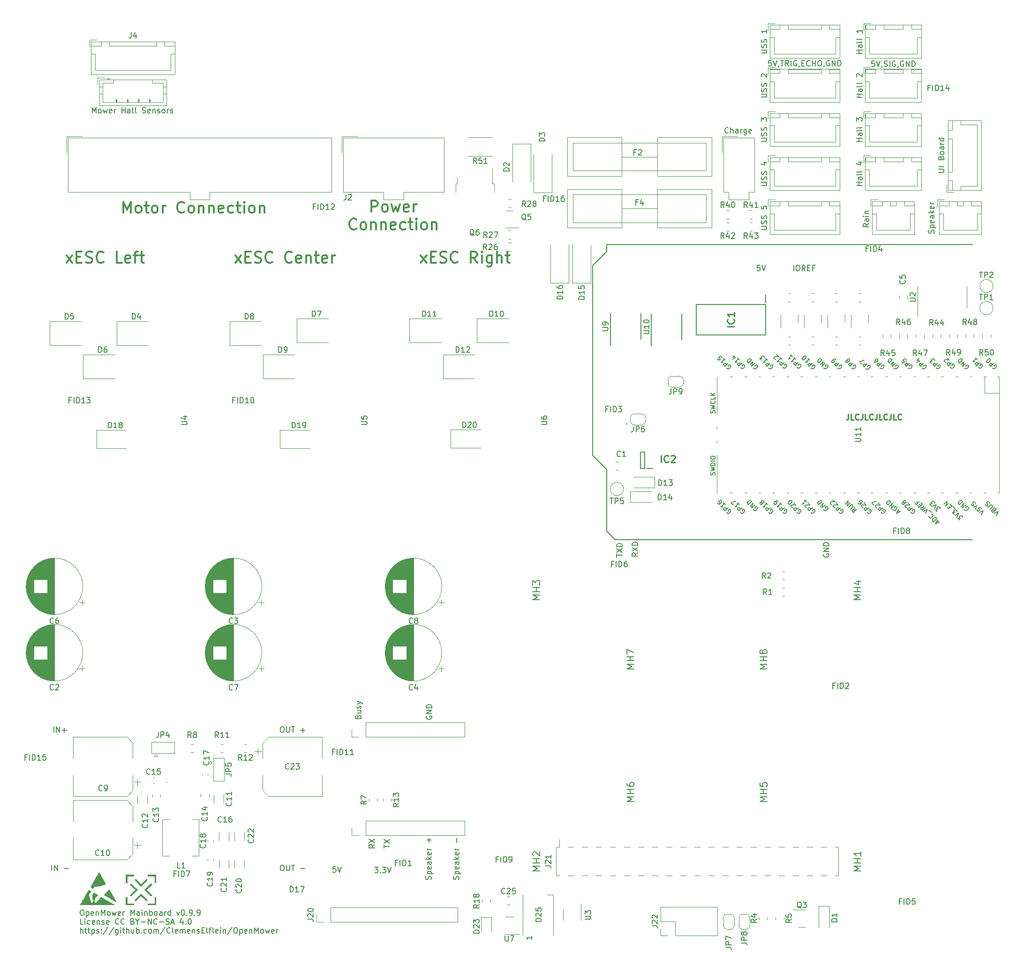
<source format=gbr>
%TF.GenerationSoftware,KiCad,Pcbnew,6.0.5+dfsg-1~bpo11+1*%
%TF.CreationDate,2022-06-23T19:05:58+00:00*%
%TF.ProjectId,OpenMowerMainboard,4f70656e-4d6f-4776-9572-4d61696e626f,rev?*%
%TF.SameCoordinates,Original*%
%TF.FileFunction,Legend,Top*%
%TF.FilePolarity,Positive*%
%FSLAX46Y46*%
G04 Gerber Fmt 4.6, Leading zero omitted, Abs format (unit mm)*
G04 Created by KiCad (PCBNEW 6.0.5+dfsg-1~bpo11+1) date 2022-06-23 19:05:58*
%MOMM*%
%LPD*%
G01*
G04 APERTURE LIST*
%ADD10C,0.150000*%
%ADD11C,0.300000*%
%ADD12C,0.250000*%
%ADD13C,0.254000*%
%ADD14C,0.120000*%
%ADD15C,0.200000*%
%ADD16C,0.010000*%
%ADD17C,0.100000*%
G04 APERTURE END LIST*
D10*
X133352380Y-117966666D02*
X132876190Y-118300000D01*
X133352380Y-118538095D02*
X132352380Y-118538095D01*
X132352380Y-118157142D01*
X132400000Y-118061904D01*
X132447619Y-118014285D01*
X132542857Y-117966666D01*
X132685714Y-117966666D01*
X132780952Y-118014285D01*
X132828571Y-118061904D01*
X132876190Y-118157142D01*
X132876190Y-118538095D01*
X132352380Y-117633333D02*
X133352380Y-116966666D01*
X132352380Y-116966666D02*
X133352380Y-117633333D01*
X133352380Y-116585714D02*
X132352380Y-116585714D01*
X132352380Y-116347619D01*
X132400000Y-116204761D01*
X132495238Y-116109523D01*
X132590476Y-116061904D01*
X132780952Y-116014285D01*
X132923809Y-116014285D01*
X133114285Y-116061904D01*
X133209523Y-116109523D01*
X133304761Y-116204761D01*
X133352380Y-116347619D01*
X133352380Y-116585714D01*
X82828571Y-147566666D02*
X82876190Y-147423809D01*
X82923809Y-147376190D01*
X83019047Y-147328571D01*
X83161904Y-147328571D01*
X83257142Y-147376190D01*
X83304761Y-147423809D01*
X83352380Y-147519047D01*
X83352380Y-147900000D01*
X82352380Y-147900000D01*
X82352380Y-147566666D01*
X82400000Y-147471428D01*
X82447619Y-147423809D01*
X82542857Y-147376190D01*
X82638095Y-147376190D01*
X82733333Y-147423809D01*
X82780952Y-147471428D01*
X82828571Y-147566666D01*
X82828571Y-147900000D01*
X82685714Y-146471428D02*
X83352380Y-146471428D01*
X82685714Y-146900000D02*
X83209523Y-146900000D01*
X83304761Y-146852380D01*
X83352380Y-146757142D01*
X83352380Y-146614285D01*
X83304761Y-146519047D01*
X83257142Y-146471428D01*
X83304761Y-146042857D02*
X83352380Y-145947619D01*
X83352380Y-145757142D01*
X83304761Y-145661904D01*
X83209523Y-145614285D01*
X83161904Y-145614285D01*
X83066666Y-145661904D01*
X83019047Y-145757142D01*
X83019047Y-145900000D01*
X82971428Y-145995238D01*
X82876190Y-146042857D01*
X82828571Y-146042857D01*
X82733333Y-145995238D01*
X82685714Y-145900000D01*
X82685714Y-145757142D01*
X82733333Y-145661904D01*
X82685714Y-145280952D02*
X83352380Y-145042857D01*
X82685714Y-144804761D02*
X83352380Y-145042857D01*
X83590476Y-145138095D01*
X83638095Y-145185714D01*
X83685714Y-145280952D01*
X173852380Y-43579047D02*
X172852380Y-43579047D01*
X173328571Y-43579047D02*
X173328571Y-43007619D01*
X173852380Y-43007619D02*
X172852380Y-43007619D01*
X173852380Y-42102857D02*
X173328571Y-42102857D01*
X173233333Y-42150476D01*
X173185714Y-42245714D01*
X173185714Y-42436190D01*
X173233333Y-42531428D01*
X173804761Y-42102857D02*
X173852380Y-42198095D01*
X173852380Y-42436190D01*
X173804761Y-42531428D01*
X173709523Y-42579047D01*
X173614285Y-42579047D01*
X173519047Y-42531428D01*
X173471428Y-42436190D01*
X173471428Y-42198095D01*
X173423809Y-42102857D01*
X173852380Y-41483809D02*
X173804761Y-41579047D01*
X173709523Y-41626666D01*
X172852380Y-41626666D01*
X173852380Y-40960000D02*
X173804761Y-41055238D01*
X173709523Y-41102857D01*
X172852380Y-41102857D01*
X172852380Y-39912380D02*
X172852380Y-39293333D01*
X173233333Y-39626666D01*
X173233333Y-39483809D01*
X173280952Y-39388571D01*
X173328571Y-39340952D01*
X173423809Y-39293333D01*
X173661904Y-39293333D01*
X173757142Y-39340952D01*
X173804761Y-39388571D01*
X173852380Y-39483809D01*
X173852380Y-39769523D01*
X173804761Y-39864761D01*
X173757142Y-39912380D01*
D11*
X60702619Y-65504761D02*
X61750238Y-64171428D01*
X60702619Y-64171428D02*
X61750238Y-65504761D01*
X62512142Y-64457142D02*
X63178809Y-64457142D01*
X63464523Y-65504761D02*
X62512142Y-65504761D01*
X62512142Y-63504761D01*
X63464523Y-63504761D01*
X64226428Y-65409523D02*
X64512142Y-65504761D01*
X64988333Y-65504761D01*
X65178809Y-65409523D01*
X65274047Y-65314285D01*
X65369285Y-65123809D01*
X65369285Y-64933333D01*
X65274047Y-64742857D01*
X65178809Y-64647619D01*
X64988333Y-64552380D01*
X64607380Y-64457142D01*
X64416904Y-64361904D01*
X64321666Y-64266666D01*
X64226428Y-64076190D01*
X64226428Y-63885714D01*
X64321666Y-63695238D01*
X64416904Y-63600000D01*
X64607380Y-63504761D01*
X65083571Y-63504761D01*
X65369285Y-63600000D01*
X67369285Y-65314285D02*
X67274047Y-65409523D01*
X66988333Y-65504761D01*
X66797857Y-65504761D01*
X66512142Y-65409523D01*
X66321666Y-65219047D01*
X66226428Y-65028571D01*
X66131190Y-64647619D01*
X66131190Y-64361904D01*
X66226428Y-63980952D01*
X66321666Y-63790476D01*
X66512142Y-63600000D01*
X66797857Y-63504761D01*
X66988333Y-63504761D01*
X67274047Y-63600000D01*
X67369285Y-63695238D01*
X70893095Y-65314285D02*
X70797857Y-65409523D01*
X70512142Y-65504761D01*
X70321666Y-65504761D01*
X70035952Y-65409523D01*
X69845476Y-65219047D01*
X69750238Y-65028571D01*
X69655000Y-64647619D01*
X69655000Y-64361904D01*
X69750238Y-63980952D01*
X69845476Y-63790476D01*
X70035952Y-63600000D01*
X70321666Y-63504761D01*
X70512142Y-63504761D01*
X70797857Y-63600000D01*
X70893095Y-63695238D01*
X72512142Y-65409523D02*
X72321666Y-65504761D01*
X71940714Y-65504761D01*
X71750238Y-65409523D01*
X71655000Y-65219047D01*
X71655000Y-64457142D01*
X71750238Y-64266666D01*
X71940714Y-64171428D01*
X72321666Y-64171428D01*
X72512142Y-64266666D01*
X72607380Y-64457142D01*
X72607380Y-64647619D01*
X71655000Y-64838095D01*
X73464523Y-64171428D02*
X73464523Y-65504761D01*
X73464523Y-64361904D02*
X73559761Y-64266666D01*
X73750238Y-64171428D01*
X74035952Y-64171428D01*
X74226428Y-64266666D01*
X74321666Y-64457142D01*
X74321666Y-65504761D01*
X74988333Y-64171428D02*
X75750238Y-64171428D01*
X75274047Y-63504761D02*
X75274047Y-65219047D01*
X75369285Y-65409523D01*
X75559761Y-65504761D01*
X75750238Y-65504761D01*
X77178809Y-65409523D02*
X76988333Y-65504761D01*
X76607380Y-65504761D01*
X76416904Y-65409523D01*
X76321666Y-65219047D01*
X76321666Y-64457142D01*
X76416904Y-64266666D01*
X76607380Y-64171428D01*
X76988333Y-64171428D01*
X77178809Y-64266666D01*
X77274047Y-64457142D01*
X77274047Y-64647619D01*
X76321666Y-64838095D01*
X78131190Y-65504761D02*
X78131190Y-64171428D01*
X78131190Y-64552380D02*
X78226428Y-64361904D01*
X78321666Y-64266666D01*
X78512142Y-64171428D01*
X78702619Y-64171428D01*
D10*
X176095238Y-29052380D02*
X175619047Y-29052380D01*
X175571428Y-29528571D01*
X175619047Y-29480952D01*
X175714285Y-29433333D01*
X175952380Y-29433333D01*
X176047619Y-29480952D01*
X176095238Y-29528571D01*
X176142857Y-29623809D01*
X176142857Y-29861904D01*
X176095238Y-29957142D01*
X176047619Y-30004761D01*
X175952380Y-30052380D01*
X175714285Y-30052380D01*
X175619047Y-30004761D01*
X175571428Y-29957142D01*
X176428571Y-29052380D02*
X176761904Y-30052380D01*
X177095238Y-29052380D01*
X177476190Y-30004761D02*
X177476190Y-30052380D01*
X177428571Y-30147619D01*
X177380952Y-30195238D01*
X177857142Y-30004761D02*
X178000000Y-30052380D01*
X178238095Y-30052380D01*
X178333333Y-30004761D01*
X178380952Y-29957142D01*
X178428571Y-29861904D01*
X178428571Y-29766666D01*
X178380952Y-29671428D01*
X178333333Y-29623809D01*
X178238095Y-29576190D01*
X178047619Y-29528571D01*
X177952380Y-29480952D01*
X177904761Y-29433333D01*
X177857142Y-29338095D01*
X177857142Y-29242857D01*
X177904761Y-29147619D01*
X177952380Y-29100000D01*
X178047619Y-29052380D01*
X178285714Y-29052380D01*
X178428571Y-29100000D01*
X178857142Y-30052380D02*
X178857142Y-29052380D01*
X179857142Y-29100000D02*
X179761904Y-29052380D01*
X179619047Y-29052380D01*
X179476190Y-29100000D01*
X179380952Y-29195238D01*
X179333333Y-29290476D01*
X179285714Y-29480952D01*
X179285714Y-29623809D01*
X179333333Y-29814285D01*
X179380952Y-29909523D01*
X179476190Y-30004761D01*
X179619047Y-30052380D01*
X179714285Y-30052380D01*
X179857142Y-30004761D01*
X179904761Y-29957142D01*
X179904761Y-29623809D01*
X179714285Y-29623809D01*
X180380952Y-30004761D02*
X180380952Y-30052380D01*
X180333333Y-30147619D01*
X180285714Y-30195238D01*
X181333333Y-29100000D02*
X181238095Y-29052380D01*
X181095238Y-29052380D01*
X180952380Y-29100000D01*
X180857142Y-29195238D01*
X180809523Y-29290476D01*
X180761904Y-29480952D01*
X180761904Y-29623809D01*
X180809523Y-29814285D01*
X180857142Y-29909523D01*
X180952380Y-30004761D01*
X181095238Y-30052380D01*
X181190476Y-30052380D01*
X181333333Y-30004761D01*
X181380952Y-29957142D01*
X181380952Y-29623809D01*
X181190476Y-29623809D01*
X181809523Y-30052380D02*
X181809523Y-29052380D01*
X182380952Y-30052380D01*
X182380952Y-29052380D01*
X182857142Y-30052380D02*
X182857142Y-29052380D01*
X183095238Y-29052380D01*
X183238095Y-29100000D01*
X183333333Y-29195238D01*
X183380952Y-29290476D01*
X183428571Y-29480952D01*
X183428571Y-29623809D01*
X183380952Y-29814285D01*
X183333333Y-29909523D01*
X183238095Y-30004761D01*
X183095238Y-30052380D01*
X182857142Y-30052380D01*
D11*
X85247619Y-56294761D02*
X85247619Y-54294761D01*
X86009523Y-54294761D01*
X86200000Y-54390000D01*
X86295238Y-54485238D01*
X86390476Y-54675714D01*
X86390476Y-54961428D01*
X86295238Y-55151904D01*
X86200000Y-55247142D01*
X86009523Y-55342380D01*
X85247619Y-55342380D01*
X87533333Y-56294761D02*
X87342857Y-56199523D01*
X87247619Y-56104285D01*
X87152380Y-55913809D01*
X87152380Y-55342380D01*
X87247619Y-55151904D01*
X87342857Y-55056666D01*
X87533333Y-54961428D01*
X87819047Y-54961428D01*
X88009523Y-55056666D01*
X88104761Y-55151904D01*
X88200000Y-55342380D01*
X88200000Y-55913809D01*
X88104761Y-56104285D01*
X88009523Y-56199523D01*
X87819047Y-56294761D01*
X87533333Y-56294761D01*
X88866666Y-54961428D02*
X89247619Y-56294761D01*
X89628571Y-55342380D01*
X90009523Y-56294761D01*
X90390476Y-54961428D01*
X91914285Y-56199523D02*
X91723809Y-56294761D01*
X91342857Y-56294761D01*
X91152380Y-56199523D01*
X91057142Y-56009047D01*
X91057142Y-55247142D01*
X91152380Y-55056666D01*
X91342857Y-54961428D01*
X91723809Y-54961428D01*
X91914285Y-55056666D01*
X92009523Y-55247142D01*
X92009523Y-55437619D01*
X91057142Y-55628095D01*
X92866666Y-56294761D02*
X92866666Y-54961428D01*
X92866666Y-55342380D02*
X92961904Y-55151904D01*
X93057142Y-55056666D01*
X93247619Y-54961428D01*
X93438095Y-54961428D01*
X82533333Y-59324285D02*
X82438095Y-59419523D01*
X82152380Y-59514761D01*
X81961904Y-59514761D01*
X81676190Y-59419523D01*
X81485714Y-59229047D01*
X81390476Y-59038571D01*
X81295238Y-58657619D01*
X81295238Y-58371904D01*
X81390476Y-57990952D01*
X81485714Y-57800476D01*
X81676190Y-57610000D01*
X81961904Y-57514761D01*
X82152380Y-57514761D01*
X82438095Y-57610000D01*
X82533333Y-57705238D01*
X83676190Y-59514761D02*
X83485714Y-59419523D01*
X83390476Y-59324285D01*
X83295238Y-59133809D01*
X83295238Y-58562380D01*
X83390476Y-58371904D01*
X83485714Y-58276666D01*
X83676190Y-58181428D01*
X83961904Y-58181428D01*
X84152380Y-58276666D01*
X84247619Y-58371904D01*
X84342857Y-58562380D01*
X84342857Y-59133809D01*
X84247619Y-59324285D01*
X84152380Y-59419523D01*
X83961904Y-59514761D01*
X83676190Y-59514761D01*
X85200000Y-58181428D02*
X85200000Y-59514761D01*
X85200000Y-58371904D02*
X85295238Y-58276666D01*
X85485714Y-58181428D01*
X85771428Y-58181428D01*
X85961904Y-58276666D01*
X86057142Y-58467142D01*
X86057142Y-59514761D01*
X87009523Y-58181428D02*
X87009523Y-59514761D01*
X87009523Y-58371904D02*
X87104761Y-58276666D01*
X87295238Y-58181428D01*
X87580952Y-58181428D01*
X87771428Y-58276666D01*
X87866666Y-58467142D01*
X87866666Y-59514761D01*
X89580952Y-59419523D02*
X89390476Y-59514761D01*
X89009523Y-59514761D01*
X88819047Y-59419523D01*
X88723809Y-59229047D01*
X88723809Y-58467142D01*
X88819047Y-58276666D01*
X89009523Y-58181428D01*
X89390476Y-58181428D01*
X89580952Y-58276666D01*
X89676190Y-58467142D01*
X89676190Y-58657619D01*
X88723809Y-58848095D01*
X91390476Y-59419523D02*
X91200000Y-59514761D01*
X90819047Y-59514761D01*
X90628571Y-59419523D01*
X90533333Y-59324285D01*
X90438095Y-59133809D01*
X90438095Y-58562380D01*
X90533333Y-58371904D01*
X90628571Y-58276666D01*
X90819047Y-58181428D01*
X91200000Y-58181428D01*
X91390476Y-58276666D01*
X91961904Y-58181428D02*
X92723809Y-58181428D01*
X92247619Y-57514761D02*
X92247619Y-59229047D01*
X92342857Y-59419523D01*
X92533333Y-59514761D01*
X92723809Y-59514761D01*
X93390476Y-59514761D02*
X93390476Y-58181428D01*
X93390476Y-57514761D02*
X93295238Y-57610000D01*
X93390476Y-57705238D01*
X93485714Y-57610000D01*
X93390476Y-57514761D01*
X93390476Y-57705238D01*
X94628571Y-59514761D02*
X94438095Y-59419523D01*
X94342857Y-59324285D01*
X94247619Y-59133809D01*
X94247619Y-58562380D01*
X94342857Y-58371904D01*
X94438095Y-58276666D01*
X94628571Y-58181428D01*
X94914285Y-58181428D01*
X95104761Y-58276666D01*
X95200000Y-58371904D01*
X95295238Y-58562380D01*
X95295238Y-59133809D01*
X95200000Y-59324285D01*
X95104761Y-59419523D01*
X94914285Y-59514761D01*
X94628571Y-59514761D01*
X96152380Y-58181428D02*
X96152380Y-59514761D01*
X96152380Y-58371904D02*
X96247619Y-58276666D01*
X96438095Y-58181428D01*
X96723809Y-58181428D01*
X96914285Y-58276666D01*
X97009523Y-58467142D01*
X97009523Y-59514761D01*
D10*
X186804761Y-60161904D02*
X186852380Y-60019047D01*
X186852380Y-59780952D01*
X186804761Y-59685714D01*
X186757142Y-59638095D01*
X186661904Y-59590476D01*
X186566666Y-59590476D01*
X186471428Y-59638095D01*
X186423809Y-59685714D01*
X186376190Y-59780952D01*
X186328571Y-59971428D01*
X186280952Y-60066666D01*
X186233333Y-60114285D01*
X186138095Y-60161904D01*
X186042857Y-60161904D01*
X185947619Y-60114285D01*
X185900000Y-60066666D01*
X185852380Y-59971428D01*
X185852380Y-59733333D01*
X185900000Y-59590476D01*
X186185714Y-59161904D02*
X187185714Y-59161904D01*
X186233333Y-59161904D02*
X186185714Y-59066666D01*
X186185714Y-58876190D01*
X186233333Y-58780952D01*
X186280952Y-58733333D01*
X186376190Y-58685714D01*
X186661904Y-58685714D01*
X186757142Y-58733333D01*
X186804761Y-58780952D01*
X186852380Y-58876190D01*
X186852380Y-59066666D01*
X186804761Y-59161904D01*
X186804761Y-57876190D02*
X186852380Y-57971428D01*
X186852380Y-58161904D01*
X186804761Y-58257142D01*
X186709523Y-58304761D01*
X186328571Y-58304761D01*
X186233333Y-58257142D01*
X186185714Y-58161904D01*
X186185714Y-57971428D01*
X186233333Y-57876190D01*
X186328571Y-57828571D01*
X186423809Y-57828571D01*
X186519047Y-58304761D01*
X186852380Y-56971428D02*
X186328571Y-56971428D01*
X186233333Y-57019047D01*
X186185714Y-57114285D01*
X186185714Y-57304761D01*
X186233333Y-57400000D01*
X186804761Y-56971428D02*
X186852380Y-57066666D01*
X186852380Y-57304761D01*
X186804761Y-57400000D01*
X186709523Y-57447619D01*
X186614285Y-57447619D01*
X186519047Y-57400000D01*
X186471428Y-57304761D01*
X186471428Y-57066666D01*
X186423809Y-56971428D01*
X186852380Y-56495238D02*
X185852380Y-56495238D01*
X186471428Y-56400000D02*
X186852380Y-56114285D01*
X186185714Y-56114285D02*
X186566666Y-56495238D01*
X186804761Y-55304761D02*
X186852380Y-55400000D01*
X186852380Y-55590476D01*
X186804761Y-55685714D01*
X186709523Y-55733333D01*
X186328571Y-55733333D01*
X186233333Y-55685714D01*
X186185714Y-55590476D01*
X186185714Y-55400000D01*
X186233333Y-55304761D01*
X186328571Y-55257142D01*
X186423809Y-55257142D01*
X186519047Y-55733333D01*
X186852380Y-54828571D02*
X186185714Y-54828571D01*
X186376190Y-54828571D02*
X186280952Y-54780952D01*
X186233333Y-54733333D01*
X186185714Y-54638095D01*
X186185714Y-54542857D01*
X34861904Y-38452380D02*
X34861904Y-37452380D01*
X35195238Y-38166666D01*
X35528571Y-37452380D01*
X35528571Y-38452380D01*
X36147619Y-38452380D02*
X36052380Y-38404761D01*
X36004761Y-38357142D01*
X35957142Y-38261904D01*
X35957142Y-37976190D01*
X36004761Y-37880952D01*
X36052380Y-37833333D01*
X36147619Y-37785714D01*
X36290476Y-37785714D01*
X36385714Y-37833333D01*
X36433333Y-37880952D01*
X36480952Y-37976190D01*
X36480952Y-38261904D01*
X36433333Y-38357142D01*
X36385714Y-38404761D01*
X36290476Y-38452380D01*
X36147619Y-38452380D01*
X36814285Y-37785714D02*
X37004761Y-38452380D01*
X37195238Y-37976190D01*
X37385714Y-38452380D01*
X37576190Y-37785714D01*
X38338095Y-38404761D02*
X38242857Y-38452380D01*
X38052380Y-38452380D01*
X37957142Y-38404761D01*
X37909523Y-38309523D01*
X37909523Y-37928571D01*
X37957142Y-37833333D01*
X38052380Y-37785714D01*
X38242857Y-37785714D01*
X38338095Y-37833333D01*
X38385714Y-37928571D01*
X38385714Y-38023809D01*
X37909523Y-38119047D01*
X38814285Y-38452380D02*
X38814285Y-37785714D01*
X38814285Y-37976190D02*
X38861904Y-37880952D01*
X38909523Y-37833333D01*
X39004761Y-37785714D01*
X39100000Y-37785714D01*
X40195238Y-38452380D02*
X40195238Y-37452380D01*
X40195238Y-37928571D02*
X40766666Y-37928571D01*
X40766666Y-38452380D02*
X40766666Y-37452380D01*
X41671428Y-38452380D02*
X41671428Y-37928571D01*
X41623809Y-37833333D01*
X41528571Y-37785714D01*
X41338095Y-37785714D01*
X41242857Y-37833333D01*
X41671428Y-38404761D02*
X41576190Y-38452380D01*
X41338095Y-38452380D01*
X41242857Y-38404761D01*
X41195238Y-38309523D01*
X41195238Y-38214285D01*
X41242857Y-38119047D01*
X41338095Y-38071428D01*
X41576190Y-38071428D01*
X41671428Y-38023809D01*
X42290476Y-38452380D02*
X42195238Y-38404761D01*
X42147619Y-38309523D01*
X42147619Y-37452380D01*
X42814285Y-38452380D02*
X42719047Y-38404761D01*
X42671428Y-38309523D01*
X42671428Y-37452380D01*
X43909523Y-38404761D02*
X44052380Y-38452380D01*
X44290476Y-38452380D01*
X44385714Y-38404761D01*
X44433333Y-38357142D01*
X44480952Y-38261904D01*
X44480952Y-38166666D01*
X44433333Y-38071428D01*
X44385714Y-38023809D01*
X44290476Y-37976190D01*
X44100000Y-37928571D01*
X44004761Y-37880952D01*
X43957142Y-37833333D01*
X43909523Y-37738095D01*
X43909523Y-37642857D01*
X43957142Y-37547619D01*
X44004761Y-37500000D01*
X44100000Y-37452380D01*
X44338095Y-37452380D01*
X44480952Y-37500000D01*
X45290476Y-38404761D02*
X45195238Y-38452380D01*
X45004761Y-38452380D01*
X44909523Y-38404761D01*
X44861904Y-38309523D01*
X44861904Y-37928571D01*
X44909523Y-37833333D01*
X45004761Y-37785714D01*
X45195238Y-37785714D01*
X45290476Y-37833333D01*
X45338095Y-37928571D01*
X45338095Y-38023809D01*
X44861904Y-38119047D01*
X45766666Y-37785714D02*
X45766666Y-38452380D01*
X45766666Y-37880952D02*
X45814285Y-37833333D01*
X45909523Y-37785714D01*
X46052380Y-37785714D01*
X46147619Y-37833333D01*
X46195238Y-37928571D01*
X46195238Y-38452380D01*
X46623809Y-38404761D02*
X46719047Y-38452380D01*
X46909523Y-38452380D01*
X47004761Y-38404761D01*
X47052380Y-38309523D01*
X47052380Y-38261904D01*
X47004761Y-38166666D01*
X46909523Y-38119047D01*
X46766666Y-38119047D01*
X46671428Y-38071428D01*
X46623809Y-37976190D01*
X46623809Y-37928571D01*
X46671428Y-37833333D01*
X46766666Y-37785714D01*
X46909523Y-37785714D01*
X47004761Y-37833333D01*
X47623809Y-38452380D02*
X47528571Y-38404761D01*
X47480952Y-38357142D01*
X47433333Y-38261904D01*
X47433333Y-37976190D01*
X47480952Y-37880952D01*
X47528571Y-37833333D01*
X47623809Y-37785714D01*
X47766666Y-37785714D01*
X47861904Y-37833333D01*
X47909523Y-37880952D01*
X47957142Y-37976190D01*
X47957142Y-38261904D01*
X47909523Y-38357142D01*
X47861904Y-38404761D01*
X47766666Y-38452380D01*
X47623809Y-38452380D01*
X48385714Y-38452380D02*
X48385714Y-37785714D01*
X48385714Y-37976190D02*
X48433333Y-37880952D01*
X48480952Y-37833333D01*
X48576190Y-37785714D01*
X48671428Y-37785714D01*
X48957142Y-38404761D02*
X49052380Y-38452380D01*
X49242857Y-38452380D01*
X49338095Y-38404761D01*
X49385714Y-38309523D01*
X49385714Y-38261904D01*
X49338095Y-38166666D01*
X49242857Y-38119047D01*
X49100000Y-38119047D01*
X49004761Y-38071428D01*
X48957142Y-37976190D01*
X48957142Y-37928571D01*
X49004761Y-37833333D01*
X49100000Y-37785714D01*
X49242857Y-37785714D01*
X49338095Y-37833333D01*
X101004761Y-176961904D02*
X101052380Y-176819047D01*
X101052380Y-176580952D01*
X101004761Y-176485714D01*
X100957142Y-176438095D01*
X100861904Y-176390476D01*
X100766666Y-176390476D01*
X100671428Y-176438095D01*
X100623809Y-176485714D01*
X100576190Y-176580952D01*
X100528571Y-176771428D01*
X100480952Y-176866666D01*
X100433333Y-176914285D01*
X100338095Y-176961904D01*
X100242857Y-176961904D01*
X100147619Y-176914285D01*
X100100000Y-176866666D01*
X100052380Y-176771428D01*
X100052380Y-176533333D01*
X100100000Y-176390476D01*
X100385714Y-175961904D02*
X101385714Y-175961904D01*
X100433333Y-175961904D02*
X100385714Y-175866666D01*
X100385714Y-175676190D01*
X100433333Y-175580952D01*
X100480952Y-175533333D01*
X100576190Y-175485714D01*
X100861904Y-175485714D01*
X100957142Y-175533333D01*
X101004761Y-175580952D01*
X101052380Y-175676190D01*
X101052380Y-175866666D01*
X101004761Y-175961904D01*
X101004761Y-174676190D02*
X101052380Y-174771428D01*
X101052380Y-174961904D01*
X101004761Y-175057142D01*
X100909523Y-175104761D01*
X100528571Y-175104761D01*
X100433333Y-175057142D01*
X100385714Y-174961904D01*
X100385714Y-174771428D01*
X100433333Y-174676190D01*
X100528571Y-174628571D01*
X100623809Y-174628571D01*
X100719047Y-175104761D01*
X101052380Y-173771428D02*
X100528571Y-173771428D01*
X100433333Y-173819047D01*
X100385714Y-173914285D01*
X100385714Y-174104761D01*
X100433333Y-174200000D01*
X101004761Y-173771428D02*
X101052380Y-173866666D01*
X101052380Y-174104761D01*
X101004761Y-174200000D01*
X100909523Y-174247619D01*
X100814285Y-174247619D01*
X100719047Y-174200000D01*
X100671428Y-174104761D01*
X100671428Y-173866666D01*
X100623809Y-173771428D01*
X101052380Y-173295238D02*
X100052380Y-173295238D01*
X100671428Y-173200000D02*
X101052380Y-172914285D01*
X100385714Y-172914285D02*
X100766666Y-173295238D01*
X101004761Y-172104761D02*
X101052380Y-172200000D01*
X101052380Y-172390476D01*
X101004761Y-172485714D01*
X100909523Y-172533333D01*
X100528571Y-172533333D01*
X100433333Y-172485714D01*
X100385714Y-172390476D01*
X100385714Y-172200000D01*
X100433333Y-172104761D01*
X100528571Y-172057142D01*
X100623809Y-172057142D01*
X100719047Y-172533333D01*
X101052380Y-171628571D02*
X100385714Y-171628571D01*
X100576190Y-171628571D02*
X100480952Y-171580952D01*
X100433333Y-171533333D01*
X100385714Y-171438095D01*
X100385714Y-171342857D01*
X100671428Y-170247619D02*
X100671428Y-169485714D01*
X155652380Y-35587739D02*
X156461904Y-35587739D01*
X156557142Y-35540120D01*
X156604761Y-35492501D01*
X156652380Y-35397262D01*
X156652380Y-35206786D01*
X156604761Y-35111548D01*
X156557142Y-35063929D01*
X156461904Y-35016310D01*
X155652380Y-35016310D01*
X156604761Y-34587739D02*
X156652380Y-34444881D01*
X156652380Y-34206786D01*
X156604761Y-34111548D01*
X156557142Y-34063929D01*
X156461904Y-34016310D01*
X156366666Y-34016310D01*
X156271428Y-34063929D01*
X156223809Y-34111548D01*
X156176190Y-34206786D01*
X156128571Y-34397262D01*
X156080952Y-34492501D01*
X156033333Y-34540120D01*
X155938095Y-34587739D01*
X155842857Y-34587739D01*
X155747619Y-34540120D01*
X155700000Y-34492501D01*
X155652380Y-34397262D01*
X155652380Y-34159167D01*
X155700000Y-34016310D01*
X156604761Y-33635358D02*
X156652380Y-33492501D01*
X156652380Y-33254405D01*
X156604761Y-33159167D01*
X156557142Y-33111548D01*
X156461904Y-33063929D01*
X156366666Y-33063929D01*
X156271428Y-33111548D01*
X156223809Y-33159167D01*
X156176190Y-33254405D01*
X156128571Y-33444881D01*
X156080952Y-33540120D01*
X156033333Y-33587739D01*
X155938095Y-33635358D01*
X155842857Y-33635358D01*
X155747619Y-33587739D01*
X155700000Y-33540120D01*
X155652380Y-33444881D01*
X155652380Y-33206786D01*
X155700000Y-33063929D01*
X155747619Y-31921072D02*
X155700000Y-31873453D01*
X155652380Y-31778215D01*
X155652380Y-31540120D01*
X155700000Y-31444881D01*
X155747619Y-31397262D01*
X155842857Y-31349643D01*
X155938095Y-31349643D01*
X156080952Y-31397262D01*
X156652380Y-31968691D01*
X156652380Y-31349643D01*
X78809523Y-174652380D02*
X78333333Y-174652380D01*
X78285714Y-175128571D01*
X78333333Y-175080952D01*
X78428571Y-175033333D01*
X78666666Y-175033333D01*
X78761904Y-175080952D01*
X78809523Y-175128571D01*
X78857142Y-175223809D01*
X78857142Y-175461904D01*
X78809523Y-175557142D01*
X78761904Y-175604761D01*
X78666666Y-175652380D01*
X78428571Y-175652380D01*
X78333333Y-175604761D01*
X78285714Y-175557142D01*
X79142857Y-174652380D02*
X79476190Y-175652380D01*
X79809523Y-174652380D01*
X96004761Y-176961904D02*
X96052380Y-176819047D01*
X96052380Y-176580952D01*
X96004761Y-176485714D01*
X95957142Y-176438095D01*
X95861904Y-176390476D01*
X95766666Y-176390476D01*
X95671428Y-176438095D01*
X95623809Y-176485714D01*
X95576190Y-176580952D01*
X95528571Y-176771428D01*
X95480952Y-176866666D01*
X95433333Y-176914285D01*
X95338095Y-176961904D01*
X95242857Y-176961904D01*
X95147619Y-176914285D01*
X95100000Y-176866666D01*
X95052380Y-176771428D01*
X95052380Y-176533333D01*
X95100000Y-176390476D01*
X95385714Y-175961904D02*
X96385714Y-175961904D01*
X95433333Y-175961904D02*
X95385714Y-175866666D01*
X95385714Y-175676190D01*
X95433333Y-175580952D01*
X95480952Y-175533333D01*
X95576190Y-175485714D01*
X95861904Y-175485714D01*
X95957142Y-175533333D01*
X96004761Y-175580952D01*
X96052380Y-175676190D01*
X96052380Y-175866666D01*
X96004761Y-175961904D01*
X96004761Y-174676190D02*
X96052380Y-174771428D01*
X96052380Y-174961904D01*
X96004761Y-175057142D01*
X95909523Y-175104761D01*
X95528571Y-175104761D01*
X95433333Y-175057142D01*
X95385714Y-174961904D01*
X95385714Y-174771428D01*
X95433333Y-174676190D01*
X95528571Y-174628571D01*
X95623809Y-174628571D01*
X95719047Y-175104761D01*
X96052380Y-173771428D02*
X95528571Y-173771428D01*
X95433333Y-173819047D01*
X95385714Y-173914285D01*
X95385714Y-174104761D01*
X95433333Y-174200000D01*
X96004761Y-173771428D02*
X96052380Y-173866666D01*
X96052380Y-174104761D01*
X96004761Y-174200000D01*
X95909523Y-174247619D01*
X95814285Y-174247619D01*
X95719047Y-174200000D01*
X95671428Y-174104761D01*
X95671428Y-173866666D01*
X95623809Y-173771428D01*
X96052380Y-173295238D02*
X95052380Y-173295238D01*
X95671428Y-173200000D02*
X96052380Y-172914285D01*
X95385714Y-172914285D02*
X95766666Y-173295238D01*
X96004761Y-172104761D02*
X96052380Y-172200000D01*
X96052380Y-172390476D01*
X96004761Y-172485714D01*
X95909523Y-172533333D01*
X95528571Y-172533333D01*
X95433333Y-172485714D01*
X95385714Y-172390476D01*
X95385714Y-172200000D01*
X95433333Y-172104761D01*
X95528571Y-172057142D01*
X95623809Y-172057142D01*
X95719047Y-172533333D01*
X96052380Y-171628571D02*
X95385714Y-171628571D01*
X95576190Y-171628571D02*
X95480952Y-171580952D01*
X95433333Y-171533333D01*
X95385714Y-171438095D01*
X95385714Y-171342857D01*
X95671428Y-170247619D02*
X95671428Y-169485714D01*
X96052380Y-169866666D02*
X95290476Y-169866666D01*
X155652380Y-59490239D02*
X156461904Y-59490239D01*
X156557142Y-59442620D01*
X156604761Y-59395001D01*
X156652380Y-59299762D01*
X156652380Y-59109286D01*
X156604761Y-59014048D01*
X156557142Y-58966429D01*
X156461904Y-58918810D01*
X155652380Y-58918810D01*
X156604761Y-58490239D02*
X156652380Y-58347381D01*
X156652380Y-58109286D01*
X156604761Y-58014048D01*
X156557142Y-57966429D01*
X156461904Y-57918810D01*
X156366666Y-57918810D01*
X156271428Y-57966429D01*
X156223809Y-58014048D01*
X156176190Y-58109286D01*
X156128571Y-58299762D01*
X156080952Y-58395001D01*
X156033333Y-58442620D01*
X155938095Y-58490239D01*
X155842857Y-58490239D01*
X155747619Y-58442620D01*
X155700000Y-58395001D01*
X155652380Y-58299762D01*
X155652380Y-58061667D01*
X155700000Y-57918810D01*
X156604761Y-57537858D02*
X156652380Y-57395001D01*
X156652380Y-57156905D01*
X156604761Y-57061667D01*
X156557142Y-57014048D01*
X156461904Y-56966429D01*
X156366666Y-56966429D01*
X156271428Y-57014048D01*
X156223809Y-57061667D01*
X156176190Y-57156905D01*
X156128571Y-57347381D01*
X156080952Y-57442620D01*
X156033333Y-57490239D01*
X155938095Y-57537858D01*
X155842857Y-57537858D01*
X155747619Y-57490239D01*
X155700000Y-57442620D01*
X155652380Y-57347381D01*
X155652380Y-57109286D01*
X155700000Y-56966429D01*
X155652380Y-55299762D02*
X155652380Y-55775953D01*
X156128571Y-55823572D01*
X156080952Y-55775953D01*
X156033333Y-55680715D01*
X156033333Y-55442620D01*
X156080952Y-55347381D01*
X156128571Y-55299762D01*
X156223809Y-55252143D01*
X156461904Y-55252143D01*
X156557142Y-55299762D01*
X156604761Y-55347381D01*
X156652380Y-55442620D01*
X156652380Y-55680715D01*
X156604761Y-55775953D01*
X156557142Y-55823572D01*
X173852380Y-35611547D02*
X172852380Y-35611547D01*
X173328571Y-35611547D02*
X173328571Y-35040119D01*
X173852380Y-35040119D02*
X172852380Y-35040119D01*
X173852380Y-34135357D02*
X173328571Y-34135357D01*
X173233333Y-34182976D01*
X173185714Y-34278214D01*
X173185714Y-34468690D01*
X173233333Y-34563928D01*
X173804761Y-34135357D02*
X173852380Y-34230595D01*
X173852380Y-34468690D01*
X173804761Y-34563928D01*
X173709523Y-34611547D01*
X173614285Y-34611547D01*
X173519047Y-34563928D01*
X173471428Y-34468690D01*
X173471428Y-34230595D01*
X173423809Y-34135357D01*
X173852380Y-33516309D02*
X173804761Y-33611547D01*
X173709523Y-33659166D01*
X172852380Y-33659166D01*
X173852380Y-32992500D02*
X173804761Y-33087738D01*
X173709523Y-33135357D01*
X172852380Y-33135357D01*
X172947619Y-31897261D02*
X172900000Y-31849642D01*
X172852380Y-31754404D01*
X172852380Y-31516309D01*
X172900000Y-31421071D01*
X172947619Y-31373452D01*
X173042857Y-31325833D01*
X173138095Y-31325833D01*
X173280952Y-31373452D01*
X173852380Y-31944880D01*
X173852380Y-31325833D01*
X155652380Y-43555239D02*
X156461904Y-43555239D01*
X156557142Y-43507620D01*
X156604761Y-43460001D01*
X156652380Y-43364762D01*
X156652380Y-43174286D01*
X156604761Y-43079048D01*
X156557142Y-43031429D01*
X156461904Y-42983810D01*
X155652380Y-42983810D01*
X156604761Y-42555239D02*
X156652380Y-42412381D01*
X156652380Y-42174286D01*
X156604761Y-42079048D01*
X156557142Y-42031429D01*
X156461904Y-41983810D01*
X156366666Y-41983810D01*
X156271428Y-42031429D01*
X156223809Y-42079048D01*
X156176190Y-42174286D01*
X156128571Y-42364762D01*
X156080952Y-42460001D01*
X156033333Y-42507620D01*
X155938095Y-42555239D01*
X155842857Y-42555239D01*
X155747619Y-42507620D01*
X155700000Y-42460001D01*
X155652380Y-42364762D01*
X155652380Y-42126667D01*
X155700000Y-41983810D01*
X156604761Y-41602858D02*
X156652380Y-41460001D01*
X156652380Y-41221905D01*
X156604761Y-41126667D01*
X156557142Y-41079048D01*
X156461904Y-41031429D01*
X156366666Y-41031429D01*
X156271428Y-41079048D01*
X156223809Y-41126667D01*
X156176190Y-41221905D01*
X156128571Y-41412381D01*
X156080952Y-41507620D01*
X156033333Y-41555239D01*
X155938095Y-41602858D01*
X155842857Y-41602858D01*
X155747619Y-41555239D01*
X155700000Y-41507620D01*
X155652380Y-41412381D01*
X155652380Y-41174286D01*
X155700000Y-41031429D01*
X155652380Y-39936191D02*
X155652380Y-39317143D01*
X156033333Y-39650477D01*
X156033333Y-39507620D01*
X156080952Y-39412381D01*
X156128571Y-39364762D01*
X156223809Y-39317143D01*
X156461904Y-39317143D01*
X156557142Y-39364762D01*
X156604761Y-39412381D01*
X156652380Y-39507620D01*
X156652380Y-39793334D01*
X156604761Y-39888572D01*
X156557142Y-39936191D01*
X32926071Y-182442380D02*
X33116547Y-182442380D01*
X33211785Y-182490000D01*
X33307023Y-182585238D01*
X33354642Y-182775714D01*
X33354642Y-183109047D01*
X33307023Y-183299523D01*
X33211785Y-183394761D01*
X33116547Y-183442380D01*
X32926071Y-183442380D01*
X32830833Y-183394761D01*
X32735595Y-183299523D01*
X32687976Y-183109047D01*
X32687976Y-182775714D01*
X32735595Y-182585238D01*
X32830833Y-182490000D01*
X32926071Y-182442380D01*
X33783214Y-182775714D02*
X33783214Y-183775714D01*
X33783214Y-182823333D02*
X33878452Y-182775714D01*
X34068928Y-182775714D01*
X34164166Y-182823333D01*
X34211785Y-182870952D01*
X34259404Y-182966190D01*
X34259404Y-183251904D01*
X34211785Y-183347142D01*
X34164166Y-183394761D01*
X34068928Y-183442380D01*
X33878452Y-183442380D01*
X33783214Y-183394761D01*
X35068928Y-183394761D02*
X34973690Y-183442380D01*
X34783214Y-183442380D01*
X34687976Y-183394761D01*
X34640357Y-183299523D01*
X34640357Y-182918571D01*
X34687976Y-182823333D01*
X34783214Y-182775714D01*
X34973690Y-182775714D01*
X35068928Y-182823333D01*
X35116547Y-182918571D01*
X35116547Y-183013809D01*
X34640357Y-183109047D01*
X35545119Y-182775714D02*
X35545119Y-183442380D01*
X35545119Y-182870952D02*
X35592738Y-182823333D01*
X35687976Y-182775714D01*
X35830833Y-182775714D01*
X35926071Y-182823333D01*
X35973690Y-182918571D01*
X35973690Y-183442380D01*
X36449880Y-183442380D02*
X36449880Y-182442380D01*
X36783214Y-183156666D01*
X37116547Y-182442380D01*
X37116547Y-183442380D01*
X37735595Y-183442380D02*
X37640357Y-183394761D01*
X37592738Y-183347142D01*
X37545119Y-183251904D01*
X37545119Y-182966190D01*
X37592738Y-182870952D01*
X37640357Y-182823333D01*
X37735595Y-182775714D01*
X37878452Y-182775714D01*
X37973690Y-182823333D01*
X38021309Y-182870952D01*
X38068928Y-182966190D01*
X38068928Y-183251904D01*
X38021309Y-183347142D01*
X37973690Y-183394761D01*
X37878452Y-183442380D01*
X37735595Y-183442380D01*
X38402261Y-182775714D02*
X38592738Y-183442380D01*
X38783214Y-182966190D01*
X38973690Y-183442380D01*
X39164166Y-182775714D01*
X39926071Y-183394761D02*
X39830833Y-183442380D01*
X39640357Y-183442380D01*
X39545119Y-183394761D01*
X39497500Y-183299523D01*
X39497500Y-182918571D01*
X39545119Y-182823333D01*
X39640357Y-182775714D01*
X39830833Y-182775714D01*
X39926071Y-182823333D01*
X39973690Y-182918571D01*
X39973690Y-183013809D01*
X39497500Y-183109047D01*
X40402261Y-183442380D02*
X40402261Y-182775714D01*
X40402261Y-182966190D02*
X40449880Y-182870952D01*
X40497500Y-182823333D01*
X40592738Y-182775714D01*
X40687976Y-182775714D01*
X41783214Y-183442380D02*
X41783214Y-182442380D01*
X42116547Y-183156666D01*
X42449880Y-182442380D01*
X42449880Y-183442380D01*
X43354642Y-183442380D02*
X43354642Y-182918571D01*
X43307023Y-182823333D01*
X43211785Y-182775714D01*
X43021309Y-182775714D01*
X42926071Y-182823333D01*
X43354642Y-183394761D02*
X43259404Y-183442380D01*
X43021309Y-183442380D01*
X42926071Y-183394761D01*
X42878452Y-183299523D01*
X42878452Y-183204285D01*
X42926071Y-183109047D01*
X43021309Y-183061428D01*
X43259404Y-183061428D01*
X43354642Y-183013809D01*
X43830833Y-183442380D02*
X43830833Y-182775714D01*
X43830833Y-182442380D02*
X43783214Y-182490000D01*
X43830833Y-182537619D01*
X43878452Y-182490000D01*
X43830833Y-182442380D01*
X43830833Y-182537619D01*
X44307023Y-182775714D02*
X44307023Y-183442380D01*
X44307023Y-182870952D02*
X44354642Y-182823333D01*
X44449880Y-182775714D01*
X44592738Y-182775714D01*
X44687976Y-182823333D01*
X44735595Y-182918571D01*
X44735595Y-183442380D01*
X45211785Y-183442380D02*
X45211785Y-182442380D01*
X45211785Y-182823333D02*
X45307023Y-182775714D01*
X45497500Y-182775714D01*
X45592738Y-182823333D01*
X45640357Y-182870952D01*
X45687976Y-182966190D01*
X45687976Y-183251904D01*
X45640357Y-183347142D01*
X45592738Y-183394761D01*
X45497500Y-183442380D01*
X45307023Y-183442380D01*
X45211785Y-183394761D01*
X46259404Y-183442380D02*
X46164166Y-183394761D01*
X46116547Y-183347142D01*
X46068928Y-183251904D01*
X46068928Y-182966190D01*
X46116547Y-182870952D01*
X46164166Y-182823333D01*
X46259404Y-182775714D01*
X46402261Y-182775714D01*
X46497500Y-182823333D01*
X46545119Y-182870952D01*
X46592738Y-182966190D01*
X46592738Y-183251904D01*
X46545119Y-183347142D01*
X46497500Y-183394761D01*
X46402261Y-183442380D01*
X46259404Y-183442380D01*
X47449880Y-183442380D02*
X47449880Y-182918571D01*
X47402261Y-182823333D01*
X47307023Y-182775714D01*
X47116547Y-182775714D01*
X47021309Y-182823333D01*
X47449880Y-183394761D02*
X47354642Y-183442380D01*
X47116547Y-183442380D01*
X47021309Y-183394761D01*
X46973690Y-183299523D01*
X46973690Y-183204285D01*
X47021309Y-183109047D01*
X47116547Y-183061428D01*
X47354642Y-183061428D01*
X47449880Y-183013809D01*
X47926071Y-183442380D02*
X47926071Y-182775714D01*
X47926071Y-182966190D02*
X47973690Y-182870952D01*
X48021309Y-182823333D01*
X48116547Y-182775714D01*
X48211785Y-182775714D01*
X48973690Y-183442380D02*
X48973690Y-182442380D01*
X48973690Y-183394761D02*
X48878452Y-183442380D01*
X48687976Y-183442380D01*
X48592738Y-183394761D01*
X48545119Y-183347142D01*
X48497500Y-183251904D01*
X48497500Y-182966190D01*
X48545119Y-182870952D01*
X48592738Y-182823333D01*
X48687976Y-182775714D01*
X48878452Y-182775714D01*
X48973690Y-182823333D01*
X50116547Y-182775714D02*
X50354642Y-183442380D01*
X50592738Y-182775714D01*
X51164166Y-182442380D02*
X51259404Y-182442380D01*
X51354642Y-182490000D01*
X51402261Y-182537619D01*
X51449880Y-182632857D01*
X51497500Y-182823333D01*
X51497500Y-183061428D01*
X51449880Y-183251904D01*
X51402261Y-183347142D01*
X51354642Y-183394761D01*
X51259404Y-183442380D01*
X51164166Y-183442380D01*
X51068928Y-183394761D01*
X51021309Y-183347142D01*
X50973690Y-183251904D01*
X50926071Y-183061428D01*
X50926071Y-182823333D01*
X50973690Y-182632857D01*
X51021309Y-182537619D01*
X51068928Y-182490000D01*
X51164166Y-182442380D01*
X51926071Y-183347142D02*
X51973690Y-183394761D01*
X51926071Y-183442380D01*
X51878452Y-183394761D01*
X51926071Y-183347142D01*
X51926071Y-183442380D01*
X52449880Y-183442380D02*
X52640357Y-183442380D01*
X52735595Y-183394761D01*
X52783214Y-183347142D01*
X52878452Y-183204285D01*
X52926071Y-183013809D01*
X52926071Y-182632857D01*
X52878452Y-182537619D01*
X52830833Y-182490000D01*
X52735595Y-182442380D01*
X52545119Y-182442380D01*
X52449880Y-182490000D01*
X52402261Y-182537619D01*
X52354642Y-182632857D01*
X52354642Y-182870952D01*
X52402261Y-182966190D01*
X52449880Y-183013809D01*
X52545119Y-183061428D01*
X52735595Y-183061428D01*
X52830833Y-183013809D01*
X52878452Y-182966190D01*
X52926071Y-182870952D01*
X53354642Y-183347142D02*
X53402261Y-183394761D01*
X53354642Y-183442380D01*
X53307023Y-183394761D01*
X53354642Y-183347142D01*
X53354642Y-183442380D01*
X53878452Y-183442380D02*
X54068928Y-183442380D01*
X54164166Y-183394761D01*
X54211785Y-183347142D01*
X54307023Y-183204285D01*
X54354642Y-183013809D01*
X54354642Y-182632857D01*
X54307023Y-182537619D01*
X54259404Y-182490000D01*
X54164166Y-182442380D01*
X53973690Y-182442380D01*
X53878452Y-182490000D01*
X53830833Y-182537619D01*
X53783214Y-182632857D01*
X53783214Y-182870952D01*
X53830833Y-182966190D01*
X53878452Y-183013809D01*
X53973690Y-183061428D01*
X54164166Y-183061428D01*
X54259404Y-183013809D01*
X54307023Y-182966190D01*
X54354642Y-182870952D01*
X33211785Y-185052380D02*
X32735595Y-185052380D01*
X32735595Y-184052380D01*
X33545119Y-185052380D02*
X33545119Y-184385714D01*
X33545119Y-184052380D02*
X33497500Y-184100000D01*
X33545119Y-184147619D01*
X33592738Y-184100000D01*
X33545119Y-184052380D01*
X33545119Y-184147619D01*
X34449880Y-185004761D02*
X34354642Y-185052380D01*
X34164166Y-185052380D01*
X34068928Y-185004761D01*
X34021309Y-184957142D01*
X33973690Y-184861904D01*
X33973690Y-184576190D01*
X34021309Y-184480952D01*
X34068928Y-184433333D01*
X34164166Y-184385714D01*
X34354642Y-184385714D01*
X34449880Y-184433333D01*
X35259404Y-185004761D02*
X35164166Y-185052380D01*
X34973690Y-185052380D01*
X34878452Y-185004761D01*
X34830833Y-184909523D01*
X34830833Y-184528571D01*
X34878452Y-184433333D01*
X34973690Y-184385714D01*
X35164166Y-184385714D01*
X35259404Y-184433333D01*
X35307023Y-184528571D01*
X35307023Y-184623809D01*
X34830833Y-184719047D01*
X35735595Y-184385714D02*
X35735595Y-185052380D01*
X35735595Y-184480952D02*
X35783214Y-184433333D01*
X35878452Y-184385714D01*
X36021309Y-184385714D01*
X36116547Y-184433333D01*
X36164166Y-184528571D01*
X36164166Y-185052380D01*
X36592738Y-185004761D02*
X36687976Y-185052380D01*
X36878452Y-185052380D01*
X36973690Y-185004761D01*
X37021309Y-184909523D01*
X37021309Y-184861904D01*
X36973690Y-184766666D01*
X36878452Y-184719047D01*
X36735595Y-184719047D01*
X36640357Y-184671428D01*
X36592738Y-184576190D01*
X36592738Y-184528571D01*
X36640357Y-184433333D01*
X36735595Y-184385714D01*
X36878452Y-184385714D01*
X36973690Y-184433333D01*
X37830833Y-185004761D02*
X37735595Y-185052380D01*
X37545119Y-185052380D01*
X37449880Y-185004761D01*
X37402261Y-184909523D01*
X37402261Y-184528571D01*
X37449880Y-184433333D01*
X37545119Y-184385714D01*
X37735595Y-184385714D01*
X37830833Y-184433333D01*
X37878452Y-184528571D01*
X37878452Y-184623809D01*
X37402261Y-184719047D01*
X39640357Y-184957142D02*
X39592738Y-185004761D01*
X39449880Y-185052380D01*
X39354642Y-185052380D01*
X39211785Y-185004761D01*
X39116547Y-184909523D01*
X39068928Y-184814285D01*
X39021309Y-184623809D01*
X39021309Y-184480952D01*
X39068928Y-184290476D01*
X39116547Y-184195238D01*
X39211785Y-184100000D01*
X39354642Y-184052380D01*
X39449880Y-184052380D01*
X39592738Y-184100000D01*
X39640357Y-184147619D01*
X40640357Y-184957142D02*
X40592738Y-185004761D01*
X40449880Y-185052380D01*
X40354642Y-185052380D01*
X40211785Y-185004761D01*
X40116547Y-184909523D01*
X40068928Y-184814285D01*
X40021309Y-184623809D01*
X40021309Y-184480952D01*
X40068928Y-184290476D01*
X40116547Y-184195238D01*
X40211785Y-184100000D01*
X40354642Y-184052380D01*
X40449880Y-184052380D01*
X40592738Y-184100000D01*
X40640357Y-184147619D01*
X42164166Y-184528571D02*
X42307023Y-184576190D01*
X42354642Y-184623809D01*
X42402261Y-184719047D01*
X42402261Y-184861904D01*
X42354642Y-184957142D01*
X42307023Y-185004761D01*
X42211785Y-185052380D01*
X41830833Y-185052380D01*
X41830833Y-184052380D01*
X42164166Y-184052380D01*
X42259404Y-184100000D01*
X42307023Y-184147619D01*
X42354642Y-184242857D01*
X42354642Y-184338095D01*
X42307023Y-184433333D01*
X42259404Y-184480952D01*
X42164166Y-184528571D01*
X41830833Y-184528571D01*
X43021309Y-184576190D02*
X43021309Y-185052380D01*
X42687976Y-184052380D02*
X43021309Y-184576190D01*
X43354642Y-184052380D01*
X43687976Y-184671428D02*
X44449880Y-184671428D01*
X44926071Y-185052380D02*
X44926071Y-184052380D01*
X45497500Y-185052380D01*
X45497500Y-184052380D01*
X46545119Y-184957142D02*
X46497500Y-185004761D01*
X46354642Y-185052380D01*
X46259404Y-185052380D01*
X46116547Y-185004761D01*
X46021309Y-184909523D01*
X45973690Y-184814285D01*
X45926071Y-184623809D01*
X45926071Y-184480952D01*
X45973690Y-184290476D01*
X46021309Y-184195238D01*
X46116547Y-184100000D01*
X46259404Y-184052380D01*
X46354642Y-184052380D01*
X46497500Y-184100000D01*
X46545119Y-184147619D01*
X46973690Y-184671428D02*
X47735595Y-184671428D01*
X48164166Y-185004761D02*
X48307023Y-185052380D01*
X48545119Y-185052380D01*
X48640357Y-185004761D01*
X48687976Y-184957142D01*
X48735595Y-184861904D01*
X48735595Y-184766666D01*
X48687976Y-184671428D01*
X48640357Y-184623809D01*
X48545119Y-184576190D01*
X48354642Y-184528571D01*
X48259404Y-184480952D01*
X48211785Y-184433333D01*
X48164166Y-184338095D01*
X48164166Y-184242857D01*
X48211785Y-184147619D01*
X48259404Y-184100000D01*
X48354642Y-184052380D01*
X48592738Y-184052380D01*
X48735595Y-184100000D01*
X49116547Y-184766666D02*
X49592738Y-184766666D01*
X49021309Y-185052380D02*
X49354642Y-184052380D01*
X49687976Y-185052380D01*
X51211785Y-184385714D02*
X51211785Y-185052380D01*
X50973690Y-184004761D02*
X50735595Y-184719047D01*
X51354642Y-184719047D01*
X51735595Y-184957142D02*
X51783214Y-185004761D01*
X51735595Y-185052380D01*
X51687976Y-185004761D01*
X51735595Y-184957142D01*
X51735595Y-185052380D01*
X52402261Y-184052380D02*
X52497500Y-184052380D01*
X52592738Y-184100000D01*
X52640357Y-184147619D01*
X52687976Y-184242857D01*
X52735595Y-184433333D01*
X52735595Y-184671428D01*
X52687976Y-184861904D01*
X52640357Y-184957142D01*
X52592738Y-185004761D01*
X52497500Y-185052380D01*
X52402261Y-185052380D01*
X52307023Y-185004761D01*
X52259404Y-184957142D01*
X52211785Y-184861904D01*
X52164166Y-184671428D01*
X52164166Y-184433333D01*
X52211785Y-184242857D01*
X52259404Y-184147619D01*
X52307023Y-184100000D01*
X52402261Y-184052380D01*
X32735595Y-186662380D02*
X32735595Y-185662380D01*
X33164166Y-186662380D02*
X33164166Y-186138571D01*
X33116547Y-186043333D01*
X33021309Y-185995714D01*
X32878452Y-185995714D01*
X32783214Y-186043333D01*
X32735595Y-186090952D01*
X33497500Y-185995714D02*
X33878452Y-185995714D01*
X33640357Y-185662380D02*
X33640357Y-186519523D01*
X33687976Y-186614761D01*
X33783214Y-186662380D01*
X33878452Y-186662380D01*
X34068928Y-185995714D02*
X34449880Y-185995714D01*
X34211785Y-185662380D02*
X34211785Y-186519523D01*
X34259404Y-186614761D01*
X34354642Y-186662380D01*
X34449880Y-186662380D01*
X34783214Y-185995714D02*
X34783214Y-186995714D01*
X34783214Y-186043333D02*
X34878452Y-185995714D01*
X35068928Y-185995714D01*
X35164166Y-186043333D01*
X35211785Y-186090952D01*
X35259404Y-186186190D01*
X35259404Y-186471904D01*
X35211785Y-186567142D01*
X35164166Y-186614761D01*
X35068928Y-186662380D01*
X34878452Y-186662380D01*
X34783214Y-186614761D01*
X35640357Y-186614761D02*
X35735595Y-186662380D01*
X35926071Y-186662380D01*
X36021309Y-186614761D01*
X36068928Y-186519523D01*
X36068928Y-186471904D01*
X36021309Y-186376666D01*
X35926071Y-186329047D01*
X35783214Y-186329047D01*
X35687976Y-186281428D01*
X35640357Y-186186190D01*
X35640357Y-186138571D01*
X35687976Y-186043333D01*
X35783214Y-185995714D01*
X35926071Y-185995714D01*
X36021309Y-186043333D01*
X36497500Y-186567142D02*
X36545119Y-186614761D01*
X36497500Y-186662380D01*
X36449880Y-186614761D01*
X36497500Y-186567142D01*
X36497500Y-186662380D01*
X36497500Y-186043333D02*
X36545119Y-186090952D01*
X36497500Y-186138571D01*
X36449880Y-186090952D01*
X36497500Y-186043333D01*
X36497500Y-186138571D01*
X37687976Y-185614761D02*
X36830833Y-186900476D01*
X38735595Y-185614761D02*
X37878452Y-186900476D01*
X39497500Y-185995714D02*
X39497500Y-186805238D01*
X39449880Y-186900476D01*
X39402261Y-186948095D01*
X39307023Y-186995714D01*
X39164166Y-186995714D01*
X39068928Y-186948095D01*
X39497500Y-186614761D02*
X39402261Y-186662380D01*
X39211785Y-186662380D01*
X39116547Y-186614761D01*
X39068928Y-186567142D01*
X39021309Y-186471904D01*
X39021309Y-186186190D01*
X39068928Y-186090952D01*
X39116547Y-186043333D01*
X39211785Y-185995714D01*
X39402261Y-185995714D01*
X39497500Y-186043333D01*
X39973690Y-186662380D02*
X39973690Y-185995714D01*
X39973690Y-185662380D02*
X39926071Y-185710000D01*
X39973690Y-185757619D01*
X40021309Y-185710000D01*
X39973690Y-185662380D01*
X39973690Y-185757619D01*
X40307023Y-185995714D02*
X40687976Y-185995714D01*
X40449880Y-185662380D02*
X40449880Y-186519523D01*
X40497500Y-186614761D01*
X40592738Y-186662380D01*
X40687976Y-186662380D01*
X41021309Y-186662380D02*
X41021309Y-185662380D01*
X41449880Y-186662380D02*
X41449880Y-186138571D01*
X41402261Y-186043333D01*
X41307023Y-185995714D01*
X41164166Y-185995714D01*
X41068928Y-186043333D01*
X41021309Y-186090952D01*
X42354642Y-185995714D02*
X42354642Y-186662380D01*
X41926071Y-185995714D02*
X41926071Y-186519523D01*
X41973690Y-186614761D01*
X42068928Y-186662380D01*
X42211785Y-186662380D01*
X42307023Y-186614761D01*
X42354642Y-186567142D01*
X42830833Y-186662380D02*
X42830833Y-185662380D01*
X42830833Y-186043333D02*
X42926071Y-185995714D01*
X43116547Y-185995714D01*
X43211785Y-186043333D01*
X43259404Y-186090952D01*
X43307023Y-186186190D01*
X43307023Y-186471904D01*
X43259404Y-186567142D01*
X43211785Y-186614761D01*
X43116547Y-186662380D01*
X42926071Y-186662380D01*
X42830833Y-186614761D01*
X43735595Y-186567142D02*
X43783214Y-186614761D01*
X43735595Y-186662380D01*
X43687976Y-186614761D01*
X43735595Y-186567142D01*
X43735595Y-186662380D01*
X44640357Y-186614761D02*
X44545119Y-186662380D01*
X44354642Y-186662380D01*
X44259404Y-186614761D01*
X44211785Y-186567142D01*
X44164166Y-186471904D01*
X44164166Y-186186190D01*
X44211785Y-186090952D01*
X44259404Y-186043333D01*
X44354642Y-185995714D01*
X44545119Y-185995714D01*
X44640357Y-186043333D01*
X45211785Y-186662380D02*
X45116547Y-186614761D01*
X45068928Y-186567142D01*
X45021309Y-186471904D01*
X45021309Y-186186190D01*
X45068928Y-186090952D01*
X45116547Y-186043333D01*
X45211785Y-185995714D01*
X45354642Y-185995714D01*
X45449880Y-186043333D01*
X45497500Y-186090952D01*
X45545119Y-186186190D01*
X45545119Y-186471904D01*
X45497500Y-186567142D01*
X45449880Y-186614761D01*
X45354642Y-186662380D01*
X45211785Y-186662380D01*
X45973690Y-186662380D02*
X45973690Y-185995714D01*
X45973690Y-186090952D02*
X46021309Y-186043333D01*
X46116547Y-185995714D01*
X46259404Y-185995714D01*
X46354642Y-186043333D01*
X46402261Y-186138571D01*
X46402261Y-186662380D01*
X46402261Y-186138571D02*
X46449880Y-186043333D01*
X46545119Y-185995714D01*
X46687976Y-185995714D01*
X46783214Y-186043333D01*
X46830833Y-186138571D01*
X46830833Y-186662380D01*
X48021309Y-185614761D02*
X47164166Y-186900476D01*
X48926071Y-186567142D02*
X48878452Y-186614761D01*
X48735595Y-186662380D01*
X48640357Y-186662380D01*
X48497500Y-186614761D01*
X48402261Y-186519523D01*
X48354642Y-186424285D01*
X48307023Y-186233809D01*
X48307023Y-186090952D01*
X48354642Y-185900476D01*
X48402261Y-185805238D01*
X48497500Y-185710000D01*
X48640357Y-185662380D01*
X48735595Y-185662380D01*
X48878452Y-185710000D01*
X48926071Y-185757619D01*
X49497500Y-186662380D02*
X49402261Y-186614761D01*
X49354642Y-186519523D01*
X49354642Y-185662380D01*
X50259404Y-186614761D02*
X50164166Y-186662380D01*
X49973690Y-186662380D01*
X49878452Y-186614761D01*
X49830833Y-186519523D01*
X49830833Y-186138571D01*
X49878452Y-186043333D01*
X49973690Y-185995714D01*
X50164166Y-185995714D01*
X50259404Y-186043333D01*
X50307023Y-186138571D01*
X50307023Y-186233809D01*
X49830833Y-186329047D01*
X50735595Y-186662380D02*
X50735595Y-185995714D01*
X50735595Y-186090952D02*
X50783214Y-186043333D01*
X50878452Y-185995714D01*
X51021309Y-185995714D01*
X51116547Y-186043333D01*
X51164166Y-186138571D01*
X51164166Y-186662380D01*
X51164166Y-186138571D02*
X51211785Y-186043333D01*
X51307023Y-185995714D01*
X51449880Y-185995714D01*
X51545119Y-186043333D01*
X51592738Y-186138571D01*
X51592738Y-186662380D01*
X52449880Y-186614761D02*
X52354642Y-186662380D01*
X52164166Y-186662380D01*
X52068928Y-186614761D01*
X52021309Y-186519523D01*
X52021309Y-186138571D01*
X52068928Y-186043333D01*
X52164166Y-185995714D01*
X52354642Y-185995714D01*
X52449880Y-186043333D01*
X52497500Y-186138571D01*
X52497500Y-186233809D01*
X52021309Y-186329047D01*
X52926071Y-185995714D02*
X52926071Y-186662380D01*
X52926071Y-186090952D02*
X52973690Y-186043333D01*
X53068928Y-185995714D01*
X53211785Y-185995714D01*
X53307023Y-186043333D01*
X53354642Y-186138571D01*
X53354642Y-186662380D01*
X53783214Y-186614761D02*
X53878452Y-186662380D01*
X54068928Y-186662380D01*
X54164166Y-186614761D01*
X54211785Y-186519523D01*
X54211785Y-186471904D01*
X54164166Y-186376666D01*
X54068928Y-186329047D01*
X53926071Y-186329047D01*
X53830833Y-186281428D01*
X53783214Y-186186190D01*
X53783214Y-186138571D01*
X53830833Y-186043333D01*
X53926071Y-185995714D01*
X54068928Y-185995714D01*
X54164166Y-186043333D01*
X54640357Y-186138571D02*
X54973690Y-186138571D01*
X55116547Y-186662380D02*
X54640357Y-186662380D01*
X54640357Y-185662380D01*
X55116547Y-185662380D01*
X55687976Y-186662380D02*
X55592738Y-186614761D01*
X55545119Y-186519523D01*
X55545119Y-185662380D01*
X55926071Y-185995714D02*
X56307023Y-185995714D01*
X56068928Y-186662380D02*
X56068928Y-185805238D01*
X56116547Y-185710000D01*
X56211785Y-185662380D01*
X56307023Y-185662380D01*
X56783214Y-186662380D02*
X56687976Y-186614761D01*
X56640357Y-186519523D01*
X56640357Y-185662380D01*
X57545119Y-186614761D02*
X57449880Y-186662380D01*
X57259404Y-186662380D01*
X57164166Y-186614761D01*
X57116547Y-186519523D01*
X57116547Y-186138571D01*
X57164166Y-186043333D01*
X57259404Y-185995714D01*
X57449880Y-185995714D01*
X57545119Y-186043333D01*
X57592738Y-186138571D01*
X57592738Y-186233809D01*
X57116547Y-186329047D01*
X58021309Y-186662380D02*
X58021309Y-185995714D01*
X58021309Y-185662380D02*
X57973690Y-185710000D01*
X58021309Y-185757619D01*
X58068928Y-185710000D01*
X58021309Y-185662380D01*
X58021309Y-185757619D01*
X58497500Y-185995714D02*
X58497500Y-186662380D01*
X58497500Y-186090952D02*
X58545119Y-186043333D01*
X58640357Y-185995714D01*
X58783214Y-185995714D01*
X58878452Y-186043333D01*
X58926071Y-186138571D01*
X58926071Y-186662380D01*
X60116547Y-185614761D02*
X59259404Y-186900476D01*
X60640357Y-185662380D02*
X60830833Y-185662380D01*
X60926071Y-185710000D01*
X61021309Y-185805238D01*
X61068928Y-185995714D01*
X61068928Y-186329047D01*
X61021309Y-186519523D01*
X60926071Y-186614761D01*
X60830833Y-186662380D01*
X60640357Y-186662380D01*
X60545119Y-186614761D01*
X60449880Y-186519523D01*
X60402261Y-186329047D01*
X60402261Y-185995714D01*
X60449880Y-185805238D01*
X60545119Y-185710000D01*
X60640357Y-185662380D01*
X61497500Y-185995714D02*
X61497500Y-186995714D01*
X61497500Y-186043333D02*
X61592738Y-185995714D01*
X61783214Y-185995714D01*
X61878452Y-186043333D01*
X61926071Y-186090952D01*
X61973690Y-186186190D01*
X61973690Y-186471904D01*
X61926071Y-186567142D01*
X61878452Y-186614761D01*
X61783214Y-186662380D01*
X61592738Y-186662380D01*
X61497500Y-186614761D01*
X62783214Y-186614761D02*
X62687976Y-186662380D01*
X62497499Y-186662380D01*
X62402261Y-186614761D01*
X62354642Y-186519523D01*
X62354642Y-186138571D01*
X62402261Y-186043333D01*
X62497499Y-185995714D01*
X62687976Y-185995714D01*
X62783214Y-186043333D01*
X62830833Y-186138571D01*
X62830833Y-186233809D01*
X62354642Y-186329047D01*
X63259404Y-185995714D02*
X63259404Y-186662380D01*
X63259404Y-186090952D02*
X63307023Y-186043333D01*
X63402261Y-185995714D01*
X63545119Y-185995714D01*
X63640357Y-186043333D01*
X63687976Y-186138571D01*
X63687976Y-186662380D01*
X64164166Y-186662380D02*
X64164166Y-185662380D01*
X64497499Y-186376666D01*
X64830833Y-185662380D01*
X64830833Y-186662380D01*
X65449880Y-186662380D02*
X65354642Y-186614761D01*
X65307023Y-186567142D01*
X65259404Y-186471904D01*
X65259404Y-186186190D01*
X65307023Y-186090952D01*
X65354642Y-186043333D01*
X65449880Y-185995714D01*
X65592738Y-185995714D01*
X65687976Y-186043333D01*
X65735595Y-186090952D01*
X65783214Y-186186190D01*
X65783214Y-186471904D01*
X65735595Y-186567142D01*
X65687976Y-186614761D01*
X65592738Y-186662380D01*
X65449880Y-186662380D01*
X66116547Y-185995714D02*
X66307023Y-186662380D01*
X66497499Y-186186190D01*
X66687976Y-186662380D01*
X66878452Y-185995714D01*
X67640357Y-186614761D02*
X67545119Y-186662380D01*
X67354642Y-186662380D01*
X67259404Y-186614761D01*
X67211785Y-186519523D01*
X67211785Y-186138571D01*
X67259404Y-186043333D01*
X67354642Y-185995714D01*
X67545119Y-185995714D01*
X67640357Y-186043333D01*
X67687976Y-186138571D01*
X67687976Y-186233809D01*
X67211785Y-186329047D01*
X68116547Y-186662380D02*
X68116547Y-185995714D01*
X68116547Y-186186190D02*
X68164166Y-186090952D01*
X68211785Y-186043333D01*
X68307023Y-185995714D01*
X68402261Y-185995714D01*
X85823809Y-174752380D02*
X86442857Y-174752380D01*
X86109523Y-175133333D01*
X86252380Y-175133333D01*
X86347619Y-175180952D01*
X86395238Y-175228571D01*
X86442857Y-175323809D01*
X86442857Y-175561904D01*
X86395238Y-175657142D01*
X86347619Y-175704761D01*
X86252380Y-175752380D01*
X85966666Y-175752380D01*
X85871428Y-175704761D01*
X85823809Y-175657142D01*
X86871428Y-175657142D02*
X86919047Y-175704761D01*
X86871428Y-175752380D01*
X86823809Y-175704761D01*
X86871428Y-175657142D01*
X86871428Y-175752380D01*
X87252380Y-174752380D02*
X87871428Y-174752380D01*
X87538095Y-175133333D01*
X87680952Y-175133333D01*
X87776190Y-175180952D01*
X87823809Y-175228571D01*
X87871428Y-175323809D01*
X87871428Y-175561904D01*
X87823809Y-175657142D01*
X87776190Y-175704761D01*
X87680952Y-175752380D01*
X87395238Y-175752380D01*
X87300000Y-175704761D01*
X87252380Y-175657142D01*
X88157142Y-174752380D02*
X88490476Y-175752380D01*
X88823809Y-174752380D01*
X157452380Y-28952380D02*
X156976190Y-28952380D01*
X156928571Y-29428571D01*
X156976190Y-29380952D01*
X157071428Y-29333333D01*
X157309523Y-29333333D01*
X157404761Y-29380952D01*
X157452380Y-29428571D01*
X157500000Y-29523809D01*
X157500000Y-29761904D01*
X157452380Y-29857142D01*
X157404761Y-29904761D01*
X157309523Y-29952380D01*
X157071428Y-29952380D01*
X156976190Y-29904761D01*
X156928571Y-29857142D01*
X157785714Y-28952380D02*
X158119047Y-29952380D01*
X158452380Y-28952380D01*
X158833333Y-29904761D02*
X158833333Y-29952380D01*
X158785714Y-30047619D01*
X158738095Y-30095238D01*
X159119047Y-28952380D02*
X159690476Y-28952380D01*
X159404761Y-29952380D02*
X159404761Y-28952380D01*
X160595238Y-29952380D02*
X160261904Y-29476190D01*
X160023809Y-29952380D02*
X160023809Y-28952380D01*
X160404761Y-28952380D01*
X160500000Y-29000000D01*
X160547619Y-29047619D01*
X160595238Y-29142857D01*
X160595238Y-29285714D01*
X160547619Y-29380952D01*
X160500000Y-29428571D01*
X160404761Y-29476190D01*
X160023809Y-29476190D01*
X161023809Y-29952380D02*
X161023809Y-28952380D01*
X162023809Y-29000000D02*
X161928571Y-28952380D01*
X161785714Y-28952380D01*
X161642857Y-29000000D01*
X161547619Y-29095238D01*
X161500000Y-29190476D01*
X161452380Y-29380952D01*
X161452380Y-29523809D01*
X161500000Y-29714285D01*
X161547619Y-29809523D01*
X161642857Y-29904761D01*
X161785714Y-29952380D01*
X161880952Y-29952380D01*
X162023809Y-29904761D01*
X162071428Y-29857142D01*
X162071428Y-29523809D01*
X161880952Y-29523809D01*
X162547619Y-29904761D02*
X162547619Y-29952380D01*
X162500000Y-30047619D01*
X162452380Y-30095238D01*
X162976190Y-29428571D02*
X163309523Y-29428571D01*
X163452380Y-29952380D02*
X162976190Y-29952380D01*
X162976190Y-28952380D01*
X163452380Y-28952380D01*
X164452380Y-29857142D02*
X164404761Y-29904761D01*
X164261904Y-29952380D01*
X164166666Y-29952380D01*
X164023809Y-29904761D01*
X163928571Y-29809523D01*
X163880952Y-29714285D01*
X163833333Y-29523809D01*
X163833333Y-29380952D01*
X163880952Y-29190476D01*
X163928571Y-29095238D01*
X164023809Y-29000000D01*
X164166666Y-28952380D01*
X164261904Y-28952380D01*
X164404761Y-29000000D01*
X164452380Y-29047619D01*
X164880952Y-29952380D02*
X164880952Y-28952380D01*
X164880952Y-29428571D02*
X165452380Y-29428571D01*
X165452380Y-29952380D02*
X165452380Y-28952380D01*
X166119047Y-28952380D02*
X166309523Y-28952380D01*
X166404761Y-29000000D01*
X166500000Y-29095238D01*
X166547619Y-29285714D01*
X166547619Y-29619047D01*
X166500000Y-29809523D01*
X166404761Y-29904761D01*
X166309523Y-29952380D01*
X166119047Y-29952380D01*
X166023809Y-29904761D01*
X165928571Y-29809523D01*
X165880952Y-29619047D01*
X165880952Y-29285714D01*
X165928571Y-29095238D01*
X166023809Y-29000000D01*
X166119047Y-28952380D01*
X167023809Y-29904761D02*
X167023809Y-29952380D01*
X166976190Y-30047619D01*
X166928571Y-30095238D01*
X167976190Y-29000000D02*
X167880952Y-28952380D01*
X167738095Y-28952380D01*
X167595238Y-29000000D01*
X167499999Y-29095238D01*
X167452380Y-29190476D01*
X167404761Y-29380952D01*
X167404761Y-29523809D01*
X167452380Y-29714285D01*
X167499999Y-29809523D01*
X167595238Y-29904761D01*
X167738095Y-29952380D01*
X167833333Y-29952380D01*
X167976190Y-29904761D01*
X168023809Y-29857142D01*
X168023809Y-29523809D01*
X167833333Y-29523809D01*
X168452380Y-29952380D02*
X168452380Y-28952380D01*
X169023809Y-29952380D01*
X169023809Y-28952380D01*
X169499999Y-29952380D02*
X169499999Y-28952380D01*
X169738095Y-28952380D01*
X169880952Y-29000000D01*
X169976190Y-29095238D01*
X170023809Y-29190476D01*
X170071428Y-29380952D01*
X170071428Y-29523809D01*
X170023809Y-29714285D01*
X169976190Y-29809523D01*
X169880952Y-29904761D01*
X169738095Y-29952380D01*
X169499999Y-29952380D01*
D12*
X171380952Y-92852380D02*
X171380952Y-93566666D01*
X171333333Y-93709523D01*
X171238095Y-93804761D01*
X171095238Y-93852380D01*
X171000000Y-93852380D01*
X172333333Y-93852380D02*
X171857142Y-93852380D01*
X171857142Y-92852380D01*
X173238095Y-93757142D02*
X173190476Y-93804761D01*
X173047619Y-93852380D01*
X172952380Y-93852380D01*
X172809523Y-93804761D01*
X172714285Y-93709523D01*
X172666666Y-93614285D01*
X172619047Y-93423809D01*
X172619047Y-93280952D01*
X172666666Y-93090476D01*
X172714285Y-92995238D01*
X172809523Y-92900000D01*
X172952380Y-92852380D01*
X173047619Y-92852380D01*
X173190476Y-92900000D01*
X173238095Y-92947619D01*
X173952380Y-92852380D02*
X173952380Y-93566666D01*
X173904761Y-93709523D01*
X173809523Y-93804761D01*
X173666666Y-93852380D01*
X173571428Y-93852380D01*
X174904761Y-93852380D02*
X174428571Y-93852380D01*
X174428571Y-92852380D01*
X175809523Y-93757142D02*
X175761904Y-93804761D01*
X175619047Y-93852380D01*
X175523809Y-93852380D01*
X175380952Y-93804761D01*
X175285714Y-93709523D01*
X175238095Y-93614285D01*
X175190476Y-93423809D01*
X175190476Y-93280952D01*
X175238095Y-93090476D01*
X175285714Y-92995238D01*
X175380952Y-92900000D01*
X175523809Y-92852380D01*
X175619047Y-92852380D01*
X175761904Y-92900000D01*
X175809523Y-92947619D01*
X176523809Y-92852380D02*
X176523809Y-93566666D01*
X176476190Y-93709523D01*
X176380952Y-93804761D01*
X176238095Y-93852380D01*
X176142857Y-93852380D01*
X177476190Y-93852380D02*
X177000000Y-93852380D01*
X177000000Y-92852380D01*
X178380952Y-93757142D02*
X178333333Y-93804761D01*
X178190476Y-93852380D01*
X178095238Y-93852380D01*
X177952380Y-93804761D01*
X177857142Y-93709523D01*
X177809523Y-93614285D01*
X177761904Y-93423809D01*
X177761904Y-93280952D01*
X177809523Y-93090476D01*
X177857142Y-92995238D01*
X177952380Y-92900000D01*
X178095238Y-92852380D01*
X178190476Y-92852380D01*
X178333333Y-92900000D01*
X178380952Y-92947619D01*
X179095238Y-92852380D02*
X179095238Y-93566666D01*
X179047619Y-93709523D01*
X178952380Y-93804761D01*
X178809523Y-93852380D01*
X178714285Y-93852380D01*
X180047619Y-93852380D02*
X179571428Y-93852380D01*
X179571428Y-92852380D01*
X180952380Y-93757142D02*
X180904761Y-93804761D01*
X180761904Y-93852380D01*
X180666666Y-93852380D01*
X180523809Y-93804761D01*
X180428571Y-93709523D01*
X180380952Y-93614285D01*
X180333333Y-93423809D01*
X180333333Y-93280952D01*
X180380952Y-93090476D01*
X180428571Y-92995238D01*
X180523809Y-92900000D01*
X180666666Y-92852380D01*
X180761904Y-92852380D01*
X180904761Y-92900000D01*
X180952380Y-92947619D01*
D10*
X173852380Y-51546547D02*
X172852380Y-51546547D01*
X173328571Y-51546547D02*
X173328571Y-50975119D01*
X173852380Y-50975119D02*
X172852380Y-50975119D01*
X173852380Y-50070357D02*
X173328571Y-50070357D01*
X173233333Y-50117976D01*
X173185714Y-50213214D01*
X173185714Y-50403690D01*
X173233333Y-50498928D01*
X173804761Y-50070357D02*
X173852380Y-50165595D01*
X173852380Y-50403690D01*
X173804761Y-50498928D01*
X173709523Y-50546547D01*
X173614285Y-50546547D01*
X173519047Y-50498928D01*
X173471428Y-50403690D01*
X173471428Y-50165595D01*
X173423809Y-50070357D01*
X173852380Y-49451309D02*
X173804761Y-49546547D01*
X173709523Y-49594166D01*
X172852380Y-49594166D01*
X173852380Y-48927500D02*
X173804761Y-49022738D01*
X173709523Y-49070357D01*
X172852380Y-49070357D01*
X173185714Y-47356071D02*
X173852380Y-47356071D01*
X172804761Y-47594166D02*
X173519047Y-47832261D01*
X173519047Y-47213214D01*
X149714285Y-41957142D02*
X149666666Y-42004761D01*
X149523809Y-42052380D01*
X149428571Y-42052380D01*
X149285714Y-42004761D01*
X149190476Y-41909523D01*
X149142857Y-41814285D01*
X149095238Y-41623809D01*
X149095238Y-41480952D01*
X149142857Y-41290476D01*
X149190476Y-41195238D01*
X149285714Y-41100000D01*
X149428571Y-41052380D01*
X149523809Y-41052380D01*
X149666666Y-41100000D01*
X149714285Y-41147619D01*
X150142857Y-42052380D02*
X150142857Y-41052380D01*
X150571428Y-42052380D02*
X150571428Y-41528571D01*
X150523809Y-41433333D01*
X150428571Y-41385714D01*
X150285714Y-41385714D01*
X150190476Y-41433333D01*
X150142857Y-41480952D01*
X151476190Y-42052380D02*
X151476190Y-41528571D01*
X151428571Y-41433333D01*
X151333333Y-41385714D01*
X151142857Y-41385714D01*
X151047619Y-41433333D01*
X151476190Y-42004761D02*
X151380952Y-42052380D01*
X151142857Y-42052380D01*
X151047619Y-42004761D01*
X151000000Y-41909523D01*
X151000000Y-41814285D01*
X151047619Y-41719047D01*
X151142857Y-41671428D01*
X151380952Y-41671428D01*
X151476190Y-41623809D01*
X151952380Y-42052380D02*
X151952380Y-41385714D01*
X151952380Y-41576190D02*
X152000000Y-41480952D01*
X152047619Y-41433333D01*
X152142857Y-41385714D01*
X152238095Y-41385714D01*
X153000000Y-41385714D02*
X153000000Y-42195238D01*
X152952380Y-42290476D01*
X152904761Y-42338095D01*
X152809523Y-42385714D01*
X152666666Y-42385714D01*
X152571428Y-42338095D01*
X153000000Y-42004761D02*
X152904761Y-42052380D01*
X152714285Y-42052380D01*
X152619047Y-42004761D01*
X152571428Y-41957142D01*
X152523809Y-41861904D01*
X152523809Y-41576190D01*
X152571428Y-41480952D01*
X152619047Y-41433333D01*
X152714285Y-41385714D01*
X152904761Y-41385714D01*
X153000000Y-41433333D01*
X153857142Y-42004761D02*
X153761904Y-42052380D01*
X153571428Y-42052380D01*
X153476190Y-42004761D01*
X153428571Y-41909523D01*
X153428571Y-41528571D01*
X153476190Y-41433333D01*
X153571428Y-41385714D01*
X153761904Y-41385714D01*
X153857142Y-41433333D01*
X153904761Y-41528571D01*
X153904761Y-41623809D01*
X153428571Y-41719047D01*
X129552380Y-118661904D02*
X129552380Y-118090476D01*
X130552380Y-118376190D02*
X129552380Y-118376190D01*
X129552380Y-117852380D02*
X130552380Y-117185714D01*
X129552380Y-117185714D02*
X130552380Y-117852380D01*
X130552380Y-116804761D02*
X129552380Y-116804761D01*
X129552380Y-116566666D01*
X129600000Y-116423809D01*
X129695238Y-116328571D01*
X129790476Y-116280952D01*
X129980952Y-116233333D01*
X130123809Y-116233333D01*
X130314285Y-116280952D01*
X130409523Y-116328571D01*
X130504761Y-116423809D01*
X130552380Y-116566666D01*
X130552380Y-116804761D01*
X85852380Y-170666666D02*
X85376190Y-171000000D01*
X85852380Y-171238095D02*
X84852380Y-171238095D01*
X84852380Y-170857142D01*
X84900000Y-170761904D01*
X84947619Y-170714285D01*
X85042857Y-170666666D01*
X85185714Y-170666666D01*
X85280952Y-170714285D01*
X85328571Y-170761904D01*
X85376190Y-170857142D01*
X85376190Y-171238095D01*
X84852380Y-170333333D02*
X85852380Y-169666666D01*
X84852380Y-169666666D02*
X85852380Y-170333333D01*
X155652380Y-51522739D02*
X156461904Y-51522739D01*
X156557142Y-51475120D01*
X156604761Y-51427501D01*
X156652380Y-51332262D01*
X156652380Y-51141786D01*
X156604761Y-51046548D01*
X156557142Y-50998929D01*
X156461904Y-50951310D01*
X155652380Y-50951310D01*
X156604761Y-50522739D02*
X156652380Y-50379881D01*
X156652380Y-50141786D01*
X156604761Y-50046548D01*
X156557142Y-49998929D01*
X156461904Y-49951310D01*
X156366666Y-49951310D01*
X156271428Y-49998929D01*
X156223809Y-50046548D01*
X156176190Y-50141786D01*
X156128571Y-50332262D01*
X156080952Y-50427501D01*
X156033333Y-50475120D01*
X155938095Y-50522739D01*
X155842857Y-50522739D01*
X155747619Y-50475120D01*
X155700000Y-50427501D01*
X155652380Y-50332262D01*
X155652380Y-50094167D01*
X155700000Y-49951310D01*
X156604761Y-49570358D02*
X156652380Y-49427501D01*
X156652380Y-49189405D01*
X156604761Y-49094167D01*
X156557142Y-49046548D01*
X156461904Y-48998929D01*
X156366666Y-48998929D01*
X156271428Y-49046548D01*
X156223809Y-49094167D01*
X156176190Y-49189405D01*
X156128571Y-49379881D01*
X156080952Y-49475120D01*
X156033333Y-49522739D01*
X155938095Y-49570358D01*
X155842857Y-49570358D01*
X155747619Y-49522739D01*
X155700000Y-49475120D01*
X155652380Y-49379881D01*
X155652380Y-49141786D01*
X155700000Y-48998929D01*
X155985714Y-47379881D02*
X156652380Y-47379881D01*
X155604761Y-47617977D02*
X156319047Y-47856072D01*
X156319047Y-47237024D01*
X155652380Y-27620239D02*
X156461904Y-27620239D01*
X156557142Y-27572620D01*
X156604761Y-27525001D01*
X156652380Y-27429762D01*
X156652380Y-27239286D01*
X156604761Y-27144048D01*
X156557142Y-27096429D01*
X156461904Y-27048810D01*
X155652380Y-27048810D01*
X156604761Y-26620239D02*
X156652380Y-26477381D01*
X156652380Y-26239286D01*
X156604761Y-26144048D01*
X156557142Y-26096429D01*
X156461904Y-26048810D01*
X156366666Y-26048810D01*
X156271428Y-26096429D01*
X156223809Y-26144048D01*
X156176190Y-26239286D01*
X156128571Y-26429762D01*
X156080952Y-26525001D01*
X156033333Y-26572620D01*
X155938095Y-26620239D01*
X155842857Y-26620239D01*
X155747619Y-26572620D01*
X155700000Y-26525001D01*
X155652380Y-26429762D01*
X155652380Y-26191667D01*
X155700000Y-26048810D01*
X156604761Y-25667858D02*
X156652380Y-25525001D01*
X156652380Y-25286905D01*
X156604761Y-25191667D01*
X156557142Y-25144048D01*
X156461904Y-25096429D01*
X156366666Y-25096429D01*
X156271428Y-25144048D01*
X156223809Y-25191667D01*
X156176190Y-25286905D01*
X156128571Y-25477381D01*
X156080952Y-25572620D01*
X156033333Y-25620239D01*
X155938095Y-25667858D01*
X155842857Y-25667858D01*
X155747619Y-25620239D01*
X155700000Y-25572620D01*
X155652380Y-25477381D01*
X155652380Y-25239286D01*
X155700000Y-25096429D01*
X156652380Y-23382143D02*
X156652380Y-23953572D01*
X156652380Y-23667858D02*
X155652380Y-23667858D01*
X155795238Y-23763096D01*
X155890476Y-23858334D01*
X155938095Y-23953572D01*
X175052380Y-58433333D02*
X174576190Y-58766666D01*
X175052380Y-59004761D02*
X174052380Y-59004761D01*
X174052380Y-58623809D01*
X174100000Y-58528571D01*
X174147619Y-58480952D01*
X174242857Y-58433333D01*
X174385714Y-58433333D01*
X174480952Y-58480952D01*
X174528571Y-58528571D01*
X174576190Y-58623809D01*
X174576190Y-59004761D01*
X175052380Y-57576190D02*
X174528571Y-57576190D01*
X174433333Y-57623809D01*
X174385714Y-57719047D01*
X174385714Y-57909523D01*
X174433333Y-58004761D01*
X175004761Y-57576190D02*
X175052380Y-57671428D01*
X175052380Y-57909523D01*
X175004761Y-58004761D01*
X174909523Y-58052380D01*
X174814285Y-58052380D01*
X174719047Y-58004761D01*
X174671428Y-57909523D01*
X174671428Y-57671428D01*
X174623809Y-57576190D01*
X175052380Y-57100000D02*
X174385714Y-57100000D01*
X174052380Y-57100000D02*
X174100000Y-57147619D01*
X174147619Y-57100000D01*
X174100000Y-57052380D01*
X174052380Y-57100000D01*
X174147619Y-57100000D01*
X174385714Y-56623809D02*
X175052380Y-56623809D01*
X174480952Y-56623809D02*
X174433333Y-56576190D01*
X174385714Y-56480952D01*
X174385714Y-56338095D01*
X174433333Y-56242857D01*
X174528571Y-56195238D01*
X175052380Y-56195238D01*
X166900000Y-118161904D02*
X166852380Y-118257142D01*
X166852380Y-118400000D01*
X166900000Y-118542857D01*
X166995238Y-118638095D01*
X167090476Y-118685714D01*
X167280952Y-118733333D01*
X167423809Y-118733333D01*
X167614285Y-118685714D01*
X167709523Y-118638095D01*
X167804761Y-118542857D01*
X167852380Y-118400000D01*
X167852380Y-118304761D01*
X167804761Y-118161904D01*
X167757142Y-118114285D01*
X167423809Y-118114285D01*
X167423809Y-118304761D01*
X167852380Y-117685714D02*
X166852380Y-117685714D01*
X167852380Y-117114285D01*
X166852380Y-117114285D01*
X167852380Y-116638095D02*
X166852380Y-116638095D01*
X166852380Y-116400000D01*
X166900000Y-116257142D01*
X166995238Y-116161904D01*
X167090476Y-116114285D01*
X167280952Y-116066666D01*
X167423809Y-116066666D01*
X167614285Y-116114285D01*
X167709523Y-116161904D01*
X167804761Y-116257142D01*
X167852380Y-116400000D01*
X167852380Y-116638095D01*
X87552380Y-171261904D02*
X87552380Y-170690476D01*
X88552380Y-170976190D02*
X87552380Y-170976190D01*
X87552380Y-170452380D02*
X88552380Y-169785714D01*
X87552380Y-169785714D02*
X88552380Y-170452380D01*
D11*
X40485714Y-56504761D02*
X40485714Y-54504761D01*
X41152380Y-55933333D01*
X41819047Y-54504761D01*
X41819047Y-56504761D01*
X43057142Y-56504761D02*
X42866666Y-56409523D01*
X42771428Y-56314285D01*
X42676190Y-56123809D01*
X42676190Y-55552380D01*
X42771428Y-55361904D01*
X42866666Y-55266666D01*
X43057142Y-55171428D01*
X43342857Y-55171428D01*
X43533333Y-55266666D01*
X43628571Y-55361904D01*
X43723809Y-55552380D01*
X43723809Y-56123809D01*
X43628571Y-56314285D01*
X43533333Y-56409523D01*
X43342857Y-56504761D01*
X43057142Y-56504761D01*
X44295238Y-55171428D02*
X45057142Y-55171428D01*
X44580952Y-54504761D02*
X44580952Y-56219047D01*
X44676190Y-56409523D01*
X44866666Y-56504761D01*
X45057142Y-56504761D01*
X46009523Y-56504761D02*
X45819047Y-56409523D01*
X45723809Y-56314285D01*
X45628571Y-56123809D01*
X45628571Y-55552380D01*
X45723809Y-55361904D01*
X45819047Y-55266666D01*
X46009523Y-55171428D01*
X46295238Y-55171428D01*
X46485714Y-55266666D01*
X46580952Y-55361904D01*
X46676190Y-55552380D01*
X46676190Y-56123809D01*
X46580952Y-56314285D01*
X46485714Y-56409523D01*
X46295238Y-56504761D01*
X46009523Y-56504761D01*
X47533333Y-56504761D02*
X47533333Y-55171428D01*
X47533333Y-55552380D02*
X47628571Y-55361904D01*
X47723809Y-55266666D01*
X47914285Y-55171428D01*
X48104761Y-55171428D01*
X51438095Y-56314285D02*
X51342857Y-56409523D01*
X51057142Y-56504761D01*
X50866666Y-56504761D01*
X50580952Y-56409523D01*
X50390476Y-56219047D01*
X50295238Y-56028571D01*
X50199999Y-55647619D01*
X50199999Y-55361904D01*
X50295238Y-54980952D01*
X50390476Y-54790476D01*
X50580952Y-54600000D01*
X50866666Y-54504761D01*
X51057142Y-54504761D01*
X51342857Y-54600000D01*
X51438095Y-54695238D01*
X52580952Y-56504761D02*
X52390476Y-56409523D01*
X52295238Y-56314285D01*
X52199999Y-56123809D01*
X52199999Y-55552380D01*
X52295238Y-55361904D01*
X52390476Y-55266666D01*
X52580952Y-55171428D01*
X52866666Y-55171428D01*
X53057142Y-55266666D01*
X53152380Y-55361904D01*
X53247619Y-55552380D01*
X53247619Y-56123809D01*
X53152380Y-56314285D01*
X53057142Y-56409523D01*
X52866666Y-56504761D01*
X52580952Y-56504761D01*
X54104761Y-55171428D02*
X54104761Y-56504761D01*
X54104761Y-55361904D02*
X54199999Y-55266666D01*
X54390476Y-55171428D01*
X54676190Y-55171428D01*
X54866666Y-55266666D01*
X54961904Y-55457142D01*
X54961904Y-56504761D01*
X55914285Y-55171428D02*
X55914285Y-56504761D01*
X55914285Y-55361904D02*
X56009523Y-55266666D01*
X56199999Y-55171428D01*
X56485714Y-55171428D01*
X56676190Y-55266666D01*
X56771428Y-55457142D01*
X56771428Y-56504761D01*
X58485714Y-56409523D02*
X58295238Y-56504761D01*
X57914285Y-56504761D01*
X57723809Y-56409523D01*
X57628571Y-56219047D01*
X57628571Y-55457142D01*
X57723809Y-55266666D01*
X57914285Y-55171428D01*
X58295238Y-55171428D01*
X58485714Y-55266666D01*
X58580952Y-55457142D01*
X58580952Y-55647619D01*
X57628571Y-55838095D01*
X60295238Y-56409523D02*
X60104761Y-56504761D01*
X59723809Y-56504761D01*
X59533333Y-56409523D01*
X59438095Y-56314285D01*
X59342857Y-56123809D01*
X59342857Y-55552380D01*
X59438095Y-55361904D01*
X59533333Y-55266666D01*
X59723809Y-55171428D01*
X60104761Y-55171428D01*
X60295238Y-55266666D01*
X60866666Y-55171428D02*
X61628571Y-55171428D01*
X61152380Y-54504761D02*
X61152380Y-56219047D01*
X61247619Y-56409523D01*
X61438095Y-56504761D01*
X61628571Y-56504761D01*
X62295238Y-56504761D02*
X62295238Y-55171428D01*
X62295238Y-54504761D02*
X62199999Y-54600000D01*
X62295238Y-54695238D01*
X62390476Y-54600000D01*
X62295238Y-54504761D01*
X62295238Y-54695238D01*
X63533333Y-56504761D02*
X63342857Y-56409523D01*
X63247619Y-56314285D01*
X63152380Y-56123809D01*
X63152380Y-55552380D01*
X63247619Y-55361904D01*
X63342857Y-55266666D01*
X63533333Y-55171428D01*
X63819047Y-55171428D01*
X64009523Y-55266666D01*
X64104761Y-55361904D01*
X64199999Y-55552380D01*
X64199999Y-56123809D01*
X64104761Y-56314285D01*
X64009523Y-56409523D01*
X63819047Y-56504761D01*
X63533333Y-56504761D01*
X65057142Y-55171428D02*
X65057142Y-56504761D01*
X65057142Y-55361904D02*
X65152380Y-55266666D01*
X65342857Y-55171428D01*
X65628571Y-55171428D01*
X65819047Y-55266666D01*
X65914285Y-55457142D01*
X65914285Y-56504761D01*
X30202619Y-65504761D02*
X31250238Y-64171428D01*
X30202619Y-64171428D02*
X31250238Y-65504761D01*
X32012142Y-64457142D02*
X32678809Y-64457142D01*
X32964523Y-65504761D02*
X32012142Y-65504761D01*
X32012142Y-63504761D01*
X32964523Y-63504761D01*
X33726428Y-65409523D02*
X34012142Y-65504761D01*
X34488333Y-65504761D01*
X34678809Y-65409523D01*
X34774047Y-65314285D01*
X34869285Y-65123809D01*
X34869285Y-64933333D01*
X34774047Y-64742857D01*
X34678809Y-64647619D01*
X34488333Y-64552380D01*
X34107380Y-64457142D01*
X33916904Y-64361904D01*
X33821666Y-64266666D01*
X33726428Y-64076190D01*
X33726428Y-63885714D01*
X33821666Y-63695238D01*
X33916904Y-63600000D01*
X34107380Y-63504761D01*
X34583571Y-63504761D01*
X34869285Y-63600000D01*
X36869285Y-65314285D02*
X36774047Y-65409523D01*
X36488333Y-65504761D01*
X36297857Y-65504761D01*
X36012142Y-65409523D01*
X35821666Y-65219047D01*
X35726428Y-65028571D01*
X35631190Y-64647619D01*
X35631190Y-64361904D01*
X35726428Y-63980952D01*
X35821666Y-63790476D01*
X36012142Y-63600000D01*
X36297857Y-63504761D01*
X36488333Y-63504761D01*
X36774047Y-63600000D01*
X36869285Y-63695238D01*
X40202619Y-65504761D02*
X39250238Y-65504761D01*
X39250238Y-63504761D01*
X41631190Y-65409523D02*
X41440714Y-65504761D01*
X41059761Y-65504761D01*
X40869285Y-65409523D01*
X40774047Y-65219047D01*
X40774047Y-64457142D01*
X40869285Y-64266666D01*
X41059761Y-64171428D01*
X41440714Y-64171428D01*
X41631190Y-64266666D01*
X41726428Y-64457142D01*
X41726428Y-64647619D01*
X40774047Y-64838095D01*
X42297857Y-64171428D02*
X43059761Y-64171428D01*
X42583571Y-65504761D02*
X42583571Y-63790476D01*
X42678809Y-63600000D01*
X42869285Y-63504761D01*
X43059761Y-63504761D01*
X43440714Y-64171428D02*
X44202619Y-64171428D01*
X43726428Y-63504761D02*
X43726428Y-65219047D01*
X43821666Y-65409523D01*
X44012142Y-65504761D01*
X44202619Y-65504761D01*
X94155000Y-65504761D02*
X95202619Y-64171428D01*
X94155000Y-64171428D02*
X95202619Y-65504761D01*
X95964523Y-64457142D02*
X96631190Y-64457142D01*
X96916904Y-65504761D02*
X95964523Y-65504761D01*
X95964523Y-63504761D01*
X96916904Y-63504761D01*
X97678809Y-65409523D02*
X97964523Y-65504761D01*
X98440714Y-65504761D01*
X98631190Y-65409523D01*
X98726428Y-65314285D01*
X98821666Y-65123809D01*
X98821666Y-64933333D01*
X98726428Y-64742857D01*
X98631190Y-64647619D01*
X98440714Y-64552380D01*
X98059761Y-64457142D01*
X97869285Y-64361904D01*
X97774047Y-64266666D01*
X97678809Y-64076190D01*
X97678809Y-63885714D01*
X97774047Y-63695238D01*
X97869285Y-63600000D01*
X98059761Y-63504761D01*
X98535952Y-63504761D01*
X98821666Y-63600000D01*
X100821666Y-65314285D02*
X100726428Y-65409523D01*
X100440714Y-65504761D01*
X100250238Y-65504761D01*
X99964523Y-65409523D01*
X99774047Y-65219047D01*
X99678809Y-65028571D01*
X99583571Y-64647619D01*
X99583571Y-64361904D01*
X99678809Y-63980952D01*
X99774047Y-63790476D01*
X99964523Y-63600000D01*
X100250238Y-63504761D01*
X100440714Y-63504761D01*
X100726428Y-63600000D01*
X100821666Y-63695238D01*
X104345476Y-65504761D02*
X103678809Y-64552380D01*
X103202619Y-65504761D02*
X103202619Y-63504761D01*
X103964523Y-63504761D01*
X104155000Y-63600000D01*
X104250238Y-63695238D01*
X104345476Y-63885714D01*
X104345476Y-64171428D01*
X104250238Y-64361904D01*
X104155000Y-64457142D01*
X103964523Y-64552380D01*
X103202619Y-64552380D01*
X105202619Y-65504761D02*
X105202619Y-64171428D01*
X105202619Y-63504761D02*
X105107380Y-63600000D01*
X105202619Y-63695238D01*
X105297857Y-63600000D01*
X105202619Y-63504761D01*
X105202619Y-63695238D01*
X107012142Y-64171428D02*
X107012142Y-65790476D01*
X106916904Y-65980952D01*
X106821666Y-66076190D01*
X106631190Y-66171428D01*
X106345476Y-66171428D01*
X106155000Y-66076190D01*
X107012142Y-65409523D02*
X106821666Y-65504761D01*
X106440714Y-65504761D01*
X106250238Y-65409523D01*
X106155000Y-65314285D01*
X106059761Y-65123809D01*
X106059761Y-64552380D01*
X106155000Y-64361904D01*
X106250238Y-64266666D01*
X106440714Y-64171428D01*
X106821666Y-64171428D01*
X107012142Y-64266666D01*
X107964523Y-65504761D02*
X107964523Y-63504761D01*
X108821666Y-65504761D02*
X108821666Y-64457142D01*
X108726428Y-64266666D01*
X108535952Y-64171428D01*
X108250238Y-64171428D01*
X108059761Y-64266666D01*
X107964523Y-64361904D01*
X109488333Y-64171428D02*
X110250238Y-64171428D01*
X109774047Y-63504761D02*
X109774047Y-65219047D01*
X109869285Y-65409523D01*
X110059761Y-65504761D01*
X110250238Y-65504761D01*
D10*
X95200000Y-147461904D02*
X95152380Y-147557142D01*
X95152380Y-147700000D01*
X95200000Y-147842857D01*
X95295238Y-147938095D01*
X95390476Y-147985714D01*
X95580952Y-148033333D01*
X95723809Y-148033333D01*
X95914285Y-147985714D01*
X96009523Y-147938095D01*
X96104761Y-147842857D01*
X96152380Y-147700000D01*
X96152380Y-147604761D01*
X96104761Y-147461904D01*
X96057142Y-147414285D01*
X95723809Y-147414285D01*
X95723809Y-147604761D01*
X96152380Y-146985714D02*
X95152380Y-146985714D01*
X96152380Y-146414285D01*
X95152380Y-146414285D01*
X96152380Y-145938095D02*
X95152380Y-145938095D01*
X95152380Y-145700000D01*
X95200000Y-145557142D01*
X95295238Y-145461904D01*
X95390476Y-145414285D01*
X95580952Y-145366666D01*
X95723809Y-145366666D01*
X95914285Y-145414285D01*
X96009523Y-145461904D01*
X96104761Y-145557142D01*
X96152380Y-145700000D01*
X96152380Y-145938095D01*
X161495238Y-66952380D02*
X161495238Y-65952380D01*
X162161904Y-65952380D02*
X162352380Y-65952380D01*
X162447619Y-66000000D01*
X162542857Y-66095238D01*
X162590476Y-66285714D01*
X162590476Y-66619047D01*
X162542857Y-66809523D01*
X162447619Y-66904761D01*
X162352380Y-66952380D01*
X162161904Y-66952380D01*
X162066666Y-66904761D01*
X161971428Y-66809523D01*
X161923809Y-66619047D01*
X161923809Y-66285714D01*
X161971428Y-66095238D01*
X162066666Y-66000000D01*
X162161904Y-65952380D01*
X163590476Y-66952380D02*
X163257142Y-66476190D01*
X163019047Y-66952380D02*
X163019047Y-65952380D01*
X163400000Y-65952380D01*
X163495238Y-66000000D01*
X163542857Y-66047619D01*
X163590476Y-66142857D01*
X163590476Y-66285714D01*
X163542857Y-66380952D01*
X163495238Y-66428571D01*
X163400000Y-66476190D01*
X163019047Y-66476190D01*
X164019047Y-66428571D02*
X164352380Y-66428571D01*
X164495238Y-66952380D02*
X164019047Y-66952380D01*
X164019047Y-65952380D01*
X164495238Y-65952380D01*
X165257142Y-66428571D02*
X164923809Y-66428571D01*
X164923809Y-66952380D02*
X164923809Y-65952380D01*
X165400000Y-65952380D01*
X155409523Y-65952380D02*
X154933333Y-65952380D01*
X154885714Y-66428571D01*
X154933333Y-66380952D01*
X155028571Y-66333333D01*
X155266666Y-66333333D01*
X155361904Y-66380952D01*
X155409523Y-66428571D01*
X155457142Y-66523809D01*
X155457142Y-66761904D01*
X155409523Y-66857142D01*
X155361904Y-66904761D01*
X155266666Y-66952380D01*
X155028571Y-66952380D01*
X154933333Y-66904761D01*
X154885714Y-66857142D01*
X155742857Y-65952380D02*
X156076190Y-66952380D01*
X156409523Y-65952380D01*
X173852380Y-27644047D02*
X172852380Y-27644047D01*
X173328571Y-27644047D02*
X173328571Y-27072619D01*
X173852380Y-27072619D02*
X172852380Y-27072619D01*
X173852380Y-26167857D02*
X173328571Y-26167857D01*
X173233333Y-26215476D01*
X173185714Y-26310714D01*
X173185714Y-26501190D01*
X173233333Y-26596428D01*
X173804761Y-26167857D02*
X173852380Y-26263095D01*
X173852380Y-26501190D01*
X173804761Y-26596428D01*
X173709523Y-26644047D01*
X173614285Y-26644047D01*
X173519047Y-26596428D01*
X173471428Y-26501190D01*
X173471428Y-26263095D01*
X173423809Y-26167857D01*
X173852380Y-25548809D02*
X173804761Y-25644047D01*
X173709523Y-25691666D01*
X172852380Y-25691666D01*
X173852380Y-25025000D02*
X173804761Y-25120238D01*
X173709523Y-25167857D01*
X172852380Y-25167857D01*
X173852380Y-23358333D02*
X173852380Y-23929761D01*
X173852380Y-23644047D02*
X172852380Y-23644047D01*
X172995238Y-23739285D01*
X173090476Y-23834523D01*
X173138095Y-23929761D01*
X187652380Y-49173928D02*
X188461904Y-49173928D01*
X188557142Y-49126309D01*
X188604761Y-49078690D01*
X188652380Y-48983452D01*
X188652380Y-48792976D01*
X188604761Y-48697738D01*
X188557142Y-48650119D01*
X188461904Y-48602500D01*
X187652380Y-48602500D01*
X188652380Y-48126309D02*
X187652380Y-48126309D01*
X188128571Y-46554880D02*
X188176190Y-46412023D01*
X188223809Y-46364404D01*
X188319047Y-46316785D01*
X188461904Y-46316785D01*
X188557142Y-46364404D01*
X188604761Y-46412023D01*
X188652380Y-46507261D01*
X188652380Y-46888214D01*
X187652380Y-46888214D01*
X187652380Y-46554880D01*
X187700000Y-46459642D01*
X187747619Y-46412023D01*
X187842857Y-46364404D01*
X187938095Y-46364404D01*
X188033333Y-46412023D01*
X188080952Y-46459642D01*
X188128571Y-46554880D01*
X188128571Y-46888214D01*
X188652380Y-45745357D02*
X188604761Y-45840595D01*
X188557142Y-45888214D01*
X188461904Y-45935833D01*
X188176190Y-45935833D01*
X188080952Y-45888214D01*
X188033333Y-45840595D01*
X187985714Y-45745357D01*
X187985714Y-45602500D01*
X188033333Y-45507261D01*
X188080952Y-45459642D01*
X188176190Y-45412023D01*
X188461904Y-45412023D01*
X188557142Y-45459642D01*
X188604761Y-45507261D01*
X188652380Y-45602500D01*
X188652380Y-45745357D01*
X188652380Y-44554880D02*
X188128571Y-44554880D01*
X188033333Y-44602500D01*
X187985714Y-44697738D01*
X187985714Y-44888214D01*
X188033333Y-44983452D01*
X188604761Y-44554880D02*
X188652380Y-44650119D01*
X188652380Y-44888214D01*
X188604761Y-44983452D01*
X188509523Y-45031071D01*
X188414285Y-45031071D01*
X188319047Y-44983452D01*
X188271428Y-44888214D01*
X188271428Y-44650119D01*
X188223809Y-44554880D01*
X188652380Y-44078690D02*
X187985714Y-44078690D01*
X188176190Y-44078690D02*
X188080952Y-44031071D01*
X188033333Y-43983452D01*
X187985714Y-43888214D01*
X187985714Y-43792976D01*
X188652380Y-43031071D02*
X187652380Y-43031071D01*
X188604761Y-43031071D02*
X188652380Y-43126309D01*
X188652380Y-43316785D01*
X188604761Y-43412023D01*
X188557142Y-43459642D01*
X188461904Y-43507261D01*
X188176190Y-43507261D01*
X188080952Y-43459642D01*
X188033333Y-43412023D01*
X187985714Y-43316785D01*
X187985714Y-43126309D01*
X188033333Y-43031071D01*
%TO.C,J2*%
X80666666Y-53152380D02*
X80666666Y-53866666D01*
X80619047Y-54009523D01*
X80523809Y-54104761D01*
X80380952Y-54152380D01*
X80285714Y-54152380D01*
X81095238Y-53247619D02*
X81142857Y-53200000D01*
X81238095Y-53152380D01*
X81476190Y-53152380D01*
X81571428Y-53200000D01*
X81619047Y-53247619D01*
X81666666Y-53342857D01*
X81666666Y-53438095D01*
X81619047Y-53580952D01*
X81047619Y-54152380D01*
X81666666Y-54152380D01*
%TO.C,D15*%
X123702380Y-72114285D02*
X122702380Y-72114285D01*
X122702380Y-71876190D01*
X122750000Y-71733333D01*
X122845238Y-71638095D01*
X122940476Y-71590476D01*
X123130952Y-71542857D01*
X123273809Y-71542857D01*
X123464285Y-71590476D01*
X123559523Y-71638095D01*
X123654761Y-71733333D01*
X123702380Y-71876190D01*
X123702380Y-72114285D01*
X123702380Y-70590476D02*
X123702380Y-71161904D01*
X123702380Y-70876190D02*
X122702380Y-70876190D01*
X122845238Y-70971428D01*
X122940476Y-71066666D01*
X122988095Y-71161904D01*
X122702380Y-69685714D02*
X122702380Y-70161904D01*
X123178571Y-70209523D01*
X123130952Y-70161904D01*
X123083333Y-70066666D01*
X123083333Y-69828571D01*
X123130952Y-69733333D01*
X123178571Y-69685714D01*
X123273809Y-69638095D01*
X123511904Y-69638095D01*
X123607142Y-69685714D01*
X123654761Y-69733333D01*
X123702380Y-69828571D01*
X123702380Y-70066666D01*
X123654761Y-70161904D01*
X123607142Y-70209523D01*
%TO.C,FID16*%
X116652380Y-53878571D02*
X116319047Y-53878571D01*
X116319047Y-54402380D02*
X116319047Y-53402380D01*
X116795238Y-53402380D01*
X117176190Y-54402380D02*
X117176190Y-53402380D01*
X117652380Y-54402380D02*
X117652380Y-53402380D01*
X117890476Y-53402380D01*
X118033333Y-53450000D01*
X118128571Y-53545238D01*
X118176190Y-53640476D01*
X118223809Y-53830952D01*
X118223809Y-53973809D01*
X118176190Y-54164285D01*
X118128571Y-54259523D01*
X118033333Y-54354761D01*
X117890476Y-54402380D01*
X117652380Y-54402380D01*
X119176190Y-54402380D02*
X118604761Y-54402380D01*
X118890476Y-54402380D02*
X118890476Y-53402380D01*
X118795238Y-53545238D01*
X118700000Y-53640476D01*
X118604761Y-53688095D01*
X120033333Y-53402380D02*
X119842857Y-53402380D01*
X119747619Y-53450000D01*
X119700000Y-53497619D01*
X119604761Y-53640476D01*
X119557142Y-53830952D01*
X119557142Y-54211904D01*
X119604761Y-54307142D01*
X119652380Y-54354761D01*
X119747619Y-54402380D01*
X119938095Y-54402380D01*
X120033333Y-54354761D01*
X120080952Y-54307142D01*
X120128571Y-54211904D01*
X120128571Y-53973809D01*
X120080952Y-53878571D01*
X120033333Y-53830952D01*
X119938095Y-53783333D01*
X119747619Y-53783333D01*
X119652380Y-53830952D01*
X119604761Y-53878571D01*
X119557142Y-53973809D01*
%TO.C,U5*%
X83452380Y-94761904D02*
X84261904Y-94761904D01*
X84357142Y-94714285D01*
X84404761Y-94666666D01*
X84452380Y-94571428D01*
X84452380Y-94380952D01*
X84404761Y-94285714D01*
X84357142Y-94238095D01*
X84261904Y-94190476D01*
X83452380Y-94190476D01*
X83452380Y-93238095D02*
X83452380Y-93714285D01*
X83928571Y-93761904D01*
X83880952Y-93714285D01*
X83833333Y-93619047D01*
X83833333Y-93380952D01*
X83880952Y-93285714D01*
X83928571Y-93238095D01*
X84023809Y-93190476D01*
X84261904Y-93190476D01*
X84357142Y-93238095D01*
X84404761Y-93285714D01*
X84452380Y-93380952D01*
X84452380Y-93619047D01*
X84404761Y-93714285D01*
X84357142Y-93761904D01*
%TO.C,U9*%
X127002380Y-77761904D02*
X127811904Y-77761904D01*
X127907142Y-77714285D01*
X127954761Y-77666666D01*
X128002380Y-77571428D01*
X128002380Y-77380952D01*
X127954761Y-77285714D01*
X127907142Y-77238095D01*
X127811904Y-77190476D01*
X127002380Y-77190476D01*
X128002380Y-76666666D02*
X128002380Y-76476190D01*
X127954761Y-76380952D01*
X127907142Y-76333333D01*
X127764285Y-76238095D01*
X127573809Y-76190476D01*
X127192857Y-76190476D01*
X127097619Y-76238095D01*
X127050000Y-76285714D01*
X127002380Y-76380952D01*
X127002380Y-76571428D01*
X127050000Y-76666666D01*
X127097619Y-76714285D01*
X127192857Y-76761904D01*
X127430952Y-76761904D01*
X127526190Y-76714285D01*
X127573809Y-76666666D01*
X127621428Y-76571428D01*
X127621428Y-76380952D01*
X127573809Y-76285714D01*
X127526190Y-76238095D01*
X127430952Y-76190476D01*
%TO.C,R5*%
X161102380Y-184166666D02*
X160626190Y-184500000D01*
X161102380Y-184738095D02*
X160102380Y-184738095D01*
X160102380Y-184357142D01*
X160150000Y-184261904D01*
X160197619Y-184214285D01*
X160292857Y-184166666D01*
X160435714Y-184166666D01*
X160530952Y-184214285D01*
X160578571Y-184261904D01*
X160626190Y-184357142D01*
X160626190Y-184738095D01*
X160102380Y-183261904D02*
X160102380Y-183738095D01*
X160578571Y-183785714D01*
X160530952Y-183738095D01*
X160483333Y-183642857D01*
X160483333Y-183404761D01*
X160530952Y-183309523D01*
X160578571Y-183261904D01*
X160673809Y-183214285D01*
X160911904Y-183214285D01*
X161007142Y-183261904D01*
X161054761Y-183309523D01*
X161102380Y-183404761D01*
X161102380Y-183642857D01*
X161054761Y-183738095D01*
X161007142Y-183785714D01*
%TO.C,C19*%
X56487142Y-177542857D02*
X56534761Y-177590476D01*
X56582380Y-177733333D01*
X56582380Y-177828571D01*
X56534761Y-177971428D01*
X56439523Y-178066666D01*
X56344285Y-178114285D01*
X56153809Y-178161904D01*
X56010952Y-178161904D01*
X55820476Y-178114285D01*
X55725238Y-178066666D01*
X55630000Y-177971428D01*
X55582380Y-177828571D01*
X55582380Y-177733333D01*
X55630000Y-177590476D01*
X55677619Y-177542857D01*
X56582380Y-176590476D02*
X56582380Y-177161904D01*
X56582380Y-176876190D02*
X55582380Y-176876190D01*
X55725238Y-176971428D01*
X55820476Y-177066666D01*
X55868095Y-177161904D01*
X56582380Y-176114285D02*
X56582380Y-175923809D01*
X56534761Y-175828571D01*
X56487142Y-175780952D01*
X56344285Y-175685714D01*
X56153809Y-175638095D01*
X55772857Y-175638095D01*
X55677619Y-175685714D01*
X55630000Y-175733333D01*
X55582380Y-175828571D01*
X55582380Y-176019047D01*
X55630000Y-176114285D01*
X55677619Y-176161904D01*
X55772857Y-176209523D01*
X56010952Y-176209523D01*
X56106190Y-176161904D01*
X56153809Y-176114285D01*
X56201428Y-176019047D01*
X56201428Y-175828571D01*
X56153809Y-175733333D01*
X56106190Y-175685714D01*
X56010952Y-175638095D01*
%TO.C,Q3*%
X162904761Y-182147619D02*
X162809523Y-182100000D01*
X162714285Y-182004761D01*
X162571428Y-181861904D01*
X162476190Y-181814285D01*
X162380952Y-181814285D01*
X162428571Y-182052380D02*
X162333333Y-182004761D01*
X162238095Y-181909523D01*
X162190476Y-181719047D01*
X162190476Y-181385714D01*
X162238095Y-181195238D01*
X162333333Y-181100000D01*
X162428571Y-181052380D01*
X162619047Y-181052380D01*
X162714285Y-181100000D01*
X162809523Y-181195238D01*
X162857142Y-181385714D01*
X162857142Y-181719047D01*
X162809523Y-181909523D01*
X162714285Y-182004761D01*
X162619047Y-182052380D01*
X162428571Y-182052380D01*
X163190476Y-181052380D02*
X163809523Y-181052380D01*
X163476190Y-181433333D01*
X163619047Y-181433333D01*
X163714285Y-181480952D01*
X163761904Y-181528571D01*
X163809523Y-181623809D01*
X163809523Y-181861904D01*
X163761904Y-181957142D01*
X163714285Y-182004761D01*
X163619047Y-182052380D01*
X163333333Y-182052380D01*
X163238095Y-182004761D01*
X163190476Y-181957142D01*
%TO.C,R41*%
X153157142Y-55502380D02*
X152823809Y-55026190D01*
X152585714Y-55502380D02*
X152585714Y-54502380D01*
X152966666Y-54502380D01*
X153061904Y-54550000D01*
X153109523Y-54597619D01*
X153157142Y-54692857D01*
X153157142Y-54835714D01*
X153109523Y-54930952D01*
X153061904Y-54978571D01*
X152966666Y-55026190D01*
X152585714Y-55026190D01*
X154014285Y-54835714D02*
X154014285Y-55502380D01*
X153776190Y-54454761D02*
X153538095Y-55169047D01*
X154157142Y-55169047D01*
X155061904Y-55502380D02*
X154490476Y-55502380D01*
X154776190Y-55502380D02*
X154776190Y-54502380D01*
X154680952Y-54645238D01*
X154585714Y-54740476D01*
X154490476Y-54788095D01*
%TO.C,R26*%
X106077142Y-63152380D02*
X105743809Y-62676190D01*
X105505714Y-63152380D02*
X105505714Y-62152380D01*
X105886666Y-62152380D01*
X105981904Y-62200000D01*
X106029523Y-62247619D01*
X106077142Y-62342857D01*
X106077142Y-62485714D01*
X106029523Y-62580952D01*
X105981904Y-62628571D01*
X105886666Y-62676190D01*
X105505714Y-62676190D01*
X106458095Y-62247619D02*
X106505714Y-62200000D01*
X106600952Y-62152380D01*
X106839047Y-62152380D01*
X106934285Y-62200000D01*
X106981904Y-62247619D01*
X107029523Y-62342857D01*
X107029523Y-62438095D01*
X106981904Y-62580952D01*
X106410476Y-63152380D01*
X107029523Y-63152380D01*
X107886666Y-62152380D02*
X107696190Y-62152380D01*
X107600952Y-62200000D01*
X107553333Y-62247619D01*
X107458095Y-62390476D01*
X107410476Y-62580952D01*
X107410476Y-62961904D01*
X107458095Y-63057142D01*
X107505714Y-63104761D01*
X107600952Y-63152380D01*
X107791428Y-63152380D01*
X107886666Y-63104761D01*
X107934285Y-63057142D01*
X107981904Y-62961904D01*
X107981904Y-62723809D01*
X107934285Y-62628571D01*
X107886666Y-62580952D01*
X107791428Y-62533333D01*
X107600952Y-62533333D01*
X107505714Y-62580952D01*
X107458095Y-62628571D01*
X107410476Y-62723809D01*
%TO.C,FID6*%
X128928571Y-119928571D02*
X128595238Y-119928571D01*
X128595238Y-120452380D02*
X128595238Y-119452380D01*
X129071428Y-119452380D01*
X129452380Y-120452380D02*
X129452380Y-119452380D01*
X129928571Y-120452380D02*
X129928571Y-119452380D01*
X130166666Y-119452380D01*
X130309523Y-119500000D01*
X130404761Y-119595238D01*
X130452380Y-119690476D01*
X130500000Y-119880952D01*
X130500000Y-120023809D01*
X130452380Y-120214285D01*
X130404761Y-120309523D01*
X130309523Y-120404761D01*
X130166666Y-120452380D01*
X129928571Y-120452380D01*
X131357142Y-119452380D02*
X131166666Y-119452380D01*
X131071428Y-119500000D01*
X131023809Y-119547619D01*
X130928571Y-119690476D01*
X130880952Y-119880952D01*
X130880952Y-120261904D01*
X130928571Y-120357142D01*
X130976190Y-120404761D01*
X131071428Y-120452380D01*
X131261904Y-120452380D01*
X131357142Y-120404761D01*
X131404761Y-120357142D01*
X131452380Y-120261904D01*
X131452380Y-120023809D01*
X131404761Y-119928571D01*
X131357142Y-119880952D01*
X131261904Y-119833333D01*
X131071428Y-119833333D01*
X130976190Y-119880952D01*
X130928571Y-119928571D01*
X130880952Y-120023809D01*
%TO.C,C25*%
X109357142Y-179477142D02*
X109309523Y-179524761D01*
X109166666Y-179572380D01*
X109071428Y-179572380D01*
X108928571Y-179524761D01*
X108833333Y-179429523D01*
X108785714Y-179334285D01*
X108738095Y-179143809D01*
X108738095Y-179000952D01*
X108785714Y-178810476D01*
X108833333Y-178715238D01*
X108928571Y-178620000D01*
X109071428Y-178572380D01*
X109166666Y-178572380D01*
X109309523Y-178620000D01*
X109357142Y-178667619D01*
X109738095Y-178667619D02*
X109785714Y-178620000D01*
X109880952Y-178572380D01*
X110119047Y-178572380D01*
X110214285Y-178620000D01*
X110261904Y-178667619D01*
X110309523Y-178762857D01*
X110309523Y-178858095D01*
X110261904Y-179000952D01*
X109690476Y-179572380D01*
X110309523Y-179572380D01*
X111214285Y-178572380D02*
X110738095Y-178572380D01*
X110690476Y-179048571D01*
X110738095Y-179000952D01*
X110833333Y-178953333D01*
X111071428Y-178953333D01*
X111166666Y-179000952D01*
X111214285Y-179048571D01*
X111261904Y-179143809D01*
X111261904Y-179381904D01*
X111214285Y-179477142D01*
X111166666Y-179524761D01*
X111071428Y-179572380D01*
X110833333Y-179572380D01*
X110738095Y-179524761D01*
X110690476Y-179477142D01*
%TO.C,C3*%
X60182979Y-130607142D02*
X60135360Y-130654761D01*
X59992503Y-130702380D01*
X59897265Y-130702380D01*
X59754407Y-130654761D01*
X59659169Y-130559523D01*
X59611550Y-130464285D01*
X59563931Y-130273809D01*
X59563931Y-130130952D01*
X59611550Y-129940476D01*
X59659169Y-129845238D01*
X59754407Y-129750000D01*
X59897265Y-129702380D01*
X59992503Y-129702380D01*
X60135360Y-129750000D01*
X60182979Y-129797619D01*
X60516312Y-129702380D02*
X61135360Y-129702380D01*
X60802026Y-130083333D01*
X60944884Y-130083333D01*
X61040122Y-130130952D01*
X61087741Y-130178571D01*
X61135360Y-130273809D01*
X61135360Y-130511904D01*
X61087741Y-130607142D01*
X61040122Y-130654761D01*
X60944884Y-130702380D01*
X60659169Y-130702380D01*
X60563931Y-130654761D01*
X60516312Y-130607142D01*
%TO.C,D23*%
X104702380Y-186674285D02*
X103702380Y-186674285D01*
X103702380Y-186436190D01*
X103750000Y-186293333D01*
X103845238Y-186198095D01*
X103940476Y-186150476D01*
X104130952Y-186102857D01*
X104273809Y-186102857D01*
X104464285Y-186150476D01*
X104559523Y-186198095D01*
X104654761Y-186293333D01*
X104702380Y-186436190D01*
X104702380Y-186674285D01*
X103797619Y-185721904D02*
X103750000Y-185674285D01*
X103702380Y-185579047D01*
X103702380Y-185340952D01*
X103750000Y-185245714D01*
X103797619Y-185198095D01*
X103892857Y-185150476D01*
X103988095Y-185150476D01*
X104130952Y-185198095D01*
X104702380Y-185769523D01*
X104702380Y-185150476D01*
X103702380Y-184817142D02*
X103702380Y-184198095D01*
X104083333Y-184531428D01*
X104083333Y-184388571D01*
X104130952Y-184293333D01*
X104178571Y-184245714D01*
X104273809Y-184198095D01*
X104511904Y-184198095D01*
X104607142Y-184245714D01*
X104654761Y-184293333D01*
X104702380Y-184388571D01*
X104702380Y-184674285D01*
X104654761Y-184769523D01*
X104607142Y-184817142D01*
%TO.C,MH6*%
X132674523Y-162893333D02*
X131404523Y-162893333D01*
X132311666Y-162470000D01*
X131404523Y-162046666D01*
X132674523Y-162046666D01*
X132674523Y-161441904D02*
X131404523Y-161441904D01*
X132009285Y-161441904D02*
X132009285Y-160716190D01*
X132674523Y-160716190D02*
X131404523Y-160716190D01*
X131404523Y-159567142D02*
X131404523Y-159809047D01*
X131465000Y-159930000D01*
X131525476Y-159990476D01*
X131706904Y-160111428D01*
X131948809Y-160171904D01*
X132432619Y-160171904D01*
X132553571Y-160111428D01*
X132614047Y-160050952D01*
X132674523Y-159930000D01*
X132674523Y-159688095D01*
X132614047Y-159567142D01*
X132553571Y-159506666D01*
X132432619Y-159446190D01*
X132130238Y-159446190D01*
X132009285Y-159506666D01*
X131948809Y-159567142D01*
X131888333Y-159688095D01*
X131888333Y-159930000D01*
X131948809Y-160050952D01*
X132009285Y-160111428D01*
X132130238Y-160171904D01*
%TO.C,U7*%
X109408095Y-187122380D02*
X109408095Y-187931904D01*
X109455714Y-188027142D01*
X109503333Y-188074761D01*
X109598571Y-188122380D01*
X109789047Y-188122380D01*
X109884285Y-188074761D01*
X109931904Y-188027142D01*
X109979523Y-187931904D01*
X109979523Y-187122380D01*
X110360476Y-187122380D02*
X111027142Y-187122380D01*
X110598571Y-188122380D01*
%TO.C,C10*%
X36057142Y-172557142D02*
X36009523Y-172604761D01*
X35866666Y-172652380D01*
X35771428Y-172652380D01*
X35628571Y-172604761D01*
X35533333Y-172509523D01*
X35485714Y-172414285D01*
X35438095Y-172223809D01*
X35438095Y-172080952D01*
X35485714Y-171890476D01*
X35533333Y-171795238D01*
X35628571Y-171700000D01*
X35771428Y-171652380D01*
X35866666Y-171652380D01*
X36009523Y-171700000D01*
X36057142Y-171747619D01*
X37009523Y-172652380D02*
X36438095Y-172652380D01*
X36723809Y-172652380D02*
X36723809Y-171652380D01*
X36628571Y-171795238D01*
X36533333Y-171890476D01*
X36438095Y-171938095D01*
X37628571Y-171652380D02*
X37723809Y-171652380D01*
X37819047Y-171700000D01*
X37866666Y-171747619D01*
X37914285Y-171842857D01*
X37961904Y-172033333D01*
X37961904Y-172271428D01*
X37914285Y-172461904D01*
X37866666Y-172557142D01*
X37819047Y-172604761D01*
X37723809Y-172652380D01*
X37628571Y-172652380D01*
X37533333Y-172604761D01*
X37485714Y-172557142D01*
X37438095Y-172461904D01*
X37390476Y-172271428D01*
X37390476Y-172033333D01*
X37438095Y-171842857D01*
X37485714Y-171747619D01*
X37533333Y-171700000D01*
X37628571Y-171652380D01*
%TO.C,F4*%
X133341666Y-54548571D02*
X133008333Y-54548571D01*
X133008333Y-55072380D02*
X133008333Y-54072380D01*
X133484523Y-54072380D01*
X134294047Y-54405714D02*
X134294047Y-55072380D01*
X134055952Y-54024761D02*
X133817857Y-54739047D01*
X134436904Y-54739047D01*
%TO.C,R40*%
X148957142Y-55502380D02*
X148623809Y-55026190D01*
X148385714Y-55502380D02*
X148385714Y-54502380D01*
X148766666Y-54502380D01*
X148861904Y-54550000D01*
X148909523Y-54597619D01*
X148957142Y-54692857D01*
X148957142Y-54835714D01*
X148909523Y-54930952D01*
X148861904Y-54978571D01*
X148766666Y-55026190D01*
X148385714Y-55026190D01*
X149814285Y-54835714D02*
X149814285Y-55502380D01*
X149576190Y-54454761D02*
X149338095Y-55169047D01*
X149957142Y-55169047D01*
X150528571Y-54502380D02*
X150623809Y-54502380D01*
X150719047Y-54550000D01*
X150766666Y-54597619D01*
X150814285Y-54692857D01*
X150861904Y-54883333D01*
X150861904Y-55121428D01*
X150814285Y-55311904D01*
X150766666Y-55407142D01*
X150719047Y-55454761D01*
X150623809Y-55502380D01*
X150528571Y-55502380D01*
X150433333Y-55454761D01*
X150385714Y-55407142D01*
X150338095Y-55311904D01*
X150290476Y-55121428D01*
X150290476Y-54883333D01*
X150338095Y-54692857D01*
X150385714Y-54597619D01*
X150433333Y-54550000D01*
X150528571Y-54502380D01*
%TO.C,R50*%
X195677142Y-82182380D02*
X195343809Y-81706190D01*
X195105714Y-82182380D02*
X195105714Y-81182380D01*
X195486666Y-81182380D01*
X195581904Y-81230000D01*
X195629523Y-81277619D01*
X195677142Y-81372857D01*
X195677142Y-81515714D01*
X195629523Y-81610952D01*
X195581904Y-81658571D01*
X195486666Y-81706190D01*
X195105714Y-81706190D01*
X196581904Y-81182380D02*
X196105714Y-81182380D01*
X196058095Y-81658571D01*
X196105714Y-81610952D01*
X196200952Y-81563333D01*
X196439047Y-81563333D01*
X196534285Y-81610952D01*
X196581904Y-81658571D01*
X196629523Y-81753809D01*
X196629523Y-81991904D01*
X196581904Y-82087142D01*
X196534285Y-82134761D01*
X196439047Y-82182380D01*
X196200952Y-82182380D01*
X196105714Y-82134761D01*
X196058095Y-82087142D01*
X197248571Y-81182380D02*
X197343809Y-81182380D01*
X197439047Y-81230000D01*
X197486666Y-81277619D01*
X197534285Y-81372857D01*
X197581904Y-81563333D01*
X197581904Y-81801428D01*
X197534285Y-81991904D01*
X197486666Y-82087142D01*
X197439047Y-82134761D01*
X197343809Y-82182380D01*
X197248571Y-82182380D01*
X197153333Y-82134761D01*
X197105714Y-82087142D01*
X197058095Y-81991904D01*
X197010476Y-81801428D01*
X197010476Y-81563333D01*
X197058095Y-81372857D01*
X197105714Y-81277619D01*
X197153333Y-81230000D01*
X197248571Y-81182380D01*
%TO.C,R43*%
X153157142Y-61102380D02*
X152823809Y-60626190D01*
X152585714Y-61102380D02*
X152585714Y-60102380D01*
X152966666Y-60102380D01*
X153061904Y-60150000D01*
X153109523Y-60197619D01*
X153157142Y-60292857D01*
X153157142Y-60435714D01*
X153109523Y-60530952D01*
X153061904Y-60578571D01*
X152966666Y-60626190D01*
X152585714Y-60626190D01*
X154014285Y-60435714D02*
X154014285Y-61102380D01*
X153776190Y-60054761D02*
X153538095Y-60769047D01*
X154157142Y-60769047D01*
X154442857Y-60102380D02*
X155061904Y-60102380D01*
X154728571Y-60483333D01*
X154871428Y-60483333D01*
X154966666Y-60530952D01*
X155014285Y-60578571D01*
X155061904Y-60673809D01*
X155061904Y-60911904D01*
X155014285Y-61007142D01*
X154966666Y-61054761D01*
X154871428Y-61102380D01*
X154585714Y-61102380D01*
X154490476Y-61054761D01*
X154442857Y-61007142D01*
%TO.C,R13*%
X90192380Y-163242857D02*
X89716190Y-163576190D01*
X90192380Y-163814285D02*
X89192380Y-163814285D01*
X89192380Y-163433333D01*
X89240000Y-163338095D01*
X89287619Y-163290476D01*
X89382857Y-163242857D01*
X89525714Y-163242857D01*
X89620952Y-163290476D01*
X89668571Y-163338095D01*
X89716190Y-163433333D01*
X89716190Y-163814285D01*
X90192380Y-162290476D02*
X90192380Y-162861904D01*
X90192380Y-162576190D02*
X89192380Y-162576190D01*
X89335238Y-162671428D01*
X89430476Y-162766666D01*
X89478095Y-162861904D01*
X89192380Y-161957142D02*
X89192380Y-161338095D01*
X89573333Y-161671428D01*
X89573333Y-161528571D01*
X89620952Y-161433333D01*
X89668571Y-161385714D01*
X89763809Y-161338095D01*
X90001904Y-161338095D01*
X90097142Y-161385714D01*
X90144761Y-161433333D01*
X90192380Y-161528571D01*
X90192380Y-161814285D01*
X90144761Y-161909523D01*
X90097142Y-161957142D01*
%TO.C,D14*%
X137058714Y-108347380D02*
X137058714Y-107347380D01*
X137296809Y-107347380D01*
X137439666Y-107395000D01*
X137534904Y-107490238D01*
X137582523Y-107585476D01*
X137630142Y-107775952D01*
X137630142Y-107918809D01*
X137582523Y-108109285D01*
X137534904Y-108204523D01*
X137439666Y-108299761D01*
X137296809Y-108347380D01*
X137058714Y-108347380D01*
X138582523Y-108347380D02*
X138011095Y-108347380D01*
X138296809Y-108347380D02*
X138296809Y-107347380D01*
X138201571Y-107490238D01*
X138106333Y-107585476D01*
X138011095Y-107633095D01*
X139439666Y-107680714D02*
X139439666Y-108347380D01*
X139201571Y-107299761D02*
X138963476Y-108014047D01*
X139582523Y-108014047D01*
%TO.C,C2*%
X27850656Y-142607142D02*
X27803037Y-142654761D01*
X27660180Y-142702380D01*
X27564942Y-142702380D01*
X27422084Y-142654761D01*
X27326846Y-142559523D01*
X27279227Y-142464285D01*
X27231608Y-142273809D01*
X27231608Y-142130952D01*
X27279227Y-141940476D01*
X27326846Y-141845238D01*
X27422084Y-141750000D01*
X27564942Y-141702380D01*
X27660180Y-141702380D01*
X27803037Y-141750000D01*
X27850656Y-141797619D01*
X28231608Y-141797619D02*
X28279227Y-141750000D01*
X28374465Y-141702380D01*
X28612561Y-141702380D01*
X28707799Y-141750000D01*
X28755418Y-141797619D01*
X28803037Y-141892857D01*
X28803037Y-141988095D01*
X28755418Y-142130952D01*
X28183989Y-142702380D01*
X28803037Y-142702380D01*
%TO.C,U4*%
X50952380Y-94761904D02*
X51761904Y-94761904D01*
X51857142Y-94714285D01*
X51904761Y-94666666D01*
X51952380Y-94571428D01*
X51952380Y-94380952D01*
X51904761Y-94285714D01*
X51857142Y-94238095D01*
X51761904Y-94190476D01*
X50952380Y-94190476D01*
X51285714Y-93285714D02*
X51952380Y-93285714D01*
X50904761Y-93523809D02*
X51619047Y-93761904D01*
X51619047Y-93142857D01*
%TO.C,J20*%
X73772380Y-184159523D02*
X74486666Y-184159523D01*
X74629523Y-184207142D01*
X74724761Y-184302380D01*
X74772380Y-184445238D01*
X74772380Y-184540476D01*
X73867619Y-183730952D02*
X73820000Y-183683333D01*
X73772380Y-183588095D01*
X73772380Y-183350000D01*
X73820000Y-183254761D01*
X73867619Y-183207142D01*
X73962857Y-183159523D01*
X74058095Y-183159523D01*
X74200952Y-183207142D01*
X74772380Y-183778571D01*
X74772380Y-183159523D01*
X73772380Y-182540476D02*
X73772380Y-182445238D01*
X73820000Y-182350000D01*
X73867619Y-182302380D01*
X73962857Y-182254761D01*
X74153333Y-182207142D01*
X74391428Y-182207142D01*
X74581904Y-182254761D01*
X74677142Y-182302380D01*
X74724761Y-182350000D01*
X74772380Y-182445238D01*
X74772380Y-182540476D01*
X74724761Y-182635714D01*
X74677142Y-182683333D01*
X74581904Y-182730952D01*
X74391428Y-182778571D01*
X74153333Y-182778571D01*
X73962857Y-182730952D01*
X73867619Y-182683333D01*
X73820000Y-182635714D01*
X73772380Y-182540476D01*
%TO.C,MH7*%
X132674523Y-138893333D02*
X131404523Y-138893333D01*
X132311666Y-138470000D01*
X131404523Y-138046666D01*
X132674523Y-138046666D01*
X132674523Y-137441904D02*
X131404523Y-137441904D01*
X132009285Y-137441904D02*
X132009285Y-136716190D01*
X132674523Y-136716190D02*
X131404523Y-136716190D01*
X131404523Y-136232380D02*
X131404523Y-135385714D01*
X132674523Y-135930000D01*
%TO.C,C4*%
X92682979Y-142607142D02*
X92635360Y-142654761D01*
X92492503Y-142702380D01*
X92397265Y-142702380D01*
X92254407Y-142654761D01*
X92159169Y-142559523D01*
X92111550Y-142464285D01*
X92063931Y-142273809D01*
X92063931Y-142130952D01*
X92111550Y-141940476D01*
X92159169Y-141845238D01*
X92254407Y-141750000D01*
X92397265Y-141702380D01*
X92492503Y-141702380D01*
X92635360Y-141750000D01*
X92682979Y-141797619D01*
X93540122Y-142035714D02*
X93540122Y-142702380D01*
X93302026Y-141654761D02*
X93063931Y-142369047D01*
X93682979Y-142369047D01*
%TO.C,FID5*%
X180928571Y-180928571D02*
X180595238Y-180928571D01*
X180595238Y-181452380D02*
X180595238Y-180452380D01*
X181071428Y-180452380D01*
X181452380Y-181452380D02*
X181452380Y-180452380D01*
X181928571Y-181452380D02*
X181928571Y-180452380D01*
X182166666Y-180452380D01*
X182309523Y-180500000D01*
X182404761Y-180595238D01*
X182452380Y-180690476D01*
X182500000Y-180880952D01*
X182500000Y-181023809D01*
X182452380Y-181214285D01*
X182404761Y-181309523D01*
X182309523Y-181404761D01*
X182166666Y-181452380D01*
X181928571Y-181452380D01*
X183404761Y-180452380D02*
X182928571Y-180452380D01*
X182880952Y-180928571D01*
X182928571Y-180880952D01*
X183023809Y-180833333D01*
X183261904Y-180833333D01*
X183357142Y-180880952D01*
X183404761Y-180928571D01*
X183452380Y-181023809D01*
X183452380Y-181261904D01*
X183404761Y-181357142D01*
X183357142Y-181404761D01*
X183261904Y-181452380D01*
X183023809Y-181452380D01*
X182928571Y-181404761D01*
X182880952Y-181357142D01*
%TO.C,R48*%
X192677142Y-76682380D02*
X192343809Y-76206190D01*
X192105714Y-76682380D02*
X192105714Y-75682380D01*
X192486666Y-75682380D01*
X192581904Y-75730000D01*
X192629523Y-75777619D01*
X192677142Y-75872857D01*
X192677142Y-76015714D01*
X192629523Y-76110952D01*
X192581904Y-76158571D01*
X192486666Y-76206190D01*
X192105714Y-76206190D01*
X193534285Y-76015714D02*
X193534285Y-76682380D01*
X193296190Y-75634761D02*
X193058095Y-76349047D01*
X193677142Y-76349047D01*
X194200952Y-76110952D02*
X194105714Y-76063333D01*
X194058095Y-76015714D01*
X194010476Y-75920476D01*
X194010476Y-75872857D01*
X194058095Y-75777619D01*
X194105714Y-75730000D01*
X194200952Y-75682380D01*
X194391428Y-75682380D01*
X194486666Y-75730000D01*
X194534285Y-75777619D01*
X194581904Y-75872857D01*
X194581904Y-75920476D01*
X194534285Y-76015714D01*
X194486666Y-76063333D01*
X194391428Y-76110952D01*
X194200952Y-76110952D01*
X194105714Y-76158571D01*
X194058095Y-76206190D01*
X194010476Y-76301428D01*
X194010476Y-76491904D01*
X194058095Y-76587142D01*
X194105714Y-76634761D01*
X194200952Y-76682380D01*
X194391428Y-76682380D01*
X194486666Y-76634761D01*
X194534285Y-76587142D01*
X194581904Y-76491904D01*
X194581904Y-76301428D01*
X194534285Y-76206190D01*
X194486666Y-76158571D01*
X194391428Y-76110952D01*
%TO.C,C9*%
X36633333Y-160857142D02*
X36585714Y-160904761D01*
X36442857Y-160952380D01*
X36347619Y-160952380D01*
X36204761Y-160904761D01*
X36109523Y-160809523D01*
X36061904Y-160714285D01*
X36014285Y-160523809D01*
X36014285Y-160380952D01*
X36061904Y-160190476D01*
X36109523Y-160095238D01*
X36204761Y-160000000D01*
X36347619Y-159952380D01*
X36442857Y-159952380D01*
X36585714Y-160000000D01*
X36633333Y-160047619D01*
X37109523Y-160952380D02*
X37300000Y-160952380D01*
X37395238Y-160904761D01*
X37442857Y-160857142D01*
X37538095Y-160714285D01*
X37585714Y-160523809D01*
X37585714Y-160142857D01*
X37538095Y-160047619D01*
X37490476Y-160000000D01*
X37395238Y-159952380D01*
X37204761Y-159952380D01*
X37109523Y-160000000D01*
X37061904Y-160047619D01*
X37014285Y-160142857D01*
X37014285Y-160380952D01*
X37061904Y-160476190D01*
X37109523Y-160523809D01*
X37204761Y-160571428D01*
X37395238Y-160571428D01*
X37490476Y-160523809D01*
X37538095Y-160476190D01*
X37585714Y-160380952D01*
%TO.C,C18*%
X55227142Y-170642857D02*
X55274761Y-170690476D01*
X55322380Y-170833333D01*
X55322380Y-170928571D01*
X55274761Y-171071428D01*
X55179523Y-171166666D01*
X55084285Y-171214285D01*
X54893809Y-171261904D01*
X54750952Y-171261904D01*
X54560476Y-171214285D01*
X54465238Y-171166666D01*
X54370000Y-171071428D01*
X54322380Y-170928571D01*
X54322380Y-170833333D01*
X54370000Y-170690476D01*
X54417619Y-170642857D01*
X55322380Y-169690476D02*
X55322380Y-170261904D01*
X55322380Y-169976190D02*
X54322380Y-169976190D01*
X54465238Y-170071428D01*
X54560476Y-170166666D01*
X54608095Y-170261904D01*
X54750952Y-169119047D02*
X54703333Y-169214285D01*
X54655714Y-169261904D01*
X54560476Y-169309523D01*
X54512857Y-169309523D01*
X54417619Y-169261904D01*
X54370000Y-169214285D01*
X54322380Y-169119047D01*
X54322380Y-168928571D01*
X54370000Y-168833333D01*
X54417619Y-168785714D01*
X54512857Y-168738095D01*
X54560476Y-168738095D01*
X54655714Y-168785714D01*
X54703333Y-168833333D01*
X54750952Y-168928571D01*
X54750952Y-169119047D01*
X54798571Y-169214285D01*
X54846190Y-169261904D01*
X54941428Y-169309523D01*
X55131904Y-169309523D01*
X55227142Y-169261904D01*
X55274761Y-169214285D01*
X55322380Y-169119047D01*
X55322380Y-168928571D01*
X55274761Y-168833333D01*
X55227142Y-168785714D01*
X55131904Y-168738095D01*
X54941428Y-168738095D01*
X54846190Y-168785714D01*
X54798571Y-168833333D01*
X54750952Y-168928571D01*
%TO.C,FID11*%
X78552380Y-153878571D02*
X78219047Y-153878571D01*
X78219047Y-154402380D02*
X78219047Y-153402380D01*
X78695238Y-153402380D01*
X79076190Y-154402380D02*
X79076190Y-153402380D01*
X79552380Y-154402380D02*
X79552380Y-153402380D01*
X79790476Y-153402380D01*
X79933333Y-153450000D01*
X80028571Y-153545238D01*
X80076190Y-153640476D01*
X80123809Y-153830952D01*
X80123809Y-153973809D01*
X80076190Y-154164285D01*
X80028571Y-154259523D01*
X79933333Y-154354761D01*
X79790476Y-154402380D01*
X79552380Y-154402380D01*
X81076190Y-154402380D02*
X80504761Y-154402380D01*
X80790476Y-154402380D02*
X80790476Y-153402380D01*
X80695238Y-153545238D01*
X80600000Y-153640476D01*
X80504761Y-153688095D01*
X82028571Y-154402380D02*
X81457142Y-154402380D01*
X81742857Y-154402380D02*
X81742857Y-153402380D01*
X81647619Y-153545238D01*
X81552380Y-153640476D01*
X81457142Y-153688095D01*
%TO.C,C16*%
X58157142Y-166507142D02*
X58109523Y-166554761D01*
X57966666Y-166602380D01*
X57871428Y-166602380D01*
X57728571Y-166554761D01*
X57633333Y-166459523D01*
X57585714Y-166364285D01*
X57538095Y-166173809D01*
X57538095Y-166030952D01*
X57585714Y-165840476D01*
X57633333Y-165745238D01*
X57728571Y-165650000D01*
X57871428Y-165602380D01*
X57966666Y-165602380D01*
X58109523Y-165650000D01*
X58157142Y-165697619D01*
X59109523Y-166602380D02*
X58538095Y-166602380D01*
X58823809Y-166602380D02*
X58823809Y-165602380D01*
X58728571Y-165745238D01*
X58633333Y-165840476D01*
X58538095Y-165888095D01*
X59966666Y-165602380D02*
X59776190Y-165602380D01*
X59680952Y-165650000D01*
X59633333Y-165697619D01*
X59538095Y-165840476D01*
X59490476Y-166030952D01*
X59490476Y-166411904D01*
X59538095Y-166507142D01*
X59585714Y-166554761D01*
X59680952Y-166602380D01*
X59871428Y-166602380D01*
X59966666Y-166554761D01*
X60014285Y-166507142D01*
X60061904Y-166411904D01*
X60061904Y-166173809D01*
X60014285Y-166078571D01*
X59966666Y-166030952D01*
X59871428Y-165983333D01*
X59680952Y-165983333D01*
X59585714Y-166030952D01*
X59538095Y-166078571D01*
X59490476Y-166173809D01*
%TO.C,D7*%
X74586904Y-75202380D02*
X74586904Y-74202380D01*
X74825000Y-74202380D01*
X74967857Y-74250000D01*
X75063095Y-74345238D01*
X75110714Y-74440476D01*
X75158333Y-74630952D01*
X75158333Y-74773809D01*
X75110714Y-74964285D01*
X75063095Y-75059523D01*
X74967857Y-75154761D01*
X74825000Y-75202380D01*
X74586904Y-75202380D01*
X75491666Y-74202380D02*
X76158333Y-74202380D01*
X75729761Y-75202380D01*
%TO.C,L1*%
X50733333Y-174877380D02*
X50257142Y-174877380D01*
X50257142Y-173877380D01*
X51590476Y-174877380D02*
X51019047Y-174877380D01*
X51304761Y-174877380D02*
X51304761Y-173877380D01*
X51209523Y-174020238D01*
X51114285Y-174115476D01*
X51019047Y-174163095D01*
%TO.C,D19*%
X70935714Y-95352380D02*
X70935714Y-94352380D01*
X71173809Y-94352380D01*
X71316666Y-94400000D01*
X71411904Y-94495238D01*
X71459523Y-94590476D01*
X71507142Y-94780952D01*
X71507142Y-94923809D01*
X71459523Y-95114285D01*
X71411904Y-95209523D01*
X71316666Y-95304761D01*
X71173809Y-95352380D01*
X70935714Y-95352380D01*
X72459523Y-95352380D02*
X71888095Y-95352380D01*
X72173809Y-95352380D02*
X72173809Y-94352380D01*
X72078571Y-94495238D01*
X71983333Y-94590476D01*
X71888095Y-94638095D01*
X72935714Y-95352380D02*
X73126190Y-95352380D01*
X73221428Y-95304761D01*
X73269047Y-95257142D01*
X73364285Y-95114285D01*
X73411904Y-94923809D01*
X73411904Y-94542857D01*
X73364285Y-94447619D01*
X73316666Y-94400000D01*
X73221428Y-94352380D01*
X73030952Y-94352380D01*
X72935714Y-94400000D01*
X72888095Y-94447619D01*
X72840476Y-94542857D01*
X72840476Y-94780952D01*
X72888095Y-94876190D01*
X72935714Y-94923809D01*
X73030952Y-94971428D01*
X73221428Y-94971428D01*
X73316666Y-94923809D01*
X73364285Y-94876190D01*
X73411904Y-94780952D01*
%TO.C,D5*%
X29956904Y-75702380D02*
X29956904Y-74702380D01*
X30195000Y-74702380D01*
X30337857Y-74750000D01*
X30433095Y-74845238D01*
X30480714Y-74940476D01*
X30528333Y-75130952D01*
X30528333Y-75273809D01*
X30480714Y-75464285D01*
X30433095Y-75559523D01*
X30337857Y-75654761D01*
X30195000Y-75702380D01*
X29956904Y-75702380D01*
X31433095Y-74702380D02*
X30956904Y-74702380D01*
X30909285Y-75178571D01*
X30956904Y-75130952D01*
X31052142Y-75083333D01*
X31290238Y-75083333D01*
X31385476Y-75130952D01*
X31433095Y-75178571D01*
X31480714Y-75273809D01*
X31480714Y-75511904D01*
X31433095Y-75607142D01*
X31385476Y-75654761D01*
X31290238Y-75702380D01*
X31052142Y-75702380D01*
X30956904Y-75654761D01*
X30909285Y-75607142D01*
%TO.C,U6*%
X115952380Y-94761904D02*
X116761904Y-94761904D01*
X116857142Y-94714285D01*
X116904761Y-94666666D01*
X116952380Y-94571428D01*
X116952380Y-94380952D01*
X116904761Y-94285714D01*
X116857142Y-94238095D01*
X116761904Y-94190476D01*
X115952380Y-94190476D01*
X115952380Y-93285714D02*
X115952380Y-93476190D01*
X116000000Y-93571428D01*
X116047619Y-93619047D01*
X116190476Y-93714285D01*
X116380952Y-93761904D01*
X116761904Y-93761904D01*
X116857142Y-93714285D01*
X116904761Y-93666666D01*
X116952380Y-93571428D01*
X116952380Y-93380952D01*
X116904761Y-93285714D01*
X116857142Y-93238095D01*
X116761904Y-93190476D01*
X116523809Y-93190476D01*
X116428571Y-93238095D01*
X116380952Y-93285714D01*
X116333333Y-93380952D01*
X116333333Y-93571428D01*
X116380952Y-93666666D01*
X116428571Y-93714285D01*
X116523809Y-93761904D01*
%TO.C,D9*%
X68511904Y-81702380D02*
X68511904Y-80702380D01*
X68750000Y-80702380D01*
X68892857Y-80750000D01*
X68988095Y-80845238D01*
X69035714Y-80940476D01*
X69083333Y-81130952D01*
X69083333Y-81273809D01*
X69035714Y-81464285D01*
X68988095Y-81559523D01*
X68892857Y-81654761D01*
X68750000Y-81702380D01*
X68511904Y-81702380D01*
X69559523Y-81702380D02*
X69750000Y-81702380D01*
X69845238Y-81654761D01*
X69892857Y-81607142D01*
X69988095Y-81464285D01*
X70035714Y-81273809D01*
X70035714Y-80892857D01*
X69988095Y-80797619D01*
X69940476Y-80750000D01*
X69845238Y-80702380D01*
X69654761Y-80702380D01*
X69559523Y-80750000D01*
X69511904Y-80797619D01*
X69464285Y-80892857D01*
X69464285Y-81130952D01*
X69511904Y-81226190D01*
X69559523Y-81273809D01*
X69654761Y-81321428D01*
X69845238Y-81321428D01*
X69940476Y-81273809D01*
X69988095Y-81226190D01*
X70035714Y-81130952D01*
%TO.C,R11*%
X57657142Y-151302380D02*
X57323809Y-150826190D01*
X57085714Y-151302380D02*
X57085714Y-150302380D01*
X57466666Y-150302380D01*
X57561904Y-150350000D01*
X57609523Y-150397619D01*
X57657142Y-150492857D01*
X57657142Y-150635714D01*
X57609523Y-150730952D01*
X57561904Y-150778571D01*
X57466666Y-150826190D01*
X57085714Y-150826190D01*
X58609523Y-151302380D02*
X58038095Y-151302380D01*
X58323809Y-151302380D02*
X58323809Y-150302380D01*
X58228571Y-150445238D01*
X58133333Y-150540476D01*
X58038095Y-150588095D01*
X59561904Y-151302380D02*
X58990476Y-151302380D01*
X59276190Y-151302380D02*
X59276190Y-150302380D01*
X59180952Y-150445238D01*
X59085714Y-150540476D01*
X58990476Y-150588095D01*
%TO.C,R7*%
X84352380Y-162766666D02*
X83876190Y-163100000D01*
X84352380Y-163338095D02*
X83352380Y-163338095D01*
X83352380Y-162957142D01*
X83400000Y-162861904D01*
X83447619Y-162814285D01*
X83542857Y-162766666D01*
X83685714Y-162766666D01*
X83780952Y-162814285D01*
X83828571Y-162861904D01*
X83876190Y-162957142D01*
X83876190Y-163338095D01*
X83352380Y-162433333D02*
X83352380Y-161766666D01*
X84352380Y-162195238D01*
%TO.C,MH5*%
X156674523Y-162893333D02*
X155404523Y-162893333D01*
X156311666Y-162470000D01*
X155404523Y-162046666D01*
X156674523Y-162046666D01*
X156674523Y-161441904D02*
X155404523Y-161441904D01*
X156009285Y-161441904D02*
X156009285Y-160716190D01*
X156674523Y-160716190D02*
X155404523Y-160716190D01*
X155404523Y-159506666D02*
X155404523Y-160111428D01*
X156009285Y-160171904D01*
X155948809Y-160111428D01*
X155888333Y-159990476D01*
X155888333Y-159688095D01*
X155948809Y-159567142D01*
X156009285Y-159506666D01*
X156130238Y-159446190D01*
X156432619Y-159446190D01*
X156553571Y-159506666D01*
X156614047Y-159567142D01*
X156674523Y-159688095D01*
X156674523Y-159990476D01*
X156614047Y-160111428D01*
X156553571Y-160171904D01*
%TO.C,D13*%
X137112714Y-105757380D02*
X137112714Y-104757380D01*
X137350809Y-104757380D01*
X137493666Y-104805000D01*
X137588904Y-104900238D01*
X137636523Y-104995476D01*
X137684142Y-105185952D01*
X137684142Y-105328809D01*
X137636523Y-105519285D01*
X137588904Y-105614523D01*
X137493666Y-105709761D01*
X137350809Y-105757380D01*
X137112714Y-105757380D01*
X138636523Y-105757380D02*
X138065095Y-105757380D01*
X138350809Y-105757380D02*
X138350809Y-104757380D01*
X138255571Y-104900238D01*
X138160333Y-104995476D01*
X138065095Y-105043095D01*
X138969857Y-104757380D02*
X139588904Y-104757380D01*
X139255571Y-105138333D01*
X139398428Y-105138333D01*
X139493666Y-105185952D01*
X139541285Y-105233571D01*
X139588904Y-105328809D01*
X139588904Y-105566904D01*
X139541285Y-105662142D01*
X139493666Y-105709761D01*
X139398428Y-105757380D01*
X139112714Y-105757380D01*
X139017476Y-105709761D01*
X138969857Y-105662142D01*
%TO.C,R44*%
X186677142Y-76782380D02*
X186343809Y-76306190D01*
X186105714Y-76782380D02*
X186105714Y-75782380D01*
X186486666Y-75782380D01*
X186581904Y-75830000D01*
X186629523Y-75877619D01*
X186677142Y-75972857D01*
X186677142Y-76115714D01*
X186629523Y-76210952D01*
X186581904Y-76258571D01*
X186486666Y-76306190D01*
X186105714Y-76306190D01*
X187534285Y-76115714D02*
X187534285Y-76782380D01*
X187296190Y-75734761D02*
X187058095Y-76449047D01*
X187677142Y-76449047D01*
X188486666Y-76115714D02*
X188486666Y-76782380D01*
X188248571Y-75734761D02*
X188010476Y-76449047D01*
X188629523Y-76449047D01*
%TO.C,R12*%
X61857142Y-155402380D02*
X61523809Y-154926190D01*
X61285714Y-155402380D02*
X61285714Y-154402380D01*
X61666666Y-154402380D01*
X61761904Y-154450000D01*
X61809523Y-154497619D01*
X61857142Y-154592857D01*
X61857142Y-154735714D01*
X61809523Y-154830952D01*
X61761904Y-154878571D01*
X61666666Y-154926190D01*
X61285714Y-154926190D01*
X62809523Y-155402380D02*
X62238095Y-155402380D01*
X62523809Y-155402380D02*
X62523809Y-154402380D01*
X62428571Y-154545238D01*
X62333333Y-154640476D01*
X62238095Y-154688095D01*
X63190476Y-154497619D02*
X63238095Y-154450000D01*
X63333333Y-154402380D01*
X63571428Y-154402380D01*
X63666666Y-154450000D01*
X63714285Y-154497619D01*
X63761904Y-154592857D01*
X63761904Y-154688095D01*
X63714285Y-154830952D01*
X63142857Y-155402380D01*
X63761904Y-155402380D01*
%TO.C,F2*%
X133016666Y-45548571D02*
X132683333Y-45548571D01*
X132683333Y-46072380D02*
X132683333Y-45072380D01*
X133159523Y-45072380D01*
X133492857Y-45167619D02*
X133540476Y-45120000D01*
X133635714Y-45072380D01*
X133873809Y-45072380D01*
X133969047Y-45120000D01*
X134016666Y-45167619D01*
X134064285Y-45262857D01*
X134064285Y-45358095D01*
X134016666Y-45500952D01*
X133445238Y-46072380D01*
X134064285Y-46072380D01*
%TO.C,C8*%
X92682979Y-130607142D02*
X92635360Y-130654761D01*
X92492503Y-130702380D01*
X92397265Y-130702380D01*
X92254407Y-130654761D01*
X92159169Y-130559523D01*
X92111550Y-130464285D01*
X92063931Y-130273809D01*
X92063931Y-130130952D01*
X92111550Y-129940476D01*
X92159169Y-129845238D01*
X92254407Y-129750000D01*
X92397265Y-129702380D01*
X92492503Y-129702380D01*
X92635360Y-129750000D01*
X92682979Y-129797619D01*
X93254407Y-130130952D02*
X93159169Y-130083333D01*
X93111550Y-130035714D01*
X93063931Y-129940476D01*
X93063931Y-129892857D01*
X93111550Y-129797619D01*
X93159169Y-129750000D01*
X93254407Y-129702380D01*
X93444884Y-129702380D01*
X93540122Y-129750000D01*
X93587741Y-129797619D01*
X93635360Y-129892857D01*
X93635360Y-129940476D01*
X93587741Y-130035714D01*
X93540122Y-130083333D01*
X93444884Y-130130952D01*
X93254407Y-130130952D01*
X93159169Y-130178571D01*
X93111550Y-130226190D01*
X93063931Y-130321428D01*
X93063931Y-130511904D01*
X93111550Y-130607142D01*
X93159169Y-130654761D01*
X93254407Y-130702380D01*
X93444884Y-130702380D01*
X93540122Y-130654761D01*
X93587741Y-130607142D01*
X93635360Y-130511904D01*
X93635360Y-130321428D01*
X93587741Y-130226190D01*
X93540122Y-130178571D01*
X93444884Y-130130952D01*
%TO.C,C6*%
X27850656Y-130607142D02*
X27803037Y-130654761D01*
X27660180Y-130702380D01*
X27564942Y-130702380D01*
X27422084Y-130654761D01*
X27326846Y-130559523D01*
X27279227Y-130464285D01*
X27231608Y-130273809D01*
X27231608Y-130130952D01*
X27279227Y-129940476D01*
X27326846Y-129845238D01*
X27422084Y-129750000D01*
X27564942Y-129702380D01*
X27660180Y-129702380D01*
X27803037Y-129750000D01*
X27850656Y-129797619D01*
X28707799Y-129702380D02*
X28517323Y-129702380D01*
X28422084Y-129750000D01*
X28374465Y-129797619D01*
X28279227Y-129940476D01*
X28231608Y-130130952D01*
X28231608Y-130511904D01*
X28279227Y-130607142D01*
X28326846Y-130654761D01*
X28422084Y-130702380D01*
X28612561Y-130702380D01*
X28707799Y-130654761D01*
X28755418Y-130607142D01*
X28803037Y-130511904D01*
X28803037Y-130273809D01*
X28755418Y-130178571D01*
X28707799Y-130130952D01*
X28612561Y-130083333D01*
X28422084Y-130083333D01*
X28326846Y-130130952D01*
X28279227Y-130178571D01*
X28231608Y-130273809D01*
%TO.C,U10*%
X134402380Y-78338095D02*
X135211904Y-78338095D01*
X135307142Y-78290476D01*
X135354761Y-78242857D01*
X135402380Y-78147619D01*
X135402380Y-77957142D01*
X135354761Y-77861904D01*
X135307142Y-77814285D01*
X135211904Y-77766666D01*
X134402380Y-77766666D01*
X135402380Y-76766666D02*
X135402380Y-77338095D01*
X135402380Y-77052380D02*
X134402380Y-77052380D01*
X134545238Y-77147619D01*
X134640476Y-77242857D01*
X134688095Y-77338095D01*
X134402380Y-76147619D02*
X134402380Y-76052380D01*
X134450000Y-75957142D01*
X134497619Y-75909523D01*
X134592857Y-75861904D01*
X134783333Y-75814285D01*
X135021428Y-75814285D01*
X135211904Y-75861904D01*
X135307142Y-75909523D01*
X135354761Y-75957142D01*
X135402380Y-76052380D01*
X135402380Y-76147619D01*
X135354761Y-76242857D01*
X135307142Y-76290476D01*
X135211904Y-76338095D01*
X135021428Y-76385714D01*
X134783333Y-76385714D01*
X134592857Y-76338095D01*
X134497619Y-76290476D01*
X134450000Y-76242857D01*
X134402380Y-76147619D01*
%TO.C,D20*%
X101735714Y-95302380D02*
X101735714Y-94302380D01*
X101973809Y-94302380D01*
X102116666Y-94350000D01*
X102211904Y-94445238D01*
X102259523Y-94540476D01*
X102307142Y-94730952D01*
X102307142Y-94873809D01*
X102259523Y-95064285D01*
X102211904Y-95159523D01*
X102116666Y-95254761D01*
X101973809Y-95302380D01*
X101735714Y-95302380D01*
X102688095Y-94397619D02*
X102735714Y-94350000D01*
X102830952Y-94302380D01*
X103069047Y-94302380D01*
X103164285Y-94350000D01*
X103211904Y-94397619D01*
X103259523Y-94492857D01*
X103259523Y-94588095D01*
X103211904Y-94730952D01*
X102640476Y-95302380D01*
X103259523Y-95302380D01*
X103878571Y-94302380D02*
X103973809Y-94302380D01*
X104069047Y-94350000D01*
X104116666Y-94397619D01*
X104164285Y-94492857D01*
X104211904Y-94683333D01*
X104211904Y-94921428D01*
X104164285Y-95111904D01*
X104116666Y-95207142D01*
X104069047Y-95254761D01*
X103973809Y-95302380D01*
X103878571Y-95302380D01*
X103783333Y-95254761D01*
X103735714Y-95207142D01*
X103688095Y-95111904D01*
X103640476Y-94921428D01*
X103640476Y-94683333D01*
X103688095Y-94492857D01*
X103735714Y-94397619D01*
X103783333Y-94350000D01*
X103878571Y-94302380D01*
%TO.C,C5*%
X181557142Y-68686666D02*
X181604761Y-68734285D01*
X181652380Y-68877142D01*
X181652380Y-68972380D01*
X181604761Y-69115238D01*
X181509523Y-69210476D01*
X181414285Y-69258095D01*
X181223809Y-69305714D01*
X181080952Y-69305714D01*
X180890476Y-69258095D01*
X180795238Y-69210476D01*
X180700000Y-69115238D01*
X180652380Y-68972380D01*
X180652380Y-68877142D01*
X180700000Y-68734285D01*
X180747619Y-68686666D01*
X180652380Y-67781904D02*
X180652380Y-68258095D01*
X181128571Y-68305714D01*
X181080952Y-68258095D01*
X181033333Y-68162857D01*
X181033333Y-67924761D01*
X181080952Y-67829523D01*
X181128571Y-67781904D01*
X181223809Y-67734285D01*
X181461904Y-67734285D01*
X181557142Y-67781904D01*
X181604761Y-67829523D01*
X181652380Y-67924761D01*
X181652380Y-68162857D01*
X181604761Y-68258095D01*
X181557142Y-68305714D01*
%TO.C,FID1*%
X89928571Y-173928571D02*
X89595238Y-173928571D01*
X89595238Y-174452380D02*
X89595238Y-173452380D01*
X90071428Y-173452380D01*
X90452380Y-174452380D02*
X90452380Y-173452380D01*
X90928571Y-174452380D02*
X90928571Y-173452380D01*
X91166666Y-173452380D01*
X91309523Y-173500000D01*
X91404761Y-173595238D01*
X91452380Y-173690476D01*
X91500000Y-173880952D01*
X91500000Y-174023809D01*
X91452380Y-174214285D01*
X91404761Y-174309523D01*
X91309523Y-174404761D01*
X91166666Y-174452380D01*
X90928571Y-174452380D01*
X92452380Y-174452380D02*
X91880952Y-174452380D01*
X92166666Y-174452380D02*
X92166666Y-173452380D01*
X92071428Y-173595238D01*
X91976190Y-173690476D01*
X91880952Y-173738095D01*
%TO.C,FID9*%
X108128571Y-173328571D02*
X107795238Y-173328571D01*
X107795238Y-173852380D02*
X107795238Y-172852380D01*
X108271428Y-172852380D01*
X108652380Y-173852380D02*
X108652380Y-172852380D01*
X109128571Y-173852380D02*
X109128571Y-172852380D01*
X109366666Y-172852380D01*
X109509523Y-172900000D01*
X109604761Y-172995238D01*
X109652380Y-173090476D01*
X109700000Y-173280952D01*
X109700000Y-173423809D01*
X109652380Y-173614285D01*
X109604761Y-173709523D01*
X109509523Y-173804761D01*
X109366666Y-173852380D01*
X109128571Y-173852380D01*
X110176190Y-173852380D02*
X110366666Y-173852380D01*
X110461904Y-173804761D01*
X110509523Y-173757142D01*
X110604761Y-173614285D01*
X110652380Y-173423809D01*
X110652380Y-173042857D01*
X110604761Y-172947619D01*
X110557142Y-172900000D01*
X110461904Y-172852380D01*
X110271428Y-172852380D01*
X110176190Y-172900000D01*
X110128571Y-172947619D01*
X110080952Y-173042857D01*
X110080952Y-173280952D01*
X110128571Y-173376190D01*
X110176190Y-173423809D01*
X110271428Y-173471428D01*
X110461904Y-173471428D01*
X110557142Y-173423809D01*
X110604761Y-173376190D01*
X110652380Y-173280952D01*
%TO.C,J4*%
X41866666Y-23902380D02*
X41866666Y-24616666D01*
X41819047Y-24759523D01*
X41723809Y-24854761D01*
X41580952Y-24902380D01*
X41485714Y-24902380D01*
X42771428Y-24235714D02*
X42771428Y-24902380D01*
X42533333Y-23854761D02*
X42295238Y-24569047D01*
X42914285Y-24569047D01*
%TO.C,U1*%
X69050000Y-174376380D02*
X69240476Y-174376380D01*
X69335714Y-174424000D01*
X69430952Y-174519238D01*
X69478571Y-174709714D01*
X69478571Y-175043047D01*
X69430952Y-175233523D01*
X69335714Y-175328761D01*
X69240476Y-175376380D01*
X69050000Y-175376380D01*
X68954761Y-175328761D01*
X68859523Y-175233523D01*
X68811904Y-175043047D01*
X68811904Y-174709714D01*
X68859523Y-174519238D01*
X68954761Y-174424000D01*
X69050000Y-174376380D01*
X69907142Y-174376380D02*
X69907142Y-175185904D01*
X69954761Y-175281142D01*
X70002380Y-175328761D01*
X70097619Y-175376380D01*
X70288095Y-175376380D01*
X70383333Y-175328761D01*
X70430952Y-175281142D01*
X70478571Y-175185904D01*
X70478571Y-174376380D01*
X70811904Y-174376380D02*
X71383333Y-174376380D01*
X71097619Y-175376380D02*
X71097619Y-174376380D01*
X72478571Y-174995428D02*
X73240476Y-174995428D01*
X69050000Y-149376380D02*
X69240476Y-149376380D01*
X69335714Y-149424000D01*
X69430952Y-149519238D01*
X69478571Y-149709714D01*
X69478571Y-150043047D01*
X69430952Y-150233523D01*
X69335714Y-150328761D01*
X69240476Y-150376380D01*
X69050000Y-150376380D01*
X68954761Y-150328761D01*
X68859523Y-150233523D01*
X68811904Y-150043047D01*
X68811904Y-149709714D01*
X68859523Y-149519238D01*
X68954761Y-149424000D01*
X69050000Y-149376380D01*
X69907142Y-149376380D02*
X69907142Y-150185904D01*
X69954761Y-150281142D01*
X70002380Y-150328761D01*
X70097619Y-150376380D01*
X70288095Y-150376380D01*
X70383333Y-150328761D01*
X70430952Y-150281142D01*
X70478571Y-150185904D01*
X70478571Y-149376380D01*
X70811904Y-149376380D02*
X71383333Y-149376380D01*
X71097619Y-150376380D02*
X71097619Y-149376380D01*
X72478571Y-149995428D02*
X73240476Y-149995428D01*
X72859523Y-150376380D02*
X72859523Y-149614476D01*
X27907142Y-150376380D02*
X27907142Y-149376380D01*
X28383333Y-150376380D02*
X28383333Y-149376380D01*
X28954761Y-150376380D01*
X28954761Y-149376380D01*
X29430952Y-149995428D02*
X30192857Y-149995428D01*
X29811904Y-150376380D02*
X29811904Y-149614476D01*
X27526190Y-175376380D02*
X27526190Y-174376380D01*
X28002380Y-175376380D02*
X28002380Y-174376380D01*
X28573809Y-175376380D01*
X28573809Y-174376380D01*
X29811904Y-174995428D02*
X30573809Y-174995428D01*
%TO.C,FID10*%
X60552380Y-90328571D02*
X60219047Y-90328571D01*
X60219047Y-90852380D02*
X60219047Y-89852380D01*
X60695238Y-89852380D01*
X61076190Y-90852380D02*
X61076190Y-89852380D01*
X61552380Y-90852380D02*
X61552380Y-89852380D01*
X61790476Y-89852380D01*
X61933333Y-89900000D01*
X62028571Y-89995238D01*
X62076190Y-90090476D01*
X62123809Y-90280952D01*
X62123809Y-90423809D01*
X62076190Y-90614285D01*
X62028571Y-90709523D01*
X61933333Y-90804761D01*
X61790476Y-90852380D01*
X61552380Y-90852380D01*
X63076190Y-90852380D02*
X62504761Y-90852380D01*
X62790476Y-90852380D02*
X62790476Y-89852380D01*
X62695238Y-89995238D01*
X62600000Y-90090476D01*
X62504761Y-90138095D01*
X63695238Y-89852380D02*
X63790476Y-89852380D01*
X63885714Y-89900000D01*
X63933333Y-89947619D01*
X63980952Y-90042857D01*
X64028571Y-90233333D01*
X64028571Y-90471428D01*
X63980952Y-90661904D01*
X63933333Y-90757142D01*
X63885714Y-90804761D01*
X63790476Y-90852380D01*
X63695238Y-90852380D01*
X63600000Y-90804761D01*
X63552380Y-90757142D01*
X63504761Y-90661904D01*
X63457142Y-90471428D01*
X63457142Y-90233333D01*
X63504761Y-90042857D01*
X63552380Y-89947619D01*
X63600000Y-89900000D01*
X63695238Y-89852380D01*
%TO.C,MH3*%
X115674523Y-126393333D02*
X114404523Y-126393333D01*
X115311666Y-125970000D01*
X114404523Y-125546666D01*
X115674523Y-125546666D01*
X115674523Y-124941904D02*
X114404523Y-124941904D01*
X115009285Y-124941904D02*
X115009285Y-124216190D01*
X115674523Y-124216190D02*
X114404523Y-124216190D01*
X114404523Y-123732380D02*
X114404523Y-122946190D01*
X114888333Y-123369523D01*
X114888333Y-123188095D01*
X114948809Y-123067142D01*
X115009285Y-123006666D01*
X115130238Y-122946190D01*
X115432619Y-122946190D01*
X115553571Y-123006666D01*
X115614047Y-123067142D01*
X115674523Y-123188095D01*
X115674523Y-123550952D01*
X115614047Y-123671904D01*
X115553571Y-123732380D01*
%TO.C,J21*%
X116652380Y-174509523D02*
X117366666Y-174509523D01*
X117509523Y-174557142D01*
X117604761Y-174652380D01*
X117652380Y-174795238D01*
X117652380Y-174890476D01*
X116747619Y-174080952D02*
X116700000Y-174033333D01*
X116652380Y-173938095D01*
X116652380Y-173700000D01*
X116700000Y-173604761D01*
X116747619Y-173557142D01*
X116842857Y-173509523D01*
X116938095Y-173509523D01*
X117080952Y-173557142D01*
X117652380Y-174128571D01*
X117652380Y-173509523D01*
X117652380Y-172557142D02*
X117652380Y-173128571D01*
X117652380Y-172842857D02*
X116652380Y-172842857D01*
X116795238Y-172938095D01*
X116890476Y-173033333D01*
X116938095Y-173128571D01*
%TO.C,JP6*%
X132566666Y-95052380D02*
X132566666Y-95766666D01*
X132519047Y-95909523D01*
X132423809Y-96004761D01*
X132280952Y-96052380D01*
X132185714Y-96052380D01*
X133042857Y-96052380D02*
X133042857Y-95052380D01*
X133423809Y-95052380D01*
X133519047Y-95100000D01*
X133566666Y-95147619D01*
X133614285Y-95242857D01*
X133614285Y-95385714D01*
X133566666Y-95480952D01*
X133519047Y-95528571D01*
X133423809Y-95576190D01*
X133042857Y-95576190D01*
X134471428Y-95052380D02*
X134280952Y-95052380D01*
X134185714Y-95100000D01*
X134138095Y-95147619D01*
X134042857Y-95290476D01*
X133995238Y-95480952D01*
X133995238Y-95861904D01*
X134042857Y-95957142D01*
X134090476Y-96004761D01*
X134185714Y-96052380D01*
X134376190Y-96052380D01*
X134471428Y-96004761D01*
X134519047Y-95957142D01*
X134566666Y-95861904D01*
X134566666Y-95623809D01*
X134519047Y-95528571D01*
X134471428Y-95480952D01*
X134376190Y-95433333D01*
X134185714Y-95433333D01*
X134090476Y-95480952D01*
X134042857Y-95528571D01*
X133995238Y-95623809D01*
%TO.C,R46*%
X180677142Y-76682380D02*
X180343809Y-76206190D01*
X180105714Y-76682380D02*
X180105714Y-75682380D01*
X180486666Y-75682380D01*
X180581904Y-75730000D01*
X180629523Y-75777619D01*
X180677142Y-75872857D01*
X180677142Y-76015714D01*
X180629523Y-76110952D01*
X180581904Y-76158571D01*
X180486666Y-76206190D01*
X180105714Y-76206190D01*
X181534285Y-76015714D02*
X181534285Y-76682380D01*
X181296190Y-75634761D02*
X181058095Y-76349047D01*
X181677142Y-76349047D01*
X182486666Y-75682380D02*
X182296190Y-75682380D01*
X182200952Y-75730000D01*
X182153333Y-75777619D01*
X182058095Y-75920476D01*
X182010476Y-76110952D01*
X182010476Y-76491904D01*
X182058095Y-76587142D01*
X182105714Y-76634761D01*
X182200952Y-76682380D01*
X182391428Y-76682380D01*
X182486666Y-76634761D01*
X182534285Y-76587142D01*
X182581904Y-76491904D01*
X182581904Y-76253809D01*
X182534285Y-76158571D01*
X182486666Y-76110952D01*
X182391428Y-76063333D01*
X182200952Y-76063333D01*
X182105714Y-76110952D01*
X182058095Y-76158571D01*
X182010476Y-76253809D01*
%TO.C,R2*%
X156433333Y-122532380D02*
X156100000Y-122056190D01*
X155861904Y-122532380D02*
X155861904Y-121532380D01*
X156242857Y-121532380D01*
X156338095Y-121580000D01*
X156385714Y-121627619D01*
X156433333Y-121722857D01*
X156433333Y-121865714D01*
X156385714Y-121960952D01*
X156338095Y-122008571D01*
X156242857Y-122056190D01*
X155861904Y-122056190D01*
X156814285Y-121627619D02*
X156861904Y-121580000D01*
X156957142Y-121532380D01*
X157195238Y-121532380D01*
X157290476Y-121580000D01*
X157338095Y-121627619D01*
X157385714Y-121722857D01*
X157385714Y-121818095D01*
X157338095Y-121960952D01*
X156766666Y-122532380D01*
X157385714Y-122532380D01*
%TO.C,C7*%
X60182979Y-142607142D02*
X60135360Y-142654761D01*
X59992503Y-142702380D01*
X59897265Y-142702380D01*
X59754407Y-142654761D01*
X59659169Y-142559523D01*
X59611550Y-142464285D01*
X59563931Y-142273809D01*
X59563931Y-142130952D01*
X59611550Y-141940476D01*
X59659169Y-141845238D01*
X59754407Y-141750000D01*
X59897265Y-141702380D01*
X59992503Y-141702380D01*
X60135360Y-141750000D01*
X60182979Y-141797619D01*
X60516312Y-141702380D02*
X61182979Y-141702380D01*
X60754407Y-142702380D01*
%TO.C,C20*%
X61707142Y-178742857D02*
X61754761Y-178790476D01*
X61802380Y-178933333D01*
X61802380Y-179028571D01*
X61754761Y-179171428D01*
X61659523Y-179266666D01*
X61564285Y-179314285D01*
X61373809Y-179361904D01*
X61230952Y-179361904D01*
X61040476Y-179314285D01*
X60945238Y-179266666D01*
X60850000Y-179171428D01*
X60802380Y-179028571D01*
X60802380Y-178933333D01*
X60850000Y-178790476D01*
X60897619Y-178742857D01*
X60897619Y-178361904D02*
X60850000Y-178314285D01*
X60802380Y-178219047D01*
X60802380Y-177980952D01*
X60850000Y-177885714D01*
X60897619Y-177838095D01*
X60992857Y-177790476D01*
X61088095Y-177790476D01*
X61230952Y-177838095D01*
X61802380Y-178409523D01*
X61802380Y-177790476D01*
X60802380Y-177171428D02*
X60802380Y-177076190D01*
X60850000Y-176980952D01*
X60897619Y-176933333D01*
X60992857Y-176885714D01*
X61183333Y-176838095D01*
X61421428Y-176838095D01*
X61611904Y-176885714D01*
X61707142Y-176933333D01*
X61754761Y-176980952D01*
X61802380Y-177076190D01*
X61802380Y-177171428D01*
X61754761Y-177266666D01*
X61707142Y-177314285D01*
X61611904Y-177361904D01*
X61421428Y-177409523D01*
X61183333Y-177409523D01*
X60992857Y-177361904D01*
X60897619Y-177314285D01*
X60850000Y-177266666D01*
X60802380Y-177171428D01*
%TO.C,D10*%
X106610714Y-75202380D02*
X106610714Y-74202380D01*
X106848809Y-74202380D01*
X106991666Y-74250000D01*
X107086904Y-74345238D01*
X107134523Y-74440476D01*
X107182142Y-74630952D01*
X107182142Y-74773809D01*
X107134523Y-74964285D01*
X107086904Y-75059523D01*
X106991666Y-75154761D01*
X106848809Y-75202380D01*
X106610714Y-75202380D01*
X108134523Y-75202380D02*
X107563095Y-75202380D01*
X107848809Y-75202380D02*
X107848809Y-74202380D01*
X107753571Y-74345238D01*
X107658333Y-74440476D01*
X107563095Y-74488095D01*
X108753571Y-74202380D02*
X108848809Y-74202380D01*
X108944047Y-74250000D01*
X108991666Y-74297619D01*
X109039285Y-74392857D01*
X109086904Y-74583333D01*
X109086904Y-74821428D01*
X109039285Y-75011904D01*
X108991666Y-75107142D01*
X108944047Y-75154761D01*
X108848809Y-75202380D01*
X108753571Y-75202380D01*
X108658333Y-75154761D01*
X108610714Y-75107142D01*
X108563095Y-75011904D01*
X108515476Y-74821428D01*
X108515476Y-74583333D01*
X108563095Y-74392857D01*
X108610714Y-74297619D01*
X108658333Y-74250000D01*
X108753571Y-74202380D01*
%TO.C,U3*%
X123832380Y-184171904D02*
X124641904Y-184171904D01*
X124737142Y-184124285D01*
X124784761Y-184076666D01*
X124832380Y-183981428D01*
X124832380Y-183790952D01*
X124784761Y-183695714D01*
X124737142Y-183648095D01*
X124641904Y-183600476D01*
X123832380Y-183600476D01*
X123832380Y-183219523D02*
X123832380Y-182600476D01*
X124213333Y-182933809D01*
X124213333Y-182790952D01*
X124260952Y-182695714D01*
X124308571Y-182648095D01*
X124403809Y-182600476D01*
X124641904Y-182600476D01*
X124737142Y-182648095D01*
X124784761Y-182695714D01*
X124832380Y-182790952D01*
X124832380Y-183076666D01*
X124784761Y-183171904D01*
X124737142Y-183219523D01*
%TO.C,R18*%
X104702380Y-181522857D02*
X104226190Y-181856190D01*
X104702380Y-182094285D02*
X103702380Y-182094285D01*
X103702380Y-181713333D01*
X103750000Y-181618095D01*
X103797619Y-181570476D01*
X103892857Y-181522857D01*
X104035714Y-181522857D01*
X104130952Y-181570476D01*
X104178571Y-181618095D01*
X104226190Y-181713333D01*
X104226190Y-182094285D01*
X104702380Y-180570476D02*
X104702380Y-181141904D01*
X104702380Y-180856190D02*
X103702380Y-180856190D01*
X103845238Y-180951428D01*
X103940476Y-181046666D01*
X103988095Y-181141904D01*
X104130952Y-179999047D02*
X104083333Y-180094285D01*
X104035714Y-180141904D01*
X103940476Y-180189523D01*
X103892857Y-180189523D01*
X103797619Y-180141904D01*
X103750000Y-180094285D01*
X103702380Y-179999047D01*
X103702380Y-179808571D01*
X103750000Y-179713333D01*
X103797619Y-179665714D01*
X103892857Y-179618095D01*
X103940476Y-179618095D01*
X104035714Y-179665714D01*
X104083333Y-179713333D01*
X104130952Y-179808571D01*
X104130952Y-179999047D01*
X104178571Y-180094285D01*
X104226190Y-180141904D01*
X104321428Y-180189523D01*
X104511904Y-180189523D01*
X104607142Y-180141904D01*
X104654761Y-180094285D01*
X104702380Y-179999047D01*
X104702380Y-179808571D01*
X104654761Y-179713333D01*
X104607142Y-179665714D01*
X104511904Y-179618095D01*
X104321428Y-179618095D01*
X104226190Y-179665714D01*
X104178571Y-179713333D01*
X104130952Y-179808571D01*
%TO.C,R42*%
X148957142Y-61102380D02*
X148623809Y-60626190D01*
X148385714Y-61102380D02*
X148385714Y-60102380D01*
X148766666Y-60102380D01*
X148861904Y-60150000D01*
X148909523Y-60197619D01*
X148957142Y-60292857D01*
X148957142Y-60435714D01*
X148909523Y-60530952D01*
X148861904Y-60578571D01*
X148766666Y-60626190D01*
X148385714Y-60626190D01*
X149814285Y-60435714D02*
X149814285Y-61102380D01*
X149576190Y-60054761D02*
X149338095Y-60769047D01*
X149957142Y-60769047D01*
X150290476Y-60197619D02*
X150338095Y-60150000D01*
X150433333Y-60102380D01*
X150671428Y-60102380D01*
X150766666Y-60150000D01*
X150814285Y-60197619D01*
X150861904Y-60292857D01*
X150861904Y-60388095D01*
X150814285Y-60530952D01*
X150242857Y-61102380D01*
X150861904Y-61102380D01*
%TO.C,R49*%
X189727142Y-82172380D02*
X189393809Y-81696190D01*
X189155714Y-82172380D02*
X189155714Y-81172380D01*
X189536666Y-81172380D01*
X189631904Y-81220000D01*
X189679523Y-81267619D01*
X189727142Y-81362857D01*
X189727142Y-81505714D01*
X189679523Y-81600952D01*
X189631904Y-81648571D01*
X189536666Y-81696190D01*
X189155714Y-81696190D01*
X190584285Y-81505714D02*
X190584285Y-82172380D01*
X190346190Y-81124761D02*
X190108095Y-81839047D01*
X190727142Y-81839047D01*
X191155714Y-82172380D02*
X191346190Y-82172380D01*
X191441428Y-82124761D01*
X191489047Y-82077142D01*
X191584285Y-81934285D01*
X191631904Y-81743809D01*
X191631904Y-81362857D01*
X191584285Y-81267619D01*
X191536666Y-81220000D01*
X191441428Y-81172380D01*
X191250952Y-81172380D01*
X191155714Y-81220000D01*
X191108095Y-81267619D01*
X191060476Y-81362857D01*
X191060476Y-81600952D01*
X191108095Y-81696190D01*
X191155714Y-81743809D01*
X191250952Y-81791428D01*
X191441428Y-81791428D01*
X191536666Y-81743809D01*
X191584285Y-81696190D01*
X191631904Y-81600952D01*
%TO.C,C11*%
X59907142Y-163042857D02*
X59954761Y-163090476D01*
X60002380Y-163233333D01*
X60002380Y-163328571D01*
X59954761Y-163471428D01*
X59859523Y-163566666D01*
X59764285Y-163614285D01*
X59573809Y-163661904D01*
X59430952Y-163661904D01*
X59240476Y-163614285D01*
X59145238Y-163566666D01*
X59050000Y-163471428D01*
X59002380Y-163328571D01*
X59002380Y-163233333D01*
X59050000Y-163090476D01*
X59097619Y-163042857D01*
X60002380Y-162090476D02*
X60002380Y-162661904D01*
X60002380Y-162376190D02*
X59002380Y-162376190D01*
X59145238Y-162471428D01*
X59240476Y-162566666D01*
X59288095Y-162661904D01*
X60002380Y-161138095D02*
X60002380Y-161709523D01*
X60002380Y-161423809D02*
X59002380Y-161423809D01*
X59145238Y-161519047D01*
X59240476Y-161614285D01*
X59288095Y-161709523D01*
%TO.C,C22*%
X63907142Y-169742857D02*
X63954761Y-169790476D01*
X64002380Y-169933333D01*
X64002380Y-170028571D01*
X63954761Y-170171428D01*
X63859523Y-170266666D01*
X63764285Y-170314285D01*
X63573809Y-170361904D01*
X63430952Y-170361904D01*
X63240476Y-170314285D01*
X63145238Y-170266666D01*
X63050000Y-170171428D01*
X63002380Y-170028571D01*
X63002380Y-169933333D01*
X63050000Y-169790476D01*
X63097619Y-169742857D01*
X63097619Y-169361904D02*
X63050000Y-169314285D01*
X63002380Y-169219047D01*
X63002380Y-168980952D01*
X63050000Y-168885714D01*
X63097619Y-168838095D01*
X63192857Y-168790476D01*
X63288095Y-168790476D01*
X63430952Y-168838095D01*
X64002380Y-169409523D01*
X64002380Y-168790476D01*
X63097619Y-168409523D02*
X63050000Y-168361904D01*
X63002380Y-168266666D01*
X63002380Y-168028571D01*
X63050000Y-167933333D01*
X63097619Y-167885714D01*
X63192857Y-167838095D01*
X63288095Y-167838095D01*
X63430952Y-167885714D01*
X64002380Y-168457142D01*
X64002380Y-167838095D01*
%TO.C,C23*%
X70357142Y-156957142D02*
X70309523Y-157004761D01*
X70166666Y-157052380D01*
X70071428Y-157052380D01*
X69928571Y-157004761D01*
X69833333Y-156909523D01*
X69785714Y-156814285D01*
X69738095Y-156623809D01*
X69738095Y-156480952D01*
X69785714Y-156290476D01*
X69833333Y-156195238D01*
X69928571Y-156100000D01*
X70071428Y-156052380D01*
X70166666Y-156052380D01*
X70309523Y-156100000D01*
X70357142Y-156147619D01*
X70738095Y-156147619D02*
X70785714Y-156100000D01*
X70880952Y-156052380D01*
X71119047Y-156052380D01*
X71214285Y-156100000D01*
X71261904Y-156147619D01*
X71309523Y-156242857D01*
X71309523Y-156338095D01*
X71261904Y-156480952D01*
X70690476Y-157052380D01*
X71309523Y-157052380D01*
X71642857Y-156052380D02*
X72261904Y-156052380D01*
X71928571Y-156433333D01*
X72071428Y-156433333D01*
X72166666Y-156480952D01*
X72214285Y-156528571D01*
X72261904Y-156623809D01*
X72261904Y-156861904D01*
X72214285Y-156957142D01*
X72166666Y-157004761D01*
X72071428Y-157052380D01*
X71785714Y-157052380D01*
X71690476Y-157004761D01*
X71642857Y-156957142D01*
%TO.C,MH4*%
X173674523Y-126393333D02*
X172404523Y-126393333D01*
X173311666Y-125970000D01*
X172404523Y-125546666D01*
X173674523Y-125546666D01*
X173674523Y-124941904D02*
X172404523Y-124941904D01*
X173009285Y-124941904D02*
X173009285Y-124216190D01*
X173674523Y-124216190D02*
X172404523Y-124216190D01*
X172827857Y-123067142D02*
X173674523Y-123067142D01*
X172344047Y-123369523D02*
X173251190Y-123671904D01*
X173251190Y-122885714D01*
%TO.C,JP5*%
X58952380Y-157933333D02*
X59666666Y-157933333D01*
X59809523Y-157980952D01*
X59904761Y-158076190D01*
X59952380Y-158219047D01*
X59952380Y-158314285D01*
X59952380Y-157457142D02*
X58952380Y-157457142D01*
X58952380Y-157076190D01*
X59000000Y-156980952D01*
X59047619Y-156933333D01*
X59142857Y-156885714D01*
X59285714Y-156885714D01*
X59380952Y-156933333D01*
X59428571Y-156980952D01*
X59476190Y-157076190D01*
X59476190Y-157457142D01*
X58952380Y-155980952D02*
X58952380Y-156457142D01*
X59428571Y-156504761D01*
X59380952Y-156457142D01*
X59333333Y-156361904D01*
X59333333Y-156123809D01*
X59380952Y-156028571D01*
X59428571Y-155980952D01*
X59523809Y-155933333D01*
X59761904Y-155933333D01*
X59857142Y-155980952D01*
X59904761Y-156028571D01*
X59952380Y-156123809D01*
X59952380Y-156361904D01*
X59904761Y-156457142D01*
X59857142Y-156504761D01*
%TO.C,C17*%
X55827142Y-155642857D02*
X55874761Y-155690476D01*
X55922380Y-155833333D01*
X55922380Y-155928571D01*
X55874761Y-156071428D01*
X55779523Y-156166666D01*
X55684285Y-156214285D01*
X55493809Y-156261904D01*
X55350952Y-156261904D01*
X55160476Y-156214285D01*
X55065238Y-156166666D01*
X54970000Y-156071428D01*
X54922380Y-155928571D01*
X54922380Y-155833333D01*
X54970000Y-155690476D01*
X55017619Y-155642857D01*
X55922380Y-154690476D02*
X55922380Y-155261904D01*
X55922380Y-154976190D02*
X54922380Y-154976190D01*
X55065238Y-155071428D01*
X55160476Y-155166666D01*
X55208095Y-155261904D01*
X54922380Y-154357142D02*
X54922380Y-153690476D01*
X55922380Y-154119047D01*
%TO.C,R27*%
X106127142Y-60952380D02*
X105793809Y-60476190D01*
X105555714Y-60952380D02*
X105555714Y-59952380D01*
X105936666Y-59952380D01*
X106031904Y-60000000D01*
X106079523Y-60047619D01*
X106127142Y-60142857D01*
X106127142Y-60285714D01*
X106079523Y-60380952D01*
X106031904Y-60428571D01*
X105936666Y-60476190D01*
X105555714Y-60476190D01*
X106508095Y-60047619D02*
X106555714Y-60000000D01*
X106650952Y-59952380D01*
X106889047Y-59952380D01*
X106984285Y-60000000D01*
X107031904Y-60047619D01*
X107079523Y-60142857D01*
X107079523Y-60238095D01*
X107031904Y-60380952D01*
X106460476Y-60952380D01*
X107079523Y-60952380D01*
X107412857Y-59952380D02*
X108079523Y-59952380D01*
X107650952Y-60952380D01*
%TO.C,R4*%
X154802380Y-184166666D02*
X154326190Y-184500000D01*
X154802380Y-184738095D02*
X153802380Y-184738095D01*
X153802380Y-184357142D01*
X153850000Y-184261904D01*
X153897619Y-184214285D01*
X153992857Y-184166666D01*
X154135714Y-184166666D01*
X154230952Y-184214285D01*
X154278571Y-184261904D01*
X154326190Y-184357142D01*
X154326190Y-184738095D01*
X154135714Y-183309523D02*
X154802380Y-183309523D01*
X153754761Y-183547619D02*
X154469047Y-183785714D01*
X154469047Y-183166666D01*
D13*
%TO.C,IC1*%
X150774523Y-77039761D02*
X149504523Y-77039761D01*
X150653571Y-75709285D02*
X150714047Y-75769761D01*
X150774523Y-75951190D01*
X150774523Y-76072142D01*
X150714047Y-76253571D01*
X150593095Y-76374523D01*
X150472142Y-76435000D01*
X150230238Y-76495476D01*
X150048809Y-76495476D01*
X149806904Y-76435000D01*
X149685952Y-76374523D01*
X149565000Y-76253571D01*
X149504523Y-76072142D01*
X149504523Y-75951190D01*
X149565000Y-75769761D01*
X149625476Y-75709285D01*
X150774523Y-74499761D02*
X150774523Y-75225476D01*
X150774523Y-74862619D02*
X149504523Y-74862619D01*
X149685952Y-74983571D01*
X149806904Y-75104523D01*
X149867380Y-75225476D01*
%TO.C,IC2*%
X137560238Y-101574523D02*
X137560238Y-100304523D01*
X138890714Y-101453571D02*
X138830238Y-101514047D01*
X138648809Y-101574523D01*
X138527857Y-101574523D01*
X138346428Y-101514047D01*
X138225476Y-101393095D01*
X138165000Y-101272142D01*
X138104523Y-101030238D01*
X138104523Y-100848809D01*
X138165000Y-100606904D01*
X138225476Y-100485952D01*
X138346428Y-100365000D01*
X138527857Y-100304523D01*
X138648809Y-100304523D01*
X138830238Y-100365000D01*
X138890714Y-100425476D01*
X139374523Y-100425476D02*
X139435000Y-100365000D01*
X139555952Y-100304523D01*
X139858333Y-100304523D01*
X139979285Y-100365000D01*
X140039761Y-100425476D01*
X140100238Y-100546428D01*
X140100238Y-100667380D01*
X140039761Y-100848809D01*
X139314047Y-101574523D01*
X140100238Y-101574523D01*
D10*
%TO.C,C15*%
X45257142Y-157887142D02*
X45209523Y-157934761D01*
X45066666Y-157982380D01*
X44971428Y-157982380D01*
X44828571Y-157934761D01*
X44733333Y-157839523D01*
X44685714Y-157744285D01*
X44638095Y-157553809D01*
X44638095Y-157410952D01*
X44685714Y-157220476D01*
X44733333Y-157125238D01*
X44828571Y-157030000D01*
X44971428Y-156982380D01*
X45066666Y-156982380D01*
X45209523Y-157030000D01*
X45257142Y-157077619D01*
X46209523Y-157982380D02*
X45638095Y-157982380D01*
X45923809Y-157982380D02*
X45923809Y-156982380D01*
X45828571Y-157125238D01*
X45733333Y-157220476D01*
X45638095Y-157268095D01*
X47114285Y-156982380D02*
X46638095Y-156982380D01*
X46590476Y-157458571D01*
X46638095Y-157410952D01*
X46733333Y-157363333D01*
X46971428Y-157363333D01*
X47066666Y-157410952D01*
X47114285Y-157458571D01*
X47161904Y-157553809D01*
X47161904Y-157791904D01*
X47114285Y-157887142D01*
X47066666Y-157934761D01*
X46971428Y-157982380D01*
X46733333Y-157982380D01*
X46638095Y-157934761D01*
X46590476Y-157887142D01*
%TO.C,D11*%
X94480714Y-75202380D02*
X94480714Y-74202380D01*
X94718809Y-74202380D01*
X94861666Y-74250000D01*
X94956904Y-74345238D01*
X95004523Y-74440476D01*
X95052142Y-74630952D01*
X95052142Y-74773809D01*
X95004523Y-74964285D01*
X94956904Y-75059523D01*
X94861666Y-75154761D01*
X94718809Y-75202380D01*
X94480714Y-75202380D01*
X96004523Y-75202380D02*
X95433095Y-75202380D01*
X95718809Y-75202380D02*
X95718809Y-74202380D01*
X95623571Y-74345238D01*
X95528333Y-74440476D01*
X95433095Y-74488095D01*
X96956904Y-75202380D02*
X96385476Y-75202380D01*
X96671190Y-75202380D02*
X96671190Y-74202380D01*
X96575952Y-74345238D01*
X96480714Y-74440476D01*
X96385476Y-74488095D01*
%TO.C,FID15*%
X23002380Y-154878571D02*
X22669047Y-154878571D01*
X22669047Y-155402380D02*
X22669047Y-154402380D01*
X23145238Y-154402380D01*
X23526190Y-155402380D02*
X23526190Y-154402380D01*
X24002380Y-155402380D02*
X24002380Y-154402380D01*
X24240476Y-154402380D01*
X24383333Y-154450000D01*
X24478571Y-154545238D01*
X24526190Y-154640476D01*
X24573809Y-154830952D01*
X24573809Y-154973809D01*
X24526190Y-155164285D01*
X24478571Y-155259523D01*
X24383333Y-155354761D01*
X24240476Y-155402380D01*
X24002380Y-155402380D01*
X25526190Y-155402380D02*
X24954761Y-155402380D01*
X25240476Y-155402380D02*
X25240476Y-154402380D01*
X25145238Y-154545238D01*
X25050000Y-154640476D01*
X24954761Y-154688095D01*
X26430952Y-154402380D02*
X25954761Y-154402380D01*
X25907142Y-154878571D01*
X25954761Y-154830952D01*
X26050000Y-154783333D01*
X26288095Y-154783333D01*
X26383333Y-154830952D01*
X26430952Y-154878571D01*
X26478571Y-154973809D01*
X26478571Y-155211904D01*
X26430952Y-155307142D01*
X26383333Y-155354761D01*
X26288095Y-155402380D01*
X26050000Y-155402380D01*
X25954761Y-155354761D01*
X25907142Y-155307142D01*
%TO.C,D4*%
X42086904Y-75702380D02*
X42086904Y-74702380D01*
X42325000Y-74702380D01*
X42467857Y-74750000D01*
X42563095Y-74845238D01*
X42610714Y-74940476D01*
X42658333Y-75130952D01*
X42658333Y-75273809D01*
X42610714Y-75464285D01*
X42563095Y-75559523D01*
X42467857Y-75654761D01*
X42325000Y-75702380D01*
X42086904Y-75702380D01*
X43515476Y-75035714D02*
X43515476Y-75702380D01*
X43277380Y-74654761D02*
X43039285Y-75369047D01*
X43658333Y-75369047D01*
%TO.C,FID13*%
X31002380Y-90328571D02*
X30669047Y-90328571D01*
X30669047Y-90852380D02*
X30669047Y-89852380D01*
X31145238Y-89852380D01*
X31526190Y-90852380D02*
X31526190Y-89852380D01*
X32002380Y-90852380D02*
X32002380Y-89852380D01*
X32240476Y-89852380D01*
X32383333Y-89900000D01*
X32478571Y-89995238D01*
X32526190Y-90090476D01*
X32573809Y-90280952D01*
X32573809Y-90423809D01*
X32526190Y-90614285D01*
X32478571Y-90709523D01*
X32383333Y-90804761D01*
X32240476Y-90852380D01*
X32002380Y-90852380D01*
X33526190Y-90852380D02*
X32954761Y-90852380D01*
X33240476Y-90852380D02*
X33240476Y-89852380D01*
X33145238Y-89995238D01*
X33050000Y-90090476D01*
X32954761Y-90138095D01*
X33859523Y-89852380D02*
X34478571Y-89852380D01*
X34145238Y-90233333D01*
X34288095Y-90233333D01*
X34383333Y-90280952D01*
X34430952Y-90328571D01*
X34478571Y-90423809D01*
X34478571Y-90661904D01*
X34430952Y-90757142D01*
X34383333Y-90804761D01*
X34288095Y-90852380D01*
X34002380Y-90852380D01*
X33907142Y-90804761D01*
X33859523Y-90757142D01*
%TO.C,C14*%
X55537142Y-165742857D02*
X55584761Y-165790476D01*
X55632380Y-165933333D01*
X55632380Y-166028571D01*
X55584761Y-166171428D01*
X55489523Y-166266666D01*
X55394285Y-166314285D01*
X55203809Y-166361904D01*
X55060952Y-166361904D01*
X54870476Y-166314285D01*
X54775238Y-166266666D01*
X54680000Y-166171428D01*
X54632380Y-166028571D01*
X54632380Y-165933333D01*
X54680000Y-165790476D01*
X54727619Y-165742857D01*
X55632380Y-164790476D02*
X55632380Y-165361904D01*
X55632380Y-165076190D02*
X54632380Y-165076190D01*
X54775238Y-165171428D01*
X54870476Y-165266666D01*
X54918095Y-165361904D01*
X54965714Y-163933333D02*
X55632380Y-163933333D01*
X54584761Y-164171428D02*
X55299047Y-164409523D01*
X55299047Y-163790476D01*
%TO.C,FID12*%
X75102380Y-55328571D02*
X74769047Y-55328571D01*
X74769047Y-55852380D02*
X74769047Y-54852380D01*
X75245238Y-54852380D01*
X75626190Y-55852380D02*
X75626190Y-54852380D01*
X76102380Y-55852380D02*
X76102380Y-54852380D01*
X76340476Y-54852380D01*
X76483333Y-54900000D01*
X76578571Y-54995238D01*
X76626190Y-55090476D01*
X76673809Y-55280952D01*
X76673809Y-55423809D01*
X76626190Y-55614285D01*
X76578571Y-55709523D01*
X76483333Y-55804761D01*
X76340476Y-55852380D01*
X76102380Y-55852380D01*
X77626190Y-55852380D02*
X77054761Y-55852380D01*
X77340476Y-55852380D02*
X77340476Y-54852380D01*
X77245238Y-54995238D01*
X77150000Y-55090476D01*
X77054761Y-55138095D01*
X78007142Y-54947619D02*
X78054761Y-54900000D01*
X78150000Y-54852380D01*
X78388095Y-54852380D01*
X78483333Y-54900000D01*
X78530952Y-54947619D01*
X78578571Y-55042857D01*
X78578571Y-55138095D01*
X78530952Y-55280952D01*
X77959523Y-55852380D01*
X78578571Y-55852380D01*
%TO.C,D12*%
X100535714Y-81702380D02*
X100535714Y-80702380D01*
X100773809Y-80702380D01*
X100916666Y-80750000D01*
X101011904Y-80845238D01*
X101059523Y-80940476D01*
X101107142Y-81130952D01*
X101107142Y-81273809D01*
X101059523Y-81464285D01*
X101011904Y-81559523D01*
X100916666Y-81654761D01*
X100773809Y-81702380D01*
X100535714Y-81702380D01*
X102059523Y-81702380D02*
X101488095Y-81702380D01*
X101773809Y-81702380D02*
X101773809Y-80702380D01*
X101678571Y-80845238D01*
X101583333Y-80940476D01*
X101488095Y-80988095D01*
X102440476Y-80797619D02*
X102488095Y-80750000D01*
X102583333Y-80702380D01*
X102821428Y-80702380D01*
X102916666Y-80750000D01*
X102964285Y-80797619D01*
X103011904Y-80892857D01*
X103011904Y-80988095D01*
X102964285Y-81130952D01*
X102392857Y-81702380D01*
X103011904Y-81702380D01*
%TO.C,D18*%
X37785714Y-95352380D02*
X37785714Y-94352380D01*
X38023809Y-94352380D01*
X38166666Y-94400000D01*
X38261904Y-94495238D01*
X38309523Y-94590476D01*
X38357142Y-94780952D01*
X38357142Y-94923809D01*
X38309523Y-95114285D01*
X38261904Y-95209523D01*
X38166666Y-95304761D01*
X38023809Y-95352380D01*
X37785714Y-95352380D01*
X39309523Y-95352380D02*
X38738095Y-95352380D01*
X39023809Y-95352380D02*
X39023809Y-94352380D01*
X38928571Y-94495238D01*
X38833333Y-94590476D01*
X38738095Y-94638095D01*
X39880952Y-94780952D02*
X39785714Y-94733333D01*
X39738095Y-94685714D01*
X39690476Y-94590476D01*
X39690476Y-94542857D01*
X39738095Y-94447619D01*
X39785714Y-94400000D01*
X39880952Y-94352380D01*
X40071428Y-94352380D01*
X40166666Y-94400000D01*
X40214285Y-94447619D01*
X40261904Y-94542857D01*
X40261904Y-94590476D01*
X40214285Y-94685714D01*
X40166666Y-94733333D01*
X40071428Y-94780952D01*
X39880952Y-94780952D01*
X39785714Y-94828571D01*
X39738095Y-94876190D01*
X39690476Y-94971428D01*
X39690476Y-95161904D01*
X39738095Y-95257142D01*
X39785714Y-95304761D01*
X39880952Y-95352380D01*
X40071428Y-95352380D01*
X40166666Y-95304761D01*
X40214285Y-95257142D01*
X40261904Y-95161904D01*
X40261904Y-94971428D01*
X40214285Y-94876190D01*
X40166666Y-94828571D01*
X40071428Y-94780952D01*
%TO.C,MH2*%
X115674523Y-175393333D02*
X114404523Y-175393333D01*
X115311666Y-174970000D01*
X114404523Y-174546666D01*
X115674523Y-174546666D01*
X115674523Y-173941904D02*
X114404523Y-173941904D01*
X115009285Y-173941904D02*
X115009285Y-173216190D01*
X115674523Y-173216190D02*
X114404523Y-173216190D01*
X114525476Y-172671904D02*
X114465000Y-172611428D01*
X114404523Y-172490476D01*
X114404523Y-172188095D01*
X114465000Y-172067142D01*
X114525476Y-172006666D01*
X114646428Y-171946190D01*
X114767380Y-171946190D01*
X114948809Y-172006666D01*
X115674523Y-172732380D01*
X115674523Y-171946190D01*
%TO.C,D6*%
X36011904Y-81702380D02*
X36011904Y-80702380D01*
X36250000Y-80702380D01*
X36392857Y-80750000D01*
X36488095Y-80845238D01*
X36535714Y-80940476D01*
X36583333Y-81130952D01*
X36583333Y-81273809D01*
X36535714Y-81464285D01*
X36488095Y-81559523D01*
X36392857Y-81654761D01*
X36250000Y-81702380D01*
X36011904Y-81702380D01*
X37440476Y-80702380D02*
X37250000Y-80702380D01*
X37154761Y-80750000D01*
X37107142Y-80797619D01*
X37011904Y-80940476D01*
X36964285Y-81130952D01*
X36964285Y-81511904D01*
X37011904Y-81607142D01*
X37059523Y-81654761D01*
X37154761Y-81702380D01*
X37345238Y-81702380D01*
X37440476Y-81654761D01*
X37488095Y-81607142D01*
X37535714Y-81511904D01*
X37535714Y-81273809D01*
X37488095Y-81178571D01*
X37440476Y-81130952D01*
X37345238Y-81083333D01*
X37154761Y-81083333D01*
X37059523Y-81130952D01*
X37011904Y-81178571D01*
X36964285Y-81273809D01*
%TO.C,Q6*%
X103784761Y-60597619D02*
X103689523Y-60550000D01*
X103594285Y-60454761D01*
X103451428Y-60311904D01*
X103356190Y-60264285D01*
X103260952Y-60264285D01*
X103308571Y-60502380D02*
X103213333Y-60454761D01*
X103118095Y-60359523D01*
X103070476Y-60169047D01*
X103070476Y-59835714D01*
X103118095Y-59645238D01*
X103213333Y-59550000D01*
X103308571Y-59502380D01*
X103499047Y-59502380D01*
X103594285Y-59550000D01*
X103689523Y-59645238D01*
X103737142Y-59835714D01*
X103737142Y-60169047D01*
X103689523Y-60359523D01*
X103594285Y-60454761D01*
X103499047Y-60502380D01*
X103308571Y-60502380D01*
X104594285Y-59502380D02*
X104403809Y-59502380D01*
X104308571Y-59550000D01*
X104260952Y-59597619D01*
X104165714Y-59740476D01*
X104118095Y-59930952D01*
X104118095Y-60311904D01*
X104165714Y-60407142D01*
X104213333Y-60454761D01*
X104308571Y-60502380D01*
X104499047Y-60502380D01*
X104594285Y-60454761D01*
X104641904Y-60407142D01*
X104689523Y-60311904D01*
X104689523Y-60073809D01*
X104641904Y-59978571D01*
X104594285Y-59930952D01*
X104499047Y-59883333D01*
X104308571Y-59883333D01*
X104213333Y-59930952D01*
X104165714Y-59978571D01*
X104118095Y-60073809D01*
%TO.C,R8*%
X52733333Y-151302380D02*
X52400000Y-150826190D01*
X52161904Y-151302380D02*
X52161904Y-150302380D01*
X52542857Y-150302380D01*
X52638095Y-150350000D01*
X52685714Y-150397619D01*
X52733333Y-150492857D01*
X52733333Y-150635714D01*
X52685714Y-150730952D01*
X52638095Y-150778571D01*
X52542857Y-150826190D01*
X52161904Y-150826190D01*
X53304761Y-150730952D02*
X53209523Y-150683333D01*
X53161904Y-150635714D01*
X53114285Y-150540476D01*
X53114285Y-150492857D01*
X53161904Y-150397619D01*
X53209523Y-150350000D01*
X53304761Y-150302380D01*
X53495238Y-150302380D01*
X53590476Y-150350000D01*
X53638095Y-150397619D01*
X53685714Y-150492857D01*
X53685714Y-150540476D01*
X53638095Y-150635714D01*
X53590476Y-150683333D01*
X53495238Y-150730952D01*
X53304761Y-150730952D01*
X53209523Y-150778571D01*
X53161904Y-150826190D01*
X53114285Y-150921428D01*
X53114285Y-151111904D01*
X53161904Y-151207142D01*
X53209523Y-151254761D01*
X53304761Y-151302380D01*
X53495238Y-151302380D01*
X53590476Y-151254761D01*
X53638095Y-151207142D01*
X53685714Y-151111904D01*
X53685714Y-150921428D01*
X53638095Y-150826190D01*
X53590476Y-150778571D01*
X53495238Y-150730952D01*
%TO.C,D25*%
X115937380Y-184569285D02*
X114937380Y-184569285D01*
X114937380Y-184331190D01*
X114985000Y-184188333D01*
X115080238Y-184093095D01*
X115175476Y-184045476D01*
X115365952Y-183997857D01*
X115508809Y-183997857D01*
X115699285Y-184045476D01*
X115794523Y-184093095D01*
X115889761Y-184188333D01*
X115937380Y-184331190D01*
X115937380Y-184569285D01*
X115032619Y-183616904D02*
X114985000Y-183569285D01*
X114937380Y-183474047D01*
X114937380Y-183235952D01*
X114985000Y-183140714D01*
X115032619Y-183093095D01*
X115127857Y-183045476D01*
X115223095Y-183045476D01*
X115365952Y-183093095D01*
X115937380Y-183664523D01*
X115937380Y-183045476D01*
X114937380Y-182140714D02*
X114937380Y-182616904D01*
X115413571Y-182664523D01*
X115365952Y-182616904D01*
X115318333Y-182521666D01*
X115318333Y-182283571D01*
X115365952Y-182188333D01*
X115413571Y-182140714D01*
X115508809Y-182093095D01*
X115746904Y-182093095D01*
X115842142Y-182140714D01*
X115889761Y-182188333D01*
X115937380Y-182283571D01*
X115937380Y-182521666D01*
X115889761Y-182616904D01*
X115842142Y-182664523D01*
X114237380Y-187219285D02*
X114237380Y-187790714D01*
X114237380Y-187505000D02*
X113237380Y-187505000D01*
X113380238Y-187600238D01*
X113475476Y-187695476D01*
X113523095Y-187790714D01*
%TO.C,MH8*%
X156674523Y-138893333D02*
X155404523Y-138893333D01*
X156311666Y-138470000D01*
X155404523Y-138046666D01*
X156674523Y-138046666D01*
X156674523Y-137441904D02*
X155404523Y-137441904D01*
X156009285Y-137441904D02*
X156009285Y-136716190D01*
X156674523Y-136716190D02*
X155404523Y-136716190D01*
X155948809Y-135930000D02*
X155888333Y-136050952D01*
X155827857Y-136111428D01*
X155706904Y-136171904D01*
X155646428Y-136171904D01*
X155525476Y-136111428D01*
X155465000Y-136050952D01*
X155404523Y-135930000D01*
X155404523Y-135688095D01*
X155465000Y-135567142D01*
X155525476Y-135506666D01*
X155646428Y-135446190D01*
X155706904Y-135446190D01*
X155827857Y-135506666D01*
X155888333Y-135567142D01*
X155948809Y-135688095D01*
X155948809Y-135930000D01*
X156009285Y-136050952D01*
X156069761Y-136111428D01*
X156190714Y-136171904D01*
X156432619Y-136171904D01*
X156553571Y-136111428D01*
X156614047Y-136050952D01*
X156674523Y-135930000D01*
X156674523Y-135688095D01*
X156614047Y-135567142D01*
X156553571Y-135506666D01*
X156432619Y-135446190D01*
X156190714Y-135446190D01*
X156069761Y-135506666D01*
X156009285Y-135567142D01*
X155948809Y-135688095D01*
%TO.C,TP5*%
X128338095Y-108054380D02*
X128909523Y-108054380D01*
X128623809Y-109054380D02*
X128623809Y-108054380D01*
X129242857Y-109054380D02*
X129242857Y-108054380D01*
X129623809Y-108054380D01*
X129719047Y-108102000D01*
X129766666Y-108149619D01*
X129814285Y-108244857D01*
X129814285Y-108387714D01*
X129766666Y-108482952D01*
X129719047Y-108530571D01*
X129623809Y-108578190D01*
X129242857Y-108578190D01*
X130719047Y-108054380D02*
X130242857Y-108054380D01*
X130195238Y-108530571D01*
X130242857Y-108482952D01*
X130338095Y-108435333D01*
X130576190Y-108435333D01*
X130671428Y-108482952D01*
X130719047Y-108530571D01*
X130766666Y-108625809D01*
X130766666Y-108863904D01*
X130719047Y-108959142D01*
X130671428Y-109006761D01*
X130576190Y-109054380D01*
X130338095Y-109054380D01*
X130242857Y-109006761D01*
X130195238Y-108959142D01*
%TO.C,U11*%
X172597380Y-97803095D02*
X173406904Y-97803095D01*
X173502142Y-97755476D01*
X173549761Y-97707857D01*
X173597380Y-97612619D01*
X173597380Y-97422142D01*
X173549761Y-97326904D01*
X173502142Y-97279285D01*
X173406904Y-97231666D01*
X172597380Y-97231666D01*
X173597380Y-96231666D02*
X173597380Y-96803095D01*
X173597380Y-96517380D02*
X172597380Y-96517380D01*
X172740238Y-96612619D01*
X172835476Y-96707857D01*
X172883095Y-96803095D01*
X173597380Y-95279285D02*
X173597380Y-95850714D01*
X173597380Y-95565000D02*
X172597380Y-95565000D01*
X172740238Y-95660238D01*
X172835476Y-95755476D01*
X172883095Y-95850714D01*
X162105592Y-110575277D02*
X162132529Y-110656089D01*
X162213341Y-110736902D01*
X162321091Y-110790776D01*
X162428841Y-110790776D01*
X162509653Y-110763839D01*
X162644340Y-110683027D01*
X162725152Y-110602215D01*
X162805964Y-110467528D01*
X162832902Y-110386715D01*
X162832902Y-110278966D01*
X162779027Y-110171216D01*
X162725152Y-110117341D01*
X162617402Y-110063467D01*
X162563528Y-110063467D01*
X162374966Y-110252028D01*
X162482715Y-110359778D01*
X162374966Y-109767155D02*
X161809280Y-110332841D01*
X161593781Y-110117341D01*
X161566844Y-110036529D01*
X161566844Y-109982654D01*
X161593781Y-109901842D01*
X161674593Y-109821030D01*
X161755406Y-109794093D01*
X161809280Y-109794093D01*
X161890093Y-109821030D01*
X162105592Y-110036529D01*
X161324407Y-109740218D02*
X161270532Y-109740218D01*
X161189720Y-109713280D01*
X161055033Y-109578593D01*
X161028096Y-109497781D01*
X161028096Y-109443906D01*
X161055033Y-109363094D01*
X161108908Y-109309219D01*
X161216658Y-109255345D01*
X161863155Y-109255345D01*
X161512969Y-108905158D01*
X160597097Y-109120658D02*
X160543223Y-109066783D01*
X160516285Y-108985971D01*
X160516285Y-108932096D01*
X160543223Y-108851284D01*
X160624035Y-108716597D01*
X160758722Y-108581910D01*
X160893409Y-108501097D01*
X160974221Y-108474160D01*
X161028096Y-108474160D01*
X161108908Y-108501097D01*
X161162783Y-108554972D01*
X161189720Y-108635784D01*
X161189720Y-108689659D01*
X161162783Y-108770471D01*
X161081971Y-108905158D01*
X160947284Y-109039845D01*
X160812597Y-109120658D01*
X160731784Y-109147595D01*
X160677910Y-109147595D01*
X160597097Y-109120658D01*
X147268809Y-103860238D02*
X147306904Y-103745952D01*
X147306904Y-103555476D01*
X147268809Y-103479285D01*
X147230714Y-103441190D01*
X147154523Y-103403095D01*
X147078333Y-103403095D01*
X147002142Y-103441190D01*
X146964047Y-103479285D01*
X146925952Y-103555476D01*
X146887857Y-103707857D01*
X146849761Y-103784047D01*
X146811666Y-103822142D01*
X146735476Y-103860238D01*
X146659285Y-103860238D01*
X146583095Y-103822142D01*
X146545000Y-103784047D01*
X146506904Y-103707857D01*
X146506904Y-103517380D01*
X146545000Y-103403095D01*
X146506904Y-103136428D02*
X147306904Y-102945952D01*
X146735476Y-102793571D01*
X147306904Y-102641190D01*
X146506904Y-102450714D01*
X147306904Y-102145952D02*
X146506904Y-102145952D01*
X146506904Y-101955476D01*
X146545000Y-101841190D01*
X146621190Y-101765000D01*
X146697380Y-101726904D01*
X146849761Y-101688809D01*
X146964047Y-101688809D01*
X147116428Y-101726904D01*
X147192619Y-101765000D01*
X147268809Y-101841190D01*
X147306904Y-101955476D01*
X147306904Y-102145952D01*
X147306904Y-101345952D02*
X146506904Y-101345952D01*
X146506904Y-100812619D02*
X146506904Y-100660238D01*
X146545000Y-100584047D01*
X146621190Y-100507857D01*
X146773571Y-100469761D01*
X147040238Y-100469761D01*
X147192619Y-100507857D01*
X147268809Y-100584047D01*
X147306904Y-100660238D01*
X147306904Y-100812619D01*
X147268809Y-100888809D01*
X147192619Y-100965000D01*
X147040238Y-101003095D01*
X146773571Y-101003095D01*
X146621190Y-100965000D01*
X146545000Y-100888809D01*
X146506904Y-100812619D01*
X192343155Y-110078841D02*
X192370093Y-110159653D01*
X192450905Y-110240465D01*
X192558654Y-110294340D01*
X192666404Y-110294340D01*
X192747216Y-110267402D01*
X192881903Y-110186590D01*
X192962715Y-110105778D01*
X193043528Y-109971091D01*
X193070465Y-109890279D01*
X193070465Y-109782529D01*
X193016590Y-109674780D01*
X192962715Y-109620905D01*
X192854966Y-109567030D01*
X192801091Y-109567030D01*
X192612529Y-109755592D01*
X192720279Y-109863341D01*
X192612529Y-109270719D02*
X192046844Y-109836404D01*
X192289280Y-108947470D01*
X191723595Y-109513155D01*
X192019906Y-108678096D02*
X191454221Y-109243781D01*
X191319534Y-109109094D01*
X191265659Y-109001345D01*
X191265659Y-108893595D01*
X191292597Y-108812783D01*
X191373409Y-108678096D01*
X191454221Y-108597284D01*
X191588908Y-108516471D01*
X191669720Y-108489534D01*
X191777470Y-108489534D01*
X191885219Y-108543409D01*
X192019906Y-108678096D01*
X184696218Y-84451903D02*
X184723155Y-84532715D01*
X184803967Y-84613528D01*
X184911717Y-84667402D01*
X185019467Y-84667402D01*
X185100279Y-84640465D01*
X185234966Y-84559653D01*
X185315778Y-84478841D01*
X185396590Y-84344154D01*
X185423528Y-84263341D01*
X185423528Y-84155592D01*
X185369653Y-84047842D01*
X185315778Y-83993967D01*
X185208028Y-83940093D01*
X185154154Y-83940093D01*
X184965592Y-84128654D01*
X185073341Y-84236404D01*
X184965592Y-83643781D02*
X184399906Y-84209467D01*
X184184407Y-83993967D01*
X184157470Y-83913155D01*
X184157470Y-83859280D01*
X184184407Y-83778468D01*
X184265219Y-83697656D01*
X184346032Y-83670719D01*
X184399906Y-83670719D01*
X184480719Y-83697656D01*
X184696218Y-83913155D01*
X183780346Y-83212783D02*
X184157470Y-82835659D01*
X183699534Y-83562969D02*
X184238282Y-83293595D01*
X183888096Y-82943409D01*
X172548435Y-109726624D02*
X172467622Y-110184560D01*
X172871683Y-110049873D02*
X172305998Y-110615558D01*
X172090499Y-110400059D01*
X172063561Y-110319247D01*
X172063561Y-110265372D01*
X172090499Y-110184560D01*
X172171311Y-110103748D01*
X172252123Y-110076810D01*
X172305998Y-110076810D01*
X172386810Y-110103748D01*
X172602309Y-110319247D01*
X171740312Y-110049873D02*
X172198248Y-109591937D01*
X172225186Y-109511125D01*
X172225186Y-109457250D01*
X172198248Y-109376438D01*
X172090499Y-109268688D01*
X172009687Y-109241751D01*
X171955812Y-109241751D01*
X171875000Y-109268688D01*
X171417064Y-109726624D01*
X171713375Y-108891564D02*
X171147690Y-109457250D01*
X171390126Y-108568316D01*
X170824441Y-109134001D01*
X162105592Y-84321277D02*
X162132529Y-84402089D01*
X162213341Y-84482902D01*
X162321091Y-84536776D01*
X162428841Y-84536776D01*
X162509653Y-84509839D01*
X162644340Y-84429027D01*
X162725152Y-84348215D01*
X162805964Y-84213528D01*
X162832902Y-84132715D01*
X162832902Y-84024966D01*
X162779027Y-83917216D01*
X162725152Y-83863341D01*
X162617402Y-83809467D01*
X162563528Y-83809467D01*
X162374966Y-83998028D01*
X162482715Y-84105778D01*
X162374966Y-83513155D02*
X161809280Y-84078841D01*
X161593781Y-83863341D01*
X161566844Y-83782529D01*
X161566844Y-83728654D01*
X161593781Y-83647842D01*
X161674593Y-83567030D01*
X161755406Y-83540093D01*
X161809280Y-83540093D01*
X161890093Y-83567030D01*
X162105592Y-83782529D01*
X161512969Y-82651158D02*
X161836218Y-82974407D01*
X161674593Y-82812783D02*
X161108908Y-83378468D01*
X161243595Y-83351531D01*
X161351345Y-83351531D01*
X161432157Y-83378468D01*
X160974221Y-82112410D02*
X161297470Y-82435659D01*
X161135845Y-82274035D02*
X160570160Y-82839720D01*
X160704847Y-82812783D01*
X160812597Y-82812783D01*
X160893409Y-82839720D01*
X174566218Y-84551903D02*
X174593155Y-84632715D01*
X174673967Y-84713528D01*
X174781717Y-84767402D01*
X174889467Y-84767402D01*
X174970279Y-84740465D01*
X175104966Y-84659653D01*
X175185778Y-84578841D01*
X175266590Y-84444154D01*
X175293528Y-84363341D01*
X175293528Y-84255592D01*
X175239653Y-84147842D01*
X175185778Y-84093967D01*
X175078028Y-84040093D01*
X175024154Y-84040093D01*
X174835592Y-84228654D01*
X174943341Y-84336404D01*
X174835592Y-83743781D02*
X174269906Y-84309467D01*
X174054407Y-84093967D01*
X174027470Y-84013155D01*
X174027470Y-83959280D01*
X174054407Y-83878468D01*
X174135219Y-83797656D01*
X174216032Y-83770719D01*
X174269906Y-83770719D01*
X174350719Y-83797656D01*
X174566218Y-84013155D01*
X173758096Y-83797656D02*
X173380972Y-83420532D01*
X174189094Y-83097284D01*
X187678773Y-112410211D02*
X187409399Y-112140837D01*
X187894272Y-112302462D02*
X187140025Y-112679585D01*
X187517149Y-111925338D01*
X187328587Y-111736776D02*
X186762902Y-112302462D01*
X186628215Y-112167775D01*
X186574340Y-112060025D01*
X186574340Y-111952276D01*
X186601277Y-111871463D01*
X186682089Y-111736776D01*
X186762902Y-111655964D01*
X186897589Y-111575152D01*
X186978401Y-111548215D01*
X187086150Y-111548215D01*
X187193900Y-111602089D01*
X187328587Y-111736776D01*
X186385778Y-110901717D02*
X186439653Y-110901717D01*
X186547402Y-110955592D01*
X186601277Y-111009467D01*
X186655152Y-111117216D01*
X186655152Y-111224966D01*
X186628215Y-111305778D01*
X186547402Y-111440465D01*
X186466590Y-111521277D01*
X186331903Y-111602089D01*
X186251091Y-111629027D01*
X186143341Y-111629027D01*
X186035592Y-111575152D01*
X185981717Y-111521277D01*
X185927842Y-111413528D01*
X185927842Y-111359653D01*
X186385778Y-110686218D02*
X185954780Y-110255219D01*
X185281345Y-110820905D02*
X185658468Y-110066658D01*
X184904221Y-110443781D01*
X184958096Y-109366285D02*
X184877284Y-109824221D01*
X185281345Y-109689534D02*
X184715659Y-110255219D01*
X184500160Y-110039720D01*
X184473223Y-109958908D01*
X184473223Y-109905033D01*
X184500160Y-109824221D01*
X184580972Y-109743409D01*
X184661784Y-109716471D01*
X184715659Y-109716471D01*
X184796471Y-109743409D01*
X185011971Y-109958908D01*
X184419348Y-109420160D02*
X184230786Y-109231598D01*
X184446285Y-108854475D02*
X184715659Y-109123849D01*
X184149974Y-109689534D01*
X183880600Y-109420160D01*
X183718975Y-108719788D02*
X183907537Y-108908349D01*
X184203849Y-108612038D02*
X183638163Y-109177723D01*
X183368789Y-108908349D01*
X180585964Y-110521402D02*
X180316590Y-110252028D01*
X180801463Y-110413653D02*
X180047216Y-110790776D01*
X180424340Y-110036529D01*
X179400719Y-110090404D02*
X179427656Y-110171216D01*
X179508468Y-110252028D01*
X179616218Y-110305903D01*
X179723967Y-110305903D01*
X179804780Y-110278966D01*
X179939467Y-110198154D01*
X180020279Y-110117341D01*
X180101091Y-109982654D01*
X180128028Y-109901842D01*
X180128028Y-109794093D01*
X180074154Y-109686343D01*
X180020279Y-109632468D01*
X179912529Y-109578593D01*
X179858654Y-109578593D01*
X179670093Y-109767155D01*
X179777842Y-109874905D01*
X179670093Y-109282282D02*
X179104407Y-109847967D01*
X179346844Y-108959033D01*
X178781158Y-109524719D01*
X179077470Y-108689659D02*
X178511784Y-109255345D01*
X178377097Y-109120658D01*
X178323223Y-109012908D01*
X178323223Y-108905158D01*
X178350160Y-108824346D01*
X178430972Y-108689659D01*
X178511784Y-108608847D01*
X178646471Y-108528035D01*
X178727284Y-108501097D01*
X178835033Y-108501097D01*
X178942783Y-108554972D01*
X179077470Y-108689659D01*
X151945592Y-110575277D02*
X151972529Y-110656089D01*
X152053341Y-110736902D01*
X152161091Y-110790776D01*
X152268841Y-110790776D01*
X152349653Y-110763839D01*
X152484340Y-110683027D01*
X152565152Y-110602215D01*
X152645964Y-110467528D01*
X152672902Y-110386715D01*
X152672902Y-110278966D01*
X152619027Y-110171216D01*
X152565152Y-110117341D01*
X152457402Y-110063467D01*
X152403528Y-110063467D01*
X152214966Y-110252028D01*
X152322715Y-110359778D01*
X152214966Y-109767155D02*
X151649280Y-110332841D01*
X151433781Y-110117341D01*
X151406844Y-110036529D01*
X151406844Y-109982654D01*
X151433781Y-109901842D01*
X151514593Y-109821030D01*
X151595406Y-109794093D01*
X151649280Y-109794093D01*
X151730093Y-109821030D01*
X151945592Y-110036529D01*
X151352969Y-108905158D02*
X151676218Y-109228407D01*
X151514593Y-109066783D02*
X150948908Y-109632468D01*
X151083595Y-109605531D01*
X151191345Y-109605531D01*
X151272157Y-109632468D01*
X150598722Y-109282282D02*
X150221598Y-108905158D01*
X151029720Y-108581910D01*
X197396218Y-84451903D02*
X197423155Y-84532715D01*
X197503967Y-84613528D01*
X197611717Y-84667402D01*
X197719467Y-84667402D01*
X197800279Y-84640465D01*
X197934966Y-84559653D01*
X198015778Y-84478841D01*
X198096590Y-84344154D01*
X198123528Y-84263341D01*
X198123528Y-84155592D01*
X198069653Y-84047842D01*
X198015778Y-83993967D01*
X197908028Y-83940093D01*
X197854154Y-83940093D01*
X197665592Y-84128654D01*
X197773341Y-84236404D01*
X197665592Y-83643781D02*
X197099906Y-84209467D01*
X196884407Y-83993967D01*
X196857470Y-83913155D01*
X196857470Y-83859280D01*
X196884407Y-83778468D01*
X196965219Y-83697656D01*
X197046032Y-83670719D01*
X197099906Y-83670719D01*
X197180719Y-83697656D01*
X197396218Y-83913155D01*
X196426471Y-83536032D02*
X196372597Y-83482157D01*
X196345659Y-83401345D01*
X196345659Y-83347470D01*
X196372597Y-83266658D01*
X196453409Y-83131971D01*
X196588096Y-82997284D01*
X196722783Y-82916471D01*
X196803595Y-82889534D01*
X196857470Y-82889534D01*
X196938282Y-82916471D01*
X196992157Y-82970346D01*
X197019094Y-83051158D01*
X197019094Y-83105033D01*
X196992157Y-83185845D01*
X196911345Y-83320532D01*
X196776658Y-83455219D01*
X196641971Y-83536032D01*
X196561158Y-83562969D01*
X196507284Y-83562969D01*
X196426471Y-83536032D01*
X192343155Y-84478841D02*
X192370093Y-84559653D01*
X192450905Y-84640465D01*
X192558654Y-84694340D01*
X192666404Y-84694340D01*
X192747216Y-84667402D01*
X192881903Y-84586590D01*
X192962715Y-84505778D01*
X193043528Y-84371091D01*
X193070465Y-84290279D01*
X193070465Y-84182529D01*
X193016590Y-84074780D01*
X192962715Y-84020905D01*
X192854966Y-83967030D01*
X192801091Y-83967030D01*
X192612529Y-84155592D01*
X192720279Y-84263341D01*
X192612529Y-83670719D02*
X192046844Y-84236404D01*
X192289280Y-83347470D01*
X191723595Y-83913155D01*
X192019906Y-83078096D02*
X191454221Y-83643781D01*
X191319534Y-83509094D01*
X191265659Y-83401345D01*
X191265659Y-83293595D01*
X191292597Y-83212783D01*
X191373409Y-83078096D01*
X191454221Y-82997284D01*
X191588908Y-82916471D01*
X191669720Y-82889534D01*
X191777470Y-82889534D01*
X191885219Y-82943409D01*
X192019906Y-83078096D01*
X171996218Y-84451903D02*
X172023155Y-84532715D01*
X172103967Y-84613528D01*
X172211717Y-84667402D01*
X172319467Y-84667402D01*
X172400279Y-84640465D01*
X172534966Y-84559653D01*
X172615778Y-84478841D01*
X172696590Y-84344154D01*
X172723528Y-84263341D01*
X172723528Y-84155592D01*
X172669653Y-84047842D01*
X172615778Y-83993967D01*
X172508028Y-83940093D01*
X172454154Y-83940093D01*
X172265592Y-84128654D01*
X172373341Y-84236404D01*
X172265592Y-83643781D02*
X171699906Y-84209467D01*
X171484407Y-83993967D01*
X171457470Y-83913155D01*
X171457470Y-83859280D01*
X171484407Y-83778468D01*
X171565219Y-83697656D01*
X171646032Y-83670719D01*
X171699906Y-83670719D01*
X171780719Y-83697656D01*
X171996218Y-83913155D01*
X171295845Y-83320532D02*
X171322783Y-83401345D01*
X171322783Y-83455219D01*
X171295845Y-83536032D01*
X171268908Y-83562969D01*
X171188096Y-83589906D01*
X171134221Y-83589906D01*
X171053409Y-83562969D01*
X170945659Y-83455219D01*
X170918722Y-83374407D01*
X170918722Y-83320532D01*
X170945659Y-83239720D01*
X170972597Y-83212783D01*
X171053409Y-83185845D01*
X171107284Y-83185845D01*
X171188096Y-83212783D01*
X171295845Y-83320532D01*
X171376658Y-83347470D01*
X171430532Y-83347470D01*
X171511345Y-83320532D01*
X171619094Y-83212783D01*
X171646032Y-83131971D01*
X171646032Y-83078096D01*
X171619094Y-82997284D01*
X171511345Y-82889534D01*
X171430532Y-82862597D01*
X171376658Y-82862597D01*
X171295845Y-82889534D01*
X171188096Y-82997284D01*
X171161158Y-83078096D01*
X171161158Y-83131971D01*
X171188096Y-83212783D01*
X177076218Y-84451903D02*
X177103155Y-84532715D01*
X177183967Y-84613528D01*
X177291717Y-84667402D01*
X177399467Y-84667402D01*
X177480279Y-84640465D01*
X177614966Y-84559653D01*
X177695778Y-84478841D01*
X177776590Y-84344154D01*
X177803528Y-84263341D01*
X177803528Y-84155592D01*
X177749653Y-84047842D01*
X177695778Y-83993967D01*
X177588028Y-83940093D01*
X177534154Y-83940093D01*
X177345592Y-84128654D01*
X177453341Y-84236404D01*
X177345592Y-83643781D02*
X176779906Y-84209467D01*
X176564407Y-83993967D01*
X176537470Y-83913155D01*
X176537470Y-83859280D01*
X176564407Y-83778468D01*
X176645219Y-83697656D01*
X176726032Y-83670719D01*
X176779906Y-83670719D01*
X176860719Y-83697656D01*
X177076218Y-83913155D01*
X175971784Y-83401345D02*
X176079534Y-83509094D01*
X176160346Y-83536032D01*
X176214221Y-83536032D01*
X176348908Y-83509094D01*
X176483595Y-83428282D01*
X176699094Y-83212783D01*
X176726032Y-83131971D01*
X176726032Y-83078096D01*
X176699094Y-82997284D01*
X176591345Y-82889534D01*
X176510532Y-82862597D01*
X176456658Y-82862597D01*
X176375845Y-82889534D01*
X176241158Y-83024221D01*
X176214221Y-83105033D01*
X176214221Y-83158908D01*
X176241158Y-83239720D01*
X176348908Y-83347470D01*
X176429720Y-83374407D01*
X176483595Y-83374407D01*
X176564407Y-83347470D01*
X154243155Y-84478841D02*
X154270093Y-84559653D01*
X154350905Y-84640465D01*
X154458654Y-84694340D01*
X154566404Y-84694340D01*
X154647216Y-84667402D01*
X154781903Y-84586590D01*
X154862715Y-84505778D01*
X154943528Y-84371091D01*
X154970465Y-84290279D01*
X154970465Y-84182529D01*
X154916590Y-84074780D01*
X154862715Y-84020905D01*
X154754966Y-83967030D01*
X154701091Y-83967030D01*
X154512529Y-84155592D01*
X154620279Y-84263341D01*
X154512529Y-83670719D02*
X153946844Y-84236404D01*
X154189280Y-83347470D01*
X153623595Y-83913155D01*
X153919906Y-83078096D02*
X153354221Y-83643781D01*
X153219534Y-83509094D01*
X153165659Y-83401345D01*
X153165659Y-83293595D01*
X153192597Y-83212783D01*
X153273409Y-83078096D01*
X153354221Y-82997284D01*
X153488908Y-82916471D01*
X153569720Y-82889534D01*
X153677470Y-82889534D01*
X153785219Y-82943409D01*
X153919906Y-83078096D01*
X149405592Y-84467277D02*
X149432529Y-84548089D01*
X149513341Y-84628902D01*
X149621091Y-84682776D01*
X149728841Y-84682776D01*
X149809653Y-84655839D01*
X149944340Y-84575027D01*
X150025152Y-84494215D01*
X150105964Y-84359528D01*
X150132902Y-84278715D01*
X150132902Y-84170966D01*
X150079027Y-84063216D01*
X150025152Y-84009341D01*
X149917402Y-83955467D01*
X149863528Y-83955467D01*
X149674966Y-84144028D01*
X149782715Y-84251778D01*
X149674966Y-83659155D02*
X149109280Y-84224841D01*
X148893781Y-84009341D01*
X148866844Y-83928529D01*
X148866844Y-83874654D01*
X148893781Y-83793842D01*
X148974593Y-83713030D01*
X149055406Y-83686093D01*
X149109280Y-83686093D01*
X149190093Y-83713030D01*
X149405592Y-83928529D01*
X148812969Y-82797158D02*
X149136218Y-83120407D01*
X148974593Y-82958783D02*
X148408908Y-83524468D01*
X148543595Y-83497531D01*
X148651345Y-83497531D01*
X148732157Y-83524468D01*
X147735473Y-82851033D02*
X148004847Y-83120407D01*
X148301158Y-82877971D01*
X148247284Y-82877971D01*
X148166471Y-82851033D01*
X148031784Y-82716346D01*
X148004847Y-82635534D01*
X148004847Y-82581659D01*
X148031784Y-82500847D01*
X148166471Y-82366160D01*
X148247284Y-82339223D01*
X148301158Y-82339223D01*
X148381971Y-82366160D01*
X148516658Y-82500847D01*
X148543595Y-82581659D01*
X148543595Y-82635534D01*
X151945592Y-84421277D02*
X151972529Y-84502089D01*
X152053341Y-84582902D01*
X152161091Y-84636776D01*
X152268841Y-84636776D01*
X152349653Y-84609839D01*
X152484340Y-84529027D01*
X152565152Y-84448215D01*
X152645964Y-84313528D01*
X152672902Y-84232715D01*
X152672902Y-84124966D01*
X152619027Y-84017216D01*
X152565152Y-83963341D01*
X152457402Y-83909467D01*
X152403528Y-83909467D01*
X152214966Y-84098028D01*
X152322715Y-84205778D01*
X152214966Y-83613155D02*
X151649280Y-84178841D01*
X151433781Y-83963341D01*
X151406844Y-83882529D01*
X151406844Y-83828654D01*
X151433781Y-83747842D01*
X151514593Y-83667030D01*
X151595406Y-83640093D01*
X151649280Y-83640093D01*
X151730093Y-83667030D01*
X151945592Y-83882529D01*
X151352969Y-82751158D02*
X151676218Y-83074407D01*
X151514593Y-82912783D02*
X150948908Y-83478468D01*
X151083595Y-83451531D01*
X151191345Y-83451531D01*
X151272157Y-83478468D01*
X150490972Y-82643409D02*
X150868096Y-82266285D01*
X150410160Y-82993595D02*
X150948908Y-82724221D01*
X150598722Y-82374035D01*
X182679592Y-110575277D02*
X182706529Y-110656089D01*
X182787341Y-110736902D01*
X182895091Y-110790776D01*
X183002841Y-110790776D01*
X183083653Y-110763839D01*
X183218340Y-110683027D01*
X183299152Y-110602215D01*
X183379964Y-110467528D01*
X183406902Y-110386715D01*
X183406902Y-110278966D01*
X183353027Y-110171216D01*
X183299152Y-110117341D01*
X183191402Y-110063467D01*
X183137528Y-110063467D01*
X182948966Y-110252028D01*
X183056715Y-110359778D01*
X182948966Y-109767155D02*
X182383280Y-110332841D01*
X182167781Y-110117341D01*
X182140844Y-110036529D01*
X182140844Y-109982654D01*
X182167781Y-109901842D01*
X182248593Y-109821030D01*
X182329406Y-109794093D01*
X182383280Y-109794093D01*
X182464093Y-109821030D01*
X182679592Y-110036529D01*
X181898407Y-109740218D02*
X181844532Y-109740218D01*
X181763720Y-109713280D01*
X181629033Y-109578593D01*
X181602096Y-109497781D01*
X181602096Y-109443906D01*
X181629033Y-109363094D01*
X181682908Y-109309219D01*
X181790658Y-109255345D01*
X182437155Y-109255345D01*
X182086969Y-108905158D01*
X181440471Y-108905158D02*
X181467409Y-108985971D01*
X181467409Y-109039845D01*
X181440471Y-109120658D01*
X181413534Y-109147595D01*
X181332722Y-109174532D01*
X181278847Y-109174532D01*
X181198035Y-109147595D01*
X181090285Y-109039845D01*
X181063348Y-108959033D01*
X181063348Y-108905158D01*
X181090285Y-108824346D01*
X181117223Y-108797409D01*
X181198035Y-108770471D01*
X181251910Y-108770471D01*
X181332722Y-108797409D01*
X181440471Y-108905158D01*
X181521284Y-108932096D01*
X181575158Y-108932096D01*
X181655971Y-108905158D01*
X181763720Y-108797409D01*
X181790658Y-108716597D01*
X181790658Y-108662722D01*
X181763720Y-108581910D01*
X181655971Y-108474160D01*
X181575158Y-108447223D01*
X181521284Y-108447223D01*
X181440471Y-108474160D01*
X181332722Y-108581910D01*
X181305784Y-108662722D01*
X181305784Y-108716597D01*
X181332722Y-108797409D01*
X149405592Y-110575277D02*
X149432529Y-110656089D01*
X149513341Y-110736902D01*
X149621091Y-110790776D01*
X149728841Y-110790776D01*
X149809653Y-110763839D01*
X149944340Y-110683027D01*
X150025152Y-110602215D01*
X150105964Y-110467528D01*
X150132902Y-110386715D01*
X150132902Y-110278966D01*
X150079027Y-110171216D01*
X150025152Y-110117341D01*
X149917402Y-110063467D01*
X149863528Y-110063467D01*
X149674966Y-110252028D01*
X149782715Y-110359778D01*
X149674966Y-109767155D02*
X149109280Y-110332841D01*
X148893781Y-110117341D01*
X148866844Y-110036529D01*
X148866844Y-109982654D01*
X148893781Y-109901842D01*
X148974593Y-109821030D01*
X149055406Y-109794093D01*
X149109280Y-109794093D01*
X149190093Y-109821030D01*
X149405592Y-110036529D01*
X148812969Y-108905158D02*
X149136218Y-109228407D01*
X148974593Y-109066783D02*
X148408908Y-109632468D01*
X148543595Y-109605531D01*
X148651345Y-109605531D01*
X148732157Y-109632468D01*
X147762410Y-108985971D02*
X147870160Y-109093720D01*
X147950972Y-109120658D01*
X148004847Y-109120658D01*
X148139534Y-109093720D01*
X148274221Y-109012908D01*
X148489720Y-108797409D01*
X148516658Y-108716597D01*
X148516658Y-108662722D01*
X148489720Y-108581910D01*
X148381971Y-108474160D01*
X148301158Y-108447223D01*
X148247284Y-108447223D01*
X148166471Y-108474160D01*
X148031784Y-108608847D01*
X148004847Y-108689659D01*
X148004847Y-108743534D01*
X148031784Y-108824346D01*
X148139534Y-108932096D01*
X148220346Y-108959033D01*
X148274221Y-108959033D01*
X148355033Y-108932096D01*
X159565592Y-84321277D02*
X159592529Y-84402089D01*
X159673341Y-84482902D01*
X159781091Y-84536776D01*
X159888841Y-84536776D01*
X159969653Y-84509839D01*
X160104340Y-84429027D01*
X160185152Y-84348215D01*
X160265964Y-84213528D01*
X160292902Y-84132715D01*
X160292902Y-84024966D01*
X160239027Y-83917216D01*
X160185152Y-83863341D01*
X160077402Y-83809467D01*
X160023528Y-83809467D01*
X159834966Y-83998028D01*
X159942715Y-84105778D01*
X159834966Y-83513155D02*
X159269280Y-84078841D01*
X159053781Y-83863341D01*
X159026844Y-83782529D01*
X159026844Y-83728654D01*
X159053781Y-83647842D01*
X159134593Y-83567030D01*
X159215406Y-83540093D01*
X159269280Y-83540093D01*
X159350093Y-83567030D01*
X159565592Y-83782529D01*
X158972969Y-82651158D02*
X159296218Y-82974407D01*
X159134593Y-82812783D02*
X158568908Y-83378468D01*
X158703595Y-83351531D01*
X158811345Y-83351531D01*
X158892157Y-83378468D01*
X158245659Y-82947470D02*
X158191784Y-82947470D01*
X158110972Y-82920532D01*
X157976285Y-82785845D01*
X157949348Y-82705033D01*
X157949348Y-82651158D01*
X157976285Y-82570346D01*
X158030160Y-82516471D01*
X158137910Y-82462597D01*
X158784407Y-82462597D01*
X158434221Y-82112410D01*
X195394966Y-111044526D02*
X195772089Y-110290279D01*
X195017842Y-110667402D01*
X195394966Y-109967030D02*
X195341091Y-109859280D01*
X195206404Y-109724593D01*
X195125592Y-109697656D01*
X195071717Y-109697656D01*
X194990905Y-109724593D01*
X194937030Y-109778468D01*
X194910093Y-109859280D01*
X194910093Y-109913155D01*
X194937030Y-109993967D01*
X195017842Y-110128654D01*
X195044780Y-110209467D01*
X195044780Y-110263341D01*
X195017842Y-110344154D01*
X194963967Y-110398028D01*
X194883155Y-110424966D01*
X194829280Y-110424966D01*
X194748468Y-110398028D01*
X194613781Y-110263341D01*
X194559906Y-110155592D01*
X194479094Y-109536032D02*
X194748468Y-109266658D01*
X194371345Y-110020905D02*
X194479094Y-109536032D01*
X193994221Y-109643781D01*
X194371345Y-108943409D02*
X194317470Y-108835659D01*
X194182783Y-108700972D01*
X194101971Y-108674035D01*
X194048096Y-108674035D01*
X193967284Y-108700972D01*
X193913409Y-108754847D01*
X193886471Y-108835659D01*
X193886471Y-108889534D01*
X193913409Y-108970346D01*
X193994221Y-109105033D01*
X194021158Y-109185845D01*
X194021158Y-109239720D01*
X193994221Y-109320532D01*
X193940346Y-109374407D01*
X193859534Y-109401345D01*
X193805659Y-109401345D01*
X193724847Y-109374407D01*
X193590160Y-109239720D01*
X193536285Y-109131971D01*
X187435592Y-110475152D02*
X187085406Y-110124966D01*
X187489467Y-110098028D01*
X187408654Y-110017216D01*
X187381717Y-109936404D01*
X187381717Y-109882529D01*
X187408654Y-109801717D01*
X187543341Y-109667030D01*
X187624154Y-109640093D01*
X187678028Y-109640093D01*
X187758841Y-109667030D01*
X187920465Y-109828654D01*
X187947402Y-109909467D01*
X187947402Y-109963341D01*
X186923781Y-109963341D02*
X187300905Y-109209094D01*
X186546658Y-109586218D01*
X186411971Y-109451531D02*
X186061784Y-109101345D01*
X186465845Y-109074407D01*
X186385033Y-108993595D01*
X186358096Y-108912783D01*
X186358096Y-108858908D01*
X186385033Y-108778096D01*
X186519720Y-108643409D01*
X186600532Y-108616471D01*
X186654407Y-108616471D01*
X186735219Y-108643409D01*
X186896844Y-108805033D01*
X186923781Y-108885845D01*
X186923781Y-108939720D01*
X177335592Y-110575277D02*
X177362529Y-110656089D01*
X177443341Y-110736902D01*
X177551091Y-110790776D01*
X177658841Y-110790776D01*
X177739653Y-110763839D01*
X177874340Y-110683027D01*
X177955152Y-110602215D01*
X178035964Y-110467528D01*
X178062902Y-110386715D01*
X178062902Y-110278966D01*
X178009027Y-110171216D01*
X177955152Y-110117341D01*
X177847402Y-110063467D01*
X177793528Y-110063467D01*
X177604966Y-110252028D01*
X177712715Y-110359778D01*
X177604966Y-109767155D02*
X177039280Y-110332841D01*
X176823781Y-110117341D01*
X176796844Y-110036529D01*
X176796844Y-109982654D01*
X176823781Y-109901842D01*
X176904593Y-109821030D01*
X176985406Y-109794093D01*
X177039280Y-109794093D01*
X177120093Y-109821030D01*
X177335592Y-110036529D01*
X176554407Y-109740218D02*
X176500532Y-109740218D01*
X176419720Y-109713280D01*
X176285033Y-109578593D01*
X176258096Y-109497781D01*
X176258096Y-109443906D01*
X176285033Y-109363094D01*
X176338908Y-109309219D01*
X176446658Y-109255345D01*
X177093155Y-109255345D01*
X176742969Y-108905158D01*
X175988722Y-109282282D02*
X175611598Y-108905158D01*
X176419720Y-108581910D01*
X169456218Y-84451903D02*
X169483155Y-84532715D01*
X169563967Y-84613528D01*
X169671717Y-84667402D01*
X169779467Y-84667402D01*
X169860279Y-84640465D01*
X169994966Y-84559653D01*
X170075778Y-84478841D01*
X170156590Y-84344154D01*
X170183528Y-84263341D01*
X170183528Y-84155592D01*
X170129653Y-84047842D01*
X170075778Y-83993967D01*
X169968028Y-83940093D01*
X169914154Y-83940093D01*
X169725592Y-84128654D01*
X169833341Y-84236404D01*
X169725592Y-83643781D02*
X169159906Y-84209467D01*
X168944407Y-83993967D01*
X168917470Y-83913155D01*
X168917470Y-83859280D01*
X168944407Y-83778468D01*
X169025219Y-83697656D01*
X169106032Y-83670719D01*
X169159906Y-83670719D01*
X169240719Y-83697656D01*
X169456218Y-83913155D01*
X169132969Y-83051158D02*
X169025219Y-82943409D01*
X168944407Y-82916471D01*
X168890532Y-82916471D01*
X168755845Y-82943409D01*
X168621158Y-83024221D01*
X168405659Y-83239720D01*
X168378722Y-83320532D01*
X168378722Y-83374407D01*
X168405659Y-83455219D01*
X168513409Y-83562969D01*
X168594221Y-83589906D01*
X168648096Y-83589906D01*
X168728908Y-83562969D01*
X168863595Y-83428282D01*
X168890532Y-83347470D01*
X168890532Y-83293595D01*
X168863595Y-83212783D01*
X168755845Y-83105033D01*
X168675033Y-83078096D01*
X168621158Y-83078096D01*
X168540346Y-83105033D01*
X147268809Y-92674523D02*
X147306904Y-92560238D01*
X147306904Y-92369761D01*
X147268809Y-92293571D01*
X147230714Y-92255476D01*
X147154523Y-92217380D01*
X147078333Y-92217380D01*
X147002142Y-92255476D01*
X146964047Y-92293571D01*
X146925952Y-92369761D01*
X146887857Y-92522142D01*
X146849761Y-92598333D01*
X146811666Y-92636428D01*
X146735476Y-92674523D01*
X146659285Y-92674523D01*
X146583095Y-92636428D01*
X146545000Y-92598333D01*
X146506904Y-92522142D01*
X146506904Y-92331666D01*
X146545000Y-92217380D01*
X146506904Y-91950714D02*
X147306904Y-91760238D01*
X146735476Y-91607857D01*
X147306904Y-91455476D01*
X146506904Y-91265000D01*
X147230714Y-90503095D02*
X147268809Y-90541190D01*
X147306904Y-90655476D01*
X147306904Y-90731666D01*
X147268809Y-90845952D01*
X147192619Y-90922142D01*
X147116428Y-90960238D01*
X146964047Y-90998333D01*
X146849761Y-90998333D01*
X146697380Y-90960238D01*
X146621190Y-90922142D01*
X146545000Y-90845952D01*
X146506904Y-90731666D01*
X146506904Y-90655476D01*
X146545000Y-90541190D01*
X146583095Y-90503095D01*
X147306904Y-89779285D02*
X147306904Y-90160238D01*
X146506904Y-90160238D01*
X147306904Y-89512619D02*
X146506904Y-89512619D01*
X147306904Y-89055476D02*
X146849761Y-89398333D01*
X146506904Y-89055476D02*
X146964047Y-89512619D01*
X164635592Y-110575277D02*
X164662529Y-110656089D01*
X164743341Y-110736902D01*
X164851091Y-110790776D01*
X164958841Y-110790776D01*
X165039653Y-110763839D01*
X165174340Y-110683027D01*
X165255152Y-110602215D01*
X165335964Y-110467528D01*
X165362902Y-110386715D01*
X165362902Y-110278966D01*
X165309027Y-110171216D01*
X165255152Y-110117341D01*
X165147402Y-110063467D01*
X165093528Y-110063467D01*
X164904966Y-110252028D01*
X165012715Y-110359778D01*
X164904966Y-109767155D02*
X164339280Y-110332841D01*
X164123781Y-110117341D01*
X164096844Y-110036529D01*
X164096844Y-109982654D01*
X164123781Y-109901842D01*
X164204593Y-109821030D01*
X164285406Y-109794093D01*
X164339280Y-109794093D01*
X164420093Y-109821030D01*
X164635592Y-110036529D01*
X163854407Y-109740218D02*
X163800532Y-109740218D01*
X163719720Y-109713280D01*
X163585033Y-109578593D01*
X163558096Y-109497781D01*
X163558096Y-109443906D01*
X163585033Y-109363094D01*
X163638908Y-109309219D01*
X163746658Y-109255345D01*
X164393155Y-109255345D01*
X164042969Y-108905158D01*
X163504221Y-108366410D02*
X163827470Y-108689659D01*
X163665845Y-108528035D02*
X163100160Y-109093720D01*
X163234847Y-109066783D01*
X163342597Y-109066783D01*
X163423409Y-109093720D01*
X157025592Y-110575277D02*
X157052529Y-110656089D01*
X157133341Y-110736902D01*
X157241091Y-110790776D01*
X157348841Y-110790776D01*
X157429653Y-110763839D01*
X157564340Y-110683027D01*
X157645152Y-110602215D01*
X157725964Y-110467528D01*
X157752902Y-110386715D01*
X157752902Y-110278966D01*
X157699027Y-110171216D01*
X157645152Y-110117341D01*
X157537402Y-110063467D01*
X157483528Y-110063467D01*
X157294966Y-110252028D01*
X157402715Y-110359778D01*
X157294966Y-109767155D02*
X156729280Y-110332841D01*
X156513781Y-110117341D01*
X156486844Y-110036529D01*
X156486844Y-109982654D01*
X156513781Y-109901842D01*
X156594593Y-109821030D01*
X156675406Y-109794093D01*
X156729280Y-109794093D01*
X156810093Y-109821030D01*
X157025592Y-110036529D01*
X156432969Y-108905158D02*
X156756218Y-109228407D01*
X156594593Y-109066783D02*
X156028908Y-109632468D01*
X156163595Y-109605531D01*
X156271345Y-109605531D01*
X156352157Y-109632468D01*
X155786471Y-108905158D02*
X155813409Y-108985971D01*
X155813409Y-109039845D01*
X155786471Y-109120658D01*
X155759534Y-109147595D01*
X155678722Y-109174532D01*
X155624847Y-109174532D01*
X155544035Y-109147595D01*
X155436285Y-109039845D01*
X155409348Y-108959033D01*
X155409348Y-108905158D01*
X155436285Y-108824346D01*
X155463223Y-108797409D01*
X155544035Y-108770471D01*
X155597910Y-108770471D01*
X155678722Y-108797409D01*
X155786471Y-108905158D01*
X155867284Y-108932096D01*
X155921158Y-108932096D01*
X156001971Y-108905158D01*
X156109720Y-108797409D01*
X156136658Y-108716597D01*
X156136658Y-108662722D01*
X156109720Y-108581910D01*
X156001971Y-108474160D01*
X155921158Y-108447223D01*
X155867284Y-108447223D01*
X155786471Y-108474160D01*
X155678722Y-108581910D01*
X155651784Y-108662722D01*
X155651784Y-108716597D01*
X155678722Y-108797409D01*
X169725592Y-110575277D02*
X169752529Y-110656089D01*
X169833341Y-110736902D01*
X169941091Y-110790776D01*
X170048841Y-110790776D01*
X170129653Y-110763839D01*
X170264340Y-110683027D01*
X170345152Y-110602215D01*
X170425964Y-110467528D01*
X170452902Y-110386715D01*
X170452902Y-110278966D01*
X170399027Y-110171216D01*
X170345152Y-110117341D01*
X170237402Y-110063467D01*
X170183528Y-110063467D01*
X169994966Y-110252028D01*
X170102715Y-110359778D01*
X169994966Y-109767155D02*
X169429280Y-110332841D01*
X169213781Y-110117341D01*
X169186844Y-110036529D01*
X169186844Y-109982654D01*
X169213781Y-109901842D01*
X169294593Y-109821030D01*
X169375406Y-109794093D01*
X169429280Y-109794093D01*
X169510093Y-109821030D01*
X169725592Y-110036529D01*
X168944407Y-109740218D02*
X168890532Y-109740218D01*
X168809720Y-109713280D01*
X168675033Y-109578593D01*
X168648096Y-109497781D01*
X168648096Y-109443906D01*
X168675033Y-109363094D01*
X168728908Y-109309219D01*
X168836658Y-109255345D01*
X169483155Y-109255345D01*
X169132969Y-108905158D01*
X168405659Y-109201470D02*
X168351784Y-109201470D01*
X168270972Y-109174532D01*
X168136285Y-109039845D01*
X168109348Y-108959033D01*
X168109348Y-108905158D01*
X168136285Y-108824346D01*
X168190160Y-108770471D01*
X168297910Y-108716597D01*
X168944407Y-108716597D01*
X168594221Y-108366410D01*
X189776218Y-84351903D02*
X189803155Y-84432715D01*
X189883967Y-84513528D01*
X189991717Y-84567402D01*
X190099467Y-84567402D01*
X190180279Y-84540465D01*
X190314966Y-84459653D01*
X190395778Y-84378841D01*
X190476590Y-84244154D01*
X190503528Y-84163341D01*
X190503528Y-84055592D01*
X190449653Y-83947842D01*
X190395778Y-83893967D01*
X190288028Y-83840093D01*
X190234154Y-83840093D01*
X190045592Y-84028654D01*
X190153341Y-84136404D01*
X190045592Y-83543781D02*
X189479906Y-84109467D01*
X189264407Y-83893967D01*
X189237470Y-83813155D01*
X189237470Y-83759280D01*
X189264407Y-83678468D01*
X189345219Y-83597656D01*
X189426032Y-83570719D01*
X189479906Y-83570719D01*
X189560719Y-83597656D01*
X189776218Y-83813155D01*
X188995033Y-83516844D02*
X188941158Y-83516844D01*
X188860346Y-83489906D01*
X188725659Y-83355219D01*
X188698722Y-83274407D01*
X188698722Y-83220532D01*
X188725659Y-83139720D01*
X188779534Y-83085845D01*
X188887284Y-83031971D01*
X189533781Y-83031971D01*
X189183595Y-82681784D01*
X164645592Y-84467277D02*
X164672529Y-84548089D01*
X164753341Y-84628902D01*
X164861091Y-84682776D01*
X164968841Y-84682776D01*
X165049653Y-84655839D01*
X165184340Y-84575027D01*
X165265152Y-84494215D01*
X165345964Y-84359528D01*
X165372902Y-84278715D01*
X165372902Y-84170966D01*
X165319027Y-84063216D01*
X165265152Y-84009341D01*
X165157402Y-83955467D01*
X165103528Y-83955467D01*
X164914966Y-84144028D01*
X165022715Y-84251778D01*
X164914966Y-83659155D02*
X164349280Y-84224841D01*
X164133781Y-84009341D01*
X164106844Y-83928529D01*
X164106844Y-83874654D01*
X164133781Y-83793842D01*
X164214593Y-83713030D01*
X164295406Y-83686093D01*
X164349280Y-83686093D01*
X164430093Y-83713030D01*
X164645592Y-83928529D01*
X164052969Y-82797158D02*
X164376218Y-83120407D01*
X164214593Y-82958783D02*
X163648908Y-83524468D01*
X163783595Y-83497531D01*
X163891345Y-83497531D01*
X163972157Y-83524468D01*
X163137097Y-83012658D02*
X163083223Y-82958783D01*
X163056285Y-82877971D01*
X163056285Y
... [165415 chars truncated]
</source>
